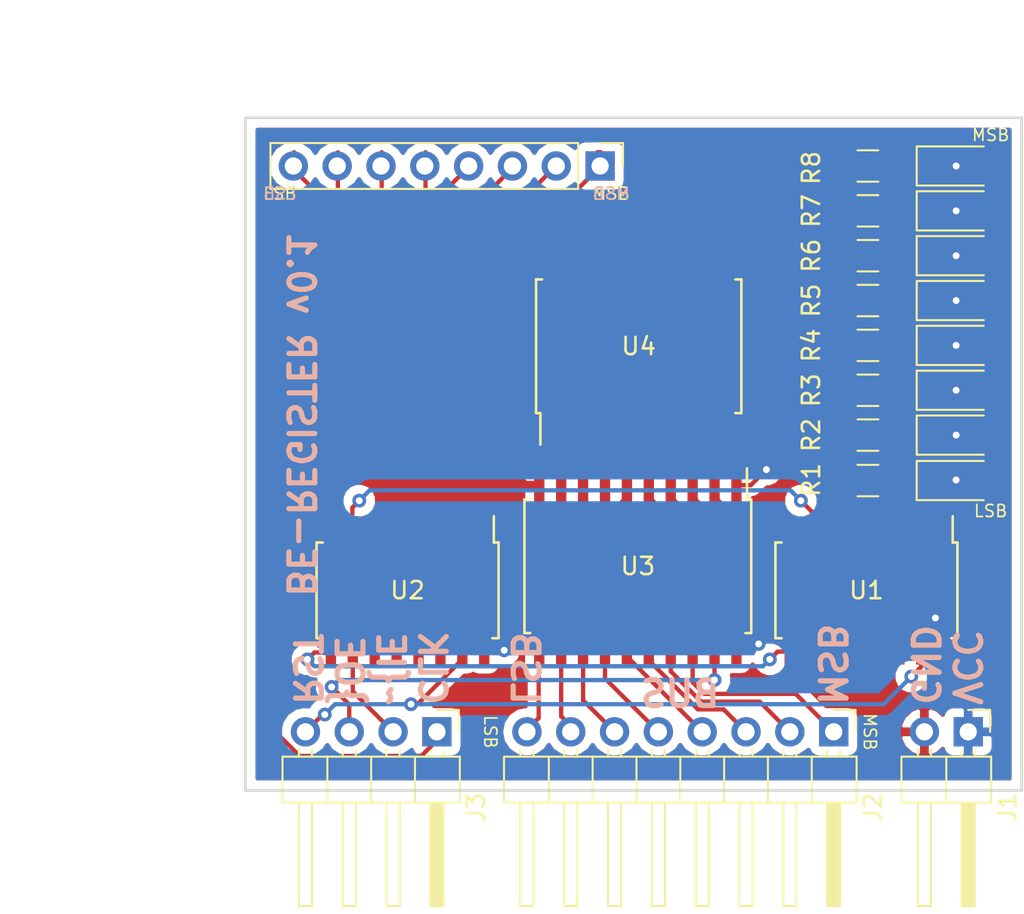
<source format=kicad_pcb>
(kicad_pcb (version 20171130) (host pcbnew "(5.0.0-3-g5ebb6b6)")

  (general
    (thickness 1.6)
    (drawings 21)
    (tracks 313)
    (zones 0)
    (modules 24)
    (nets 40)
  )

  (page A4)
  (layers
    (0 F.Cu signal)
    (31 B.Cu signal)
    (32 B.Adhes user)
    (33 F.Adhes user)
    (34 B.Paste user)
    (35 F.Paste user)
    (36 B.SilkS user)
    (37 F.SilkS user)
    (38 B.Mask user)
    (39 F.Mask user)
    (40 Dwgs.User user)
    (41 Cmts.User user)
    (42 Eco1.User user)
    (43 Eco2.User user)
    (44 Edge.Cuts user)
    (45 Margin user)
    (46 B.CrtYd user)
    (47 F.CrtYd user)
    (48 B.Fab user)
    (49 F.Fab user)
  )

  (setup
    (last_trace_width 0.25)
    (trace_clearance 0.2)
    (zone_clearance 0.508)
    (zone_45_only no)
    (trace_min 0.2)
    (segment_width 0.2)
    (edge_width 0.15)
    (via_size 0.8)
    (via_drill 0.4)
    (via_min_size 0.4)
    (via_min_drill 0.3)
    (uvia_size 0.3)
    (uvia_drill 0.1)
    (uvias_allowed no)
    (uvia_min_size 0.2)
    (uvia_min_drill 0.1)
    (pcb_text_width 0.3)
    (pcb_text_size 1.5 1.5)
    (mod_edge_width 0.15)
    (mod_text_size 1 1)
    (mod_text_width 0.15)
    (pad_size 1.524 1.524)
    (pad_drill 0.762)
    (pad_to_mask_clearance 0.2)
    (aux_axis_origin 0 0)
    (visible_elements FFFFFF7F)
    (pcbplotparams
      (layerselection 0x010fc_ffffffff)
      (usegerberextensions false)
      (usegerberattributes false)
      (usegerberadvancedattributes false)
      (creategerberjobfile false)
      (excludeedgelayer true)
      (linewidth 0.100000)
      (plotframeref false)
      (viasonmask false)
      (mode 1)
      (useauxorigin false)
      (hpglpennumber 1)
      (hpglpenspeed 20)
      (hpglpendiameter 15.000000)
      (psnegative false)
      (psa4output false)
      (plotreference true)
      (plotvalue true)
      (plotinvisibletext false)
      (padsonsilk false)
      (subtractmaskfromsilk false)
      (outputformat 1)
      (mirror false)
      (drillshape 1)
      (scaleselection 1)
      (outputdirectory ""))
  )

  (net 0 "")
  (net 1 /RAW0)
  (net 2 /RAW1)
  (net 3 /RAW2)
  (net 4 /RAW3)
  (net 5 /RAW4)
  (net 6 /RAW5)
  (net 7 /RAW6)
  (net 8 /RAW7)
  (net 9 VCC)
  (net 10 GND)
  (net 11 /BUS0)
  (net 12 /BUS1)
  (net 13 /BUS2)
  (net 14 /BUS3)
  (net 15 /BUS4)
  (net 16 /BUS5)
  (net 17 /BUS6)
  (net 18 /BUS7)
  (net 19 /CLK)
  (net 20 /~IE)
  (net 21 /~OE)
  (net 22 /RST)
  (net 23 "Net-(U4-Pad10)")
  (net 24 "Net-(R1-Pad2)")
  (net 25 "Net-(R2-Pad2)")
  (net 26 "Net-(R3-Pad2)")
  (net 27 "Net-(R4-Pad2)")
  (net 28 "Net-(R5-Pad2)")
  (net 29 "Net-(R6-Pad2)")
  (net 30 "Net-(R7-Pad2)")
  (net 31 "Net-(R8-Pad2)")
  (net 32 "Net-(D1-Pad1)")
  (net 33 "Net-(D2-Pad1)")
  (net 34 "Net-(D3-Pad1)")
  (net 35 "Net-(D4-Pad1)")
  (net 36 "Net-(D5-Pad1)")
  (net 37 "Net-(D6-Pad1)")
  (net 38 "Net-(D7-Pad1)")
  (net 39 "Net-(D8-Pad1)")

  (net_class Default "This is the default net class."
    (clearance 0.2)
    (trace_width 0.25)
    (via_dia 0.8)
    (via_drill 0.4)
    (uvia_dia 0.3)
    (uvia_drill 0.1)
    (add_net /BUS0)
    (add_net /BUS1)
    (add_net /BUS2)
    (add_net /BUS3)
    (add_net /BUS4)
    (add_net /BUS5)
    (add_net /BUS6)
    (add_net /BUS7)
    (add_net /CLK)
    (add_net /RAW0)
    (add_net /RAW1)
    (add_net /RAW2)
    (add_net /RAW3)
    (add_net /RAW4)
    (add_net /RAW5)
    (add_net /RAW6)
    (add_net /RAW7)
    (add_net /RST)
    (add_net /~IE)
    (add_net /~OE)
    (add_net GND)
    (add_net "Net-(D1-Pad1)")
    (add_net "Net-(D2-Pad1)")
    (add_net "Net-(D3-Pad1)")
    (add_net "Net-(D4-Pad1)")
    (add_net "Net-(D5-Pad1)")
    (add_net "Net-(D6-Pad1)")
    (add_net "Net-(D7-Pad1)")
    (add_net "Net-(D8-Pad1)")
    (add_net "Net-(R1-Pad2)")
    (add_net "Net-(R2-Pad2)")
    (add_net "Net-(R3-Pad2)")
    (add_net "Net-(R4-Pad2)")
    (add_net "Net-(R5-Pad2)")
    (add_net "Net-(R6-Pad2)")
    (add_net "Net-(R7-Pad2)")
    (add_net "Net-(R8-Pad2)")
    (add_net "Net-(U4-Pad10)")
    (add_net VCC)
  )

  (module LED_SMD:LED_1206_3216Metric (layer F.Cu) (tedit 5B75B419) (tstamp 5B9712B1)
    (at 191.115384 124.70241)
    (descr "LED SMD 1206 (3216 Metric), square (rectangular) end terminal, IPC_7351 nominal, (Body size source: http://www.tortai-tech.com/upload/download/2011102023233369053.pdf), generated with kicad-footprint-generator")
    (tags diode)
    (path /5B6D16F5)
    (attr smd)
    (fp_text reference D1 (at -3.2 0.034542 90) (layer F.SilkS) hide
      (effects (font (size 1 1) (thickness 0.15)))
    )
    (fp_text value LED (at 0 1.82) (layer F.Fab) hide
      (effects (font (size 1 1) (thickness 0.15)))
    )
    (fp_line (start 1.6 -0.8) (end -1.2 -0.8) (layer F.Fab) (width 0.1))
    (fp_line (start -1.2 -0.8) (end -1.6 -0.4) (layer F.Fab) (width 0.1))
    (fp_line (start -1.6 -0.4) (end -1.6 0.8) (layer F.Fab) (width 0.1))
    (fp_line (start -1.6 0.8) (end 1.6 0.8) (layer F.Fab) (width 0.1))
    (fp_line (start 1.6 0.8) (end 1.6 -0.8) (layer F.Fab) (width 0.1))
    (fp_line (start 1.6 -1.135) (end -2.285 -1.135) (layer F.SilkS) (width 0.12))
    (fp_line (start -2.285 -1.135) (end -2.285 1.135) (layer F.SilkS) (width 0.12))
    (fp_line (start -2.285 1.135) (end 1.6 1.135) (layer F.SilkS) (width 0.12))
    (fp_line (start -2.28 1.12) (end -2.28 -1.12) (layer F.CrtYd) (width 0.05))
    (fp_line (start -2.28 -1.12) (end 2.28 -1.12) (layer F.CrtYd) (width 0.05))
    (fp_line (start 2.28 -1.12) (end 2.28 1.12) (layer F.CrtYd) (width 0.05))
    (fp_line (start 2.28 1.12) (end -2.28 1.12) (layer F.CrtYd) (width 0.05))
    (fp_text user %R (at 0 0) (layer F.Fab)
      (effects (font (size 0.8 0.8) (thickness 0.12)))
    )
    (pad 1 smd roundrect (at -1.4 0) (size 1.25 1.75) (layers F.Cu F.Paste F.Mask) (roundrect_rratio 0.2)
      (net 32 "Net-(D1-Pad1)"))
    (pad 2 smd roundrect (at 1.4 0) (size 1.25 1.75) (layers F.Cu F.Paste F.Mask) (roundrect_rratio 0.2)
      (net 9 VCC))
    (model ${KISYS3DMOD}/LED_SMD.3dshapes/LED_1206_3216Metric.wrl
      (at (xyz 0 0 0))
      (scale (xyz 1 1 1))
      (rotate (xyz 0 0 0))
    )
  )

  (module LED_SMD:LED_1206_3216Metric (layer F.Cu) (tedit 5B75B416) (tstamp 5B9713DD)
    (at 191.115384 122.067868)
    (descr "LED SMD 1206 (3216 Metric), square (rectangular) end terminal, IPC_7351 nominal, (Body size source: http://www.tortai-tech.com/upload/download/2011102023233369053.pdf), generated with kicad-footprint-generator")
    (tags diode)
    (path /5B6D6211)
    (attr smd)
    (fp_text reference D2 (at -3.2 0 90) (layer F.SilkS) hide
      (effects (font (size 1 1) (thickness 0.15)))
    )
    (fp_text value LED (at 0 1.82) (layer F.Fab) hide
      (effects (font (size 1 1) (thickness 0.15)))
    )
    (fp_text user %R (at 0 0) (layer F.Fab)
      (effects (font (size 0.8 0.8) (thickness 0.12)))
    )
    (fp_line (start 2.28 1.12) (end -2.28 1.12) (layer F.CrtYd) (width 0.05))
    (fp_line (start 2.28 -1.12) (end 2.28 1.12) (layer F.CrtYd) (width 0.05))
    (fp_line (start -2.28 -1.12) (end 2.28 -1.12) (layer F.CrtYd) (width 0.05))
    (fp_line (start -2.28 1.12) (end -2.28 -1.12) (layer F.CrtYd) (width 0.05))
    (fp_line (start -2.285 1.135) (end 1.6 1.135) (layer F.SilkS) (width 0.12))
    (fp_line (start -2.285 -1.135) (end -2.285 1.135) (layer F.SilkS) (width 0.12))
    (fp_line (start 1.6 -1.135) (end -2.285 -1.135) (layer F.SilkS) (width 0.12))
    (fp_line (start 1.6 0.8) (end 1.6 -0.8) (layer F.Fab) (width 0.1))
    (fp_line (start -1.6 0.8) (end 1.6 0.8) (layer F.Fab) (width 0.1))
    (fp_line (start -1.6 -0.4) (end -1.6 0.8) (layer F.Fab) (width 0.1))
    (fp_line (start -1.2 -0.8) (end -1.6 -0.4) (layer F.Fab) (width 0.1))
    (fp_line (start 1.6 -0.8) (end -1.2 -0.8) (layer F.Fab) (width 0.1))
    (pad 2 smd roundrect (at 1.4 0) (size 1.25 1.75) (layers F.Cu F.Paste F.Mask) (roundrect_rratio 0.2)
      (net 9 VCC))
    (pad 1 smd roundrect (at -1.4 0) (size 1.25 1.75) (layers F.Cu F.Paste F.Mask) (roundrect_rratio 0.2)
      (net 33 "Net-(D2-Pad1)"))
    (model ${KISYS3DMOD}/LED_SMD.3dshapes/LED_1206_3216Metric.wrl
      (at (xyz 0 0 0))
      (scale (xyz 1 1 1))
      (rotate (xyz 0 0 0))
    )
  )

  (module LED_SMD:LED_1206_3216Metric (layer F.Cu) (tedit 5B75B413) (tstamp 5B97127B)
    (at 191.115384 119.467868)
    (descr "LED SMD 1206 (3216 Metric), square (rectangular) end terminal, IPC_7351 nominal, (Body size source: http://www.tortai-tech.com/upload/download/2011102023233369053.pdf), generated with kicad-footprint-generator")
    (tags diode)
    (path /5B6D71D5)
    (attr smd)
    (fp_text reference D3 (at -3.2 0 90) (layer F.SilkS) hide
      (effects (font (size 1 1) (thickness 0.15)))
    )
    (fp_text value LED (at 0 1.82) (layer F.Fab) hide
      (effects (font (size 1 1) (thickness 0.15)))
    )
    (fp_line (start 1.6 -0.8) (end -1.2 -0.8) (layer F.Fab) (width 0.1))
    (fp_line (start -1.2 -0.8) (end -1.6 -0.4) (layer F.Fab) (width 0.1))
    (fp_line (start -1.6 -0.4) (end -1.6 0.8) (layer F.Fab) (width 0.1))
    (fp_line (start -1.6 0.8) (end 1.6 0.8) (layer F.Fab) (width 0.1))
    (fp_line (start 1.6 0.8) (end 1.6 -0.8) (layer F.Fab) (width 0.1))
    (fp_line (start 1.6 -1.135) (end -2.285 -1.135) (layer F.SilkS) (width 0.12))
    (fp_line (start -2.285 -1.135) (end -2.285 1.135) (layer F.SilkS) (width 0.12))
    (fp_line (start -2.285 1.135) (end 1.6 1.135) (layer F.SilkS) (width 0.12))
    (fp_line (start -2.28 1.12) (end -2.28 -1.12) (layer F.CrtYd) (width 0.05))
    (fp_line (start -2.28 -1.12) (end 2.28 -1.12) (layer F.CrtYd) (width 0.05))
    (fp_line (start 2.28 -1.12) (end 2.28 1.12) (layer F.CrtYd) (width 0.05))
    (fp_line (start 2.28 1.12) (end -2.28 1.12) (layer F.CrtYd) (width 0.05))
    (fp_text user %R (at 0 0) (layer F.Fab)
      (effects (font (size 0.8 0.8) (thickness 0.12)))
    )
    (pad 1 smd roundrect (at -1.4 0) (size 1.25 1.75) (layers F.Cu F.Paste F.Mask) (roundrect_rratio 0.2)
      (net 34 "Net-(D3-Pad1)"))
    (pad 2 smd roundrect (at 1.4 0) (size 1.25 1.75) (layers F.Cu F.Paste F.Mask) (roundrect_rratio 0.2)
      (net 9 VCC))
    (model ${KISYS3DMOD}/LED_SMD.3dshapes/LED_1206_3216Metric.wrl
      (at (xyz 0 0 0))
      (scale (xyz 1 1 1))
      (rotate (xyz 0 0 0))
    )
  )

  (module LED_SMD:LED_1206_3216Metric (layer F.Cu) (tedit 5B75B411) (tstamp 5B971575)
    (at 191.115384 116.867868)
    (descr "LED SMD 1206 (3216 Metric), square (rectangular) end terminal, IPC_7351 nominal, (Body size source: http://www.tortai-tech.com/upload/download/2011102023233369053.pdf), generated with kicad-footprint-generator")
    (tags diode)
    (path /5B6D8379)
    (attr smd)
    (fp_text reference D4 (at -3.2 0 90) (layer F.SilkS) hide
      (effects (font (size 1 1) (thickness 0.15)))
    )
    (fp_text value LED (at 0 1.82) (layer F.Fab) hide
      (effects (font (size 1 1) (thickness 0.15)))
    )
    (fp_text user %R (at 0 0) (layer F.Fab)
      (effects (font (size 0.8 0.8) (thickness 0.12)))
    )
    (fp_line (start 2.28 1.12) (end -2.28 1.12) (layer F.CrtYd) (width 0.05))
    (fp_line (start 2.28 -1.12) (end 2.28 1.12) (layer F.CrtYd) (width 0.05))
    (fp_line (start -2.28 -1.12) (end 2.28 -1.12) (layer F.CrtYd) (width 0.05))
    (fp_line (start -2.28 1.12) (end -2.28 -1.12) (layer F.CrtYd) (width 0.05))
    (fp_line (start -2.285 1.135) (end 1.6 1.135) (layer F.SilkS) (width 0.12))
    (fp_line (start -2.285 -1.135) (end -2.285 1.135) (layer F.SilkS) (width 0.12))
    (fp_line (start 1.6 -1.135) (end -2.285 -1.135) (layer F.SilkS) (width 0.12))
    (fp_line (start 1.6 0.8) (end 1.6 -0.8) (layer F.Fab) (width 0.1))
    (fp_line (start -1.6 0.8) (end 1.6 0.8) (layer F.Fab) (width 0.1))
    (fp_line (start -1.6 -0.4) (end -1.6 0.8) (layer F.Fab) (width 0.1))
    (fp_line (start -1.2 -0.8) (end -1.6 -0.4) (layer F.Fab) (width 0.1))
    (fp_line (start 1.6 -0.8) (end -1.2 -0.8) (layer F.Fab) (width 0.1))
    (pad 2 smd roundrect (at 1.4 0) (size 1.25 1.75) (layers F.Cu F.Paste F.Mask) (roundrect_rratio 0.2)
      (net 9 VCC))
    (pad 1 smd roundrect (at -1.4 0) (size 1.25 1.75) (layers F.Cu F.Paste F.Mask) (roundrect_rratio 0.2)
      (net 35 "Net-(D4-Pad1)"))
    (model ${KISYS3DMOD}/LED_SMD.3dshapes/LED_1206_3216Metric.wrl
      (at (xyz 0 0 0))
      (scale (xyz 1 1 1))
      (rotate (xyz 0 0 0))
    )
  )

  (module LED_SMD:LED_1206_3216Metric (layer F.Cu) (tedit 5B75B40F) (tstamp 5B971413)
    (at 191.115384 114.267868)
    (descr "LED SMD 1206 (3216 Metric), square (rectangular) end terminal, IPC_7351 nominal, (Body size source: http://www.tortai-tech.com/upload/download/2011102023233369053.pdf), generated with kicad-footprint-generator")
    (tags diode)
    (path /5B6D9805)
    (attr smd)
    (fp_text reference D5 (at -3.2 0 90) (layer F.SilkS) hide
      (effects (font (size 1 1) (thickness 0.15)))
    )
    (fp_text value LED (at 0 1.82) (layer F.Fab) hide
      (effects (font (size 1 1) (thickness 0.15)))
    )
    (fp_line (start 1.6 -0.8) (end -1.2 -0.8) (layer F.Fab) (width 0.1))
    (fp_line (start -1.2 -0.8) (end -1.6 -0.4) (layer F.Fab) (width 0.1))
    (fp_line (start -1.6 -0.4) (end -1.6 0.8) (layer F.Fab) (width 0.1))
    (fp_line (start -1.6 0.8) (end 1.6 0.8) (layer F.Fab) (width 0.1))
    (fp_line (start 1.6 0.8) (end 1.6 -0.8) (layer F.Fab) (width 0.1))
    (fp_line (start 1.6 -1.135) (end -2.285 -1.135) (layer F.SilkS) (width 0.12))
    (fp_line (start -2.285 -1.135) (end -2.285 1.135) (layer F.SilkS) (width 0.12))
    (fp_line (start -2.285 1.135) (end 1.6 1.135) (layer F.SilkS) (width 0.12))
    (fp_line (start -2.28 1.12) (end -2.28 -1.12) (layer F.CrtYd) (width 0.05))
    (fp_line (start -2.28 -1.12) (end 2.28 -1.12) (layer F.CrtYd) (width 0.05))
    (fp_line (start 2.28 -1.12) (end 2.28 1.12) (layer F.CrtYd) (width 0.05))
    (fp_line (start 2.28 1.12) (end -2.28 1.12) (layer F.CrtYd) (width 0.05))
    (fp_text user %R (at 0 0) (layer F.Fab)
      (effects (font (size 0.8 0.8) (thickness 0.12)))
    )
    (pad 1 smd roundrect (at -1.4 0) (size 1.25 1.75) (layers F.Cu F.Paste F.Mask) (roundrect_rratio 0.2)
      (net 36 "Net-(D5-Pad1)"))
    (pad 2 smd roundrect (at 1.4 0) (size 1.25 1.75) (layers F.Cu F.Paste F.Mask) (roundrect_rratio 0.2)
      (net 9 VCC))
    (model ${KISYS3DMOD}/LED_SMD.3dshapes/LED_1206_3216Metric.wrl
      (at (xyz 0 0 0))
      (scale (xyz 1 1 1))
      (rotate (xyz 0 0 0))
    )
  )

  (module LED_SMD:LED_1206_3216Metric (layer F.Cu) (tedit 5B75B40C) (tstamp 5B9712E7)
    (at 191.115384 111.667868)
    (descr "LED SMD 1206 (3216 Metric), square (rectangular) end terminal, IPC_7351 nominal, (Body size source: http://www.tortai-tech.com/upload/download/2011102023233369053.pdf), generated with kicad-footprint-generator")
    (tags diode)
    (path /5B6D9816)
    (attr smd)
    (fp_text reference D6 (at -3.2 0 90) (layer F.SilkS) hide
      (effects (font (size 1 1) (thickness 0.15)))
    )
    (fp_text value LED (at 0 1.82) (layer F.Fab) hide
      (effects (font (size 1 1) (thickness 0.15)))
    )
    (fp_text user %R (at 0 0) (layer F.Fab)
      (effects (font (size 0.8 0.8) (thickness 0.12)))
    )
    (fp_line (start 2.28 1.12) (end -2.28 1.12) (layer F.CrtYd) (width 0.05))
    (fp_line (start 2.28 -1.12) (end 2.28 1.12) (layer F.CrtYd) (width 0.05))
    (fp_line (start -2.28 -1.12) (end 2.28 -1.12) (layer F.CrtYd) (width 0.05))
    (fp_line (start -2.28 1.12) (end -2.28 -1.12) (layer F.CrtYd) (width 0.05))
    (fp_line (start -2.285 1.135) (end 1.6 1.135) (layer F.SilkS) (width 0.12))
    (fp_line (start -2.285 -1.135) (end -2.285 1.135) (layer F.SilkS) (width 0.12))
    (fp_line (start 1.6 -1.135) (end -2.285 -1.135) (layer F.SilkS) (width 0.12))
    (fp_line (start 1.6 0.8) (end 1.6 -0.8) (layer F.Fab) (width 0.1))
    (fp_line (start -1.6 0.8) (end 1.6 0.8) (layer F.Fab) (width 0.1))
    (fp_line (start -1.6 -0.4) (end -1.6 0.8) (layer F.Fab) (width 0.1))
    (fp_line (start -1.2 -0.8) (end -1.6 -0.4) (layer F.Fab) (width 0.1))
    (fp_line (start 1.6 -0.8) (end -1.2 -0.8) (layer F.Fab) (width 0.1))
    (pad 2 smd roundrect (at 1.4 0) (size 1.25 1.75) (layers F.Cu F.Paste F.Mask) (roundrect_rratio 0.2)
      (net 9 VCC))
    (pad 1 smd roundrect (at -1.4 0) (size 1.25 1.75) (layers F.Cu F.Paste F.Mask) (roundrect_rratio 0.2)
      (net 37 "Net-(D6-Pad1)"))
    (model ${KISYS3DMOD}/LED_SMD.3dshapes/LED_1206_3216Metric.wrl
      (at (xyz 0 0 0))
      (scale (xyz 1 1 1))
      (rotate (xyz 0 0 0))
    )
  )

  (module LED_SMD:LED_1206_3216Metric (layer F.Cu) (tedit 5B75B408) (tstamp 5B971509)
    (at 191.115384 109.067868)
    (descr "LED SMD 1206 (3216 Metric), square (rectangular) end terminal, IPC_7351 nominal, (Body size source: http://www.tortai-tech.com/upload/download/2011102023233369053.pdf), generated with kicad-footprint-generator")
    (tags diode)
    (path /5B6D9827)
    (attr smd)
    (fp_text reference D7 (at -3.2 0 90) (layer F.SilkS) hide
      (effects (font (size 1 1) (thickness 0.15)))
    )
    (fp_text value LED (at 0 1.82) (layer F.Fab) hide
      (effects (font (size 1 1) (thickness 0.15)))
    )
    (fp_line (start 1.6 -0.8) (end -1.2 -0.8) (layer F.Fab) (width 0.1))
    (fp_line (start -1.2 -0.8) (end -1.6 -0.4) (layer F.Fab) (width 0.1))
    (fp_line (start -1.6 -0.4) (end -1.6 0.8) (layer F.Fab) (width 0.1))
    (fp_line (start -1.6 0.8) (end 1.6 0.8) (layer F.Fab) (width 0.1))
    (fp_line (start 1.6 0.8) (end 1.6 -0.8) (layer F.Fab) (width 0.1))
    (fp_line (start 1.6 -1.135) (end -2.285 -1.135) (layer F.SilkS) (width 0.12))
    (fp_line (start -2.285 -1.135) (end -2.285 1.135) (layer F.SilkS) (width 0.12))
    (fp_line (start -2.285 1.135) (end 1.6 1.135) (layer F.SilkS) (width 0.12))
    (fp_line (start -2.28 1.12) (end -2.28 -1.12) (layer F.CrtYd) (width 0.05))
    (fp_line (start -2.28 -1.12) (end 2.28 -1.12) (layer F.CrtYd) (width 0.05))
    (fp_line (start 2.28 -1.12) (end 2.28 1.12) (layer F.CrtYd) (width 0.05))
    (fp_line (start 2.28 1.12) (end -2.28 1.12) (layer F.CrtYd) (width 0.05))
    (fp_text user %R (at 0 0) (layer F.Fab)
      (effects (font (size 0.8 0.8) (thickness 0.12)))
    )
    (pad 1 smd roundrect (at -1.4 0) (size 1.25 1.75) (layers F.Cu F.Paste F.Mask) (roundrect_rratio 0.2)
      (net 38 "Net-(D7-Pad1)"))
    (pad 2 smd roundrect (at 1.4 0) (size 1.25 1.75) (layers F.Cu F.Paste F.Mask) (roundrect_rratio 0.2)
      (net 9 VCC))
    (model ${KISYS3DMOD}/LED_SMD.3dshapes/LED_1206_3216Metric.wrl
      (at (xyz 0 0 0))
      (scale (xyz 1 1 1))
      (rotate (xyz 0 0 0))
    )
  )

  (module LED_SMD:LED_1206_3216Metric (layer F.Cu) (tedit 5B75B405) (tstamp 5B97153F)
    (at 191.115384 106.467868)
    (descr "LED SMD 1206 (3216 Metric), square (rectangular) end terminal, IPC_7351 nominal, (Body size source: http://www.tortai-tech.com/upload/download/2011102023233369053.pdf), generated with kicad-footprint-generator")
    (tags diode)
    (path /5B6D9838)
    (attr smd)
    (fp_text reference D8 (at -3.2 0 90) (layer F.SilkS) hide
      (effects (font (size 1 1) (thickness 0.15)))
    )
    (fp_text value LED (at 0 1.82) (layer F.Fab) hide
      (effects (font (size 1 1) (thickness 0.15)))
    )
    (fp_text user %R (at 0 0) (layer F.Fab)
      (effects (font (size 0.8 0.8) (thickness 0.12)))
    )
    (fp_line (start 2.28 1.12) (end -2.28 1.12) (layer F.CrtYd) (width 0.05))
    (fp_line (start 2.28 -1.12) (end 2.28 1.12) (layer F.CrtYd) (width 0.05))
    (fp_line (start -2.28 -1.12) (end 2.28 -1.12) (layer F.CrtYd) (width 0.05))
    (fp_line (start -2.28 1.12) (end -2.28 -1.12) (layer F.CrtYd) (width 0.05))
    (fp_line (start -2.285 1.135) (end 1.6 1.135) (layer F.SilkS) (width 0.12))
    (fp_line (start -2.285 -1.135) (end -2.285 1.135) (layer F.SilkS) (width 0.12))
    (fp_line (start 1.6 -1.135) (end -2.285 -1.135) (layer F.SilkS) (width 0.12))
    (fp_line (start 1.6 0.8) (end 1.6 -0.8) (layer F.Fab) (width 0.1))
    (fp_line (start -1.6 0.8) (end 1.6 0.8) (layer F.Fab) (width 0.1))
    (fp_line (start -1.6 -0.4) (end -1.6 0.8) (layer F.Fab) (width 0.1))
    (fp_line (start -1.2 -0.8) (end -1.6 -0.4) (layer F.Fab) (width 0.1))
    (fp_line (start 1.6 -0.8) (end -1.2 -0.8) (layer F.Fab) (width 0.1))
    (pad 2 smd roundrect (at 1.4 0) (size 1.25 1.75) (layers F.Cu F.Paste F.Mask) (roundrect_rratio 0.2)
      (net 9 VCC))
    (pad 1 smd roundrect (at -1.4 0) (size 1.25 1.75) (layers F.Cu F.Paste F.Mask) (roundrect_rratio 0.2)
      (net 39 "Net-(D8-Pad1)"))
    (model ${KISYS3DMOD}/LED_SMD.3dshapes/LED_1206_3216Metric.wrl
      (at (xyz 0 0 0))
      (scale (xyz 1 1 1))
      (rotate (xyz 0 0 0))
    )
  )

  (module Connector_PinHeader_2.54mm:PinHeader_1x02_P2.54mm_Horizontal (layer F.Cu) (tedit 5B75B187) (tstamp 5B96BDCD)
    (at 191.815384 139.267868 270)
    (descr "Through hole angled pin header, 1x02, 2.54mm pitch, 6mm pin length, single row")
    (tags "Through hole angled pin header THT 1x02 2.54mm single row")
    (path /5B6CBF25)
    (fp_text reference J1 (at 4.385 -2.27 270) (layer F.SilkS)
      (effects (font (size 1 1) (thickness 0.15)))
    )
    (fp_text value Conn_01x02 (at 4.385 4.81 270) (layer F.Fab) hide
      (effects (font (size 1 1) (thickness 0.15)))
    )
    (fp_line (start 2.135 -1.27) (end 4.04 -1.27) (layer F.Fab) (width 0.1))
    (fp_line (start 4.04 -1.27) (end 4.04 3.81) (layer F.Fab) (width 0.1))
    (fp_line (start 4.04 3.81) (end 1.5 3.81) (layer F.Fab) (width 0.1))
    (fp_line (start 1.5 3.81) (end 1.5 -0.635) (layer F.Fab) (width 0.1))
    (fp_line (start 1.5 -0.635) (end 2.135 -1.27) (layer F.Fab) (width 0.1))
    (fp_line (start -0.32 -0.32) (end 1.5 -0.32) (layer F.Fab) (width 0.1))
    (fp_line (start -0.32 -0.32) (end -0.32 0.32) (layer F.Fab) (width 0.1))
    (fp_line (start -0.32 0.32) (end 1.5 0.32) (layer F.Fab) (width 0.1))
    (fp_line (start 4.04 -0.32) (end 10.04 -0.32) (layer F.Fab) (width 0.1))
    (fp_line (start 10.04 -0.32) (end 10.04 0.32) (layer F.Fab) (width 0.1))
    (fp_line (start 4.04 0.32) (end 10.04 0.32) (layer F.Fab) (width 0.1))
    (fp_line (start -0.32 2.22) (end 1.5 2.22) (layer F.Fab) (width 0.1))
    (fp_line (start -0.32 2.22) (end -0.32 2.86) (layer F.Fab) (width 0.1))
    (fp_line (start -0.32 2.86) (end 1.5 2.86) (layer F.Fab) (width 0.1))
    (fp_line (start 4.04 2.22) (end 10.04 2.22) (layer F.Fab) (width 0.1))
    (fp_line (start 10.04 2.22) (end 10.04 2.86) (layer F.Fab) (width 0.1))
    (fp_line (start 4.04 2.86) (end 10.04 2.86) (layer F.Fab) (width 0.1))
    (fp_line (start 1.44 -1.33) (end 1.44 3.87) (layer F.SilkS) (width 0.12))
    (fp_line (start 1.44 3.87) (end 4.1 3.87) (layer F.SilkS) (width 0.12))
    (fp_line (start 4.1 3.87) (end 4.1 -1.33) (layer F.SilkS) (width 0.12))
    (fp_line (start 4.1 -1.33) (end 1.44 -1.33) (layer F.SilkS) (width 0.12))
    (fp_line (start 4.1 -0.38) (end 10.1 -0.38) (layer F.SilkS) (width 0.12))
    (fp_line (start 10.1 -0.38) (end 10.1 0.38) (layer F.SilkS) (width 0.12))
    (fp_line (start 10.1 0.38) (end 4.1 0.38) (layer F.SilkS) (width 0.12))
    (fp_line (start 4.1 -0.32) (end 10.1 -0.32) (layer F.SilkS) (width 0.12))
    (fp_line (start 4.1 -0.2) (end 10.1 -0.2) (layer F.SilkS) (width 0.12))
    (fp_line (start 4.1 -0.08) (end 10.1 -0.08) (layer F.SilkS) (width 0.12))
    (fp_line (start 4.1 0.04) (end 10.1 0.04) (layer F.SilkS) (width 0.12))
    (fp_line (start 4.1 0.16) (end 10.1 0.16) (layer F.SilkS) (width 0.12))
    (fp_line (start 4.1 0.28) (end 10.1 0.28) (layer F.SilkS) (width 0.12))
    (fp_line (start 1.11 -0.38) (end 1.44 -0.38) (layer F.SilkS) (width 0.12))
    (fp_line (start 1.11 0.38) (end 1.44 0.38) (layer F.SilkS) (width 0.12))
    (fp_line (start 1.44 1.27) (end 4.1 1.27) (layer F.SilkS) (width 0.12))
    (fp_line (start 4.1 2.16) (end 10.1 2.16) (layer F.SilkS) (width 0.12))
    (fp_line (start 10.1 2.16) (end 10.1 2.92) (layer F.SilkS) (width 0.12))
    (fp_line (start 10.1 2.92) (end 4.1 2.92) (layer F.SilkS) (width 0.12))
    (fp_line (start 1.042929 2.16) (end 1.44 2.16) (layer F.SilkS) (width 0.12))
    (fp_line (start 1.042929 2.92) (end 1.44 2.92) (layer F.SilkS) (width 0.12))
    (fp_line (start -1.27 0) (end -1.27 -1.27) (layer F.SilkS) (width 0.12))
    (fp_line (start -1.27 -1.27) (end 0 -1.27) (layer F.SilkS) (width 0.12))
    (fp_line (start -1.8 -1.8) (end -1.8 4.35) (layer F.CrtYd) (width 0.05))
    (fp_line (start -1.8 4.35) (end 10.55 4.35) (layer F.CrtYd) (width 0.05))
    (fp_line (start 10.55 4.35) (end 10.55 -1.8) (layer F.CrtYd) (width 0.05))
    (fp_line (start 10.55 -1.8) (end -1.8 -1.8) (layer F.CrtYd) (width 0.05))
    (fp_text user %R (at 2.77 1.27) (layer F.Fab)
      (effects (font (size 1 1) (thickness 0.15)))
    )
    (pad 1 thru_hole rect (at 0 0 270) (size 1.7 1.7) (drill 1) (layers *.Cu *.Mask)
      (net 9 VCC))
    (pad 2 thru_hole oval (at 0 2.54 270) (size 1.7 1.7) (drill 1) (layers *.Cu *.Mask)
      (net 10 GND))
    (model ${KISYS3DMOD}/Connector_PinHeader_2.54mm.3dshapes/PinHeader_1x02_P2.54mm_Horizontal.wrl
      (at (xyz 0 0 0))
      (scale (xyz 1 1 1))
      (rotate (xyz 0 0 0))
    )
  )

  (module Connector_PinHeader_2.54mm:PinHeader_1x08_P2.54mm_Horizontal (layer F.Cu) (tedit 5B75B18A) (tstamp 5B95A945)
    (at 184.015384 139.267868 270)
    (descr "Through hole angled pin header, 1x08, 2.54mm pitch, 6mm pin length, single row")
    (tags "Through hole angled pin header THT 1x08 2.54mm single row")
    (path /5B6C7E23)
    (fp_text reference J2 (at 4.385 -2.27 270) (layer F.SilkS)
      (effects (font (size 1 1) (thickness 0.15)))
    )
    (fp_text value Conn_01x08 (at 4.385 20.05 270) (layer F.Fab) hide
      (effects (font (size 1 1) (thickness 0.15)))
    )
    (fp_line (start 2.135 -1.27) (end 4.04 -1.27) (layer F.Fab) (width 0.1))
    (fp_line (start 4.04 -1.27) (end 4.04 19.05) (layer F.Fab) (width 0.1))
    (fp_line (start 4.04 19.05) (end 1.5 19.05) (layer F.Fab) (width 0.1))
    (fp_line (start 1.5 19.05) (end 1.5 -0.635) (layer F.Fab) (width 0.1))
    (fp_line (start 1.5 -0.635) (end 2.135 -1.27) (layer F.Fab) (width 0.1))
    (fp_line (start -0.32 -0.32) (end 1.5 -0.32) (layer F.Fab) (width 0.1))
    (fp_line (start -0.32 -0.32) (end -0.32 0.32) (layer F.Fab) (width 0.1))
    (fp_line (start -0.32 0.32) (end 1.5 0.32) (layer F.Fab) (width 0.1))
    (fp_line (start 4.04 -0.32) (end 10.04 -0.32) (layer F.Fab) (width 0.1))
    (fp_line (start 10.04 -0.32) (end 10.04 0.32) (layer F.Fab) (width 0.1))
    (fp_line (start 4.04 0.32) (end 10.04 0.32) (layer F.Fab) (width 0.1))
    (fp_line (start -0.32 2.22) (end 1.5 2.22) (layer F.Fab) (width 0.1))
    (fp_line (start -0.32 2.22) (end -0.32 2.86) (layer F.Fab) (width 0.1))
    (fp_line (start -0.32 2.86) (end 1.5 2.86) (layer F.Fab) (width 0.1))
    (fp_line (start 4.04 2.22) (end 10.04 2.22) (layer F.Fab) (width 0.1))
    (fp_line (start 10.04 2.22) (end 10.04 2.86) (layer F.Fab) (width 0.1))
    (fp_line (start 4.04 2.86) (end 10.04 2.86) (layer F.Fab) (width 0.1))
    (fp_line (start -0.32 4.76) (end 1.5 4.76) (layer F.Fab) (width 0.1))
    (fp_line (start -0.32 4.76) (end -0.32 5.4) (layer F.Fab) (width 0.1))
    (fp_line (start -0.32 5.4) (end 1.5 5.4) (layer F.Fab) (width 0.1))
    (fp_line (start 4.04 4.76) (end 10.04 4.76) (layer F.Fab) (width 0.1))
    (fp_line (start 10.04 4.76) (end 10.04 5.4) (layer F.Fab) (width 0.1))
    (fp_line (start 4.04 5.4) (end 10.04 5.4) (layer F.Fab) (width 0.1))
    (fp_line (start -0.32 7.3) (end 1.5 7.3) (layer F.Fab) (width 0.1))
    (fp_line (start -0.32 7.3) (end -0.32 7.94) (layer F.Fab) (width 0.1))
    (fp_line (start -0.32 7.94) (end 1.5 7.94) (layer F.Fab) (width 0.1))
    (fp_line (start 4.04 7.3) (end 10.04 7.3) (layer F.Fab) (width 0.1))
    (fp_line (start 10.04 7.3) (end 10.04 7.94) (layer F.Fab) (width 0.1))
    (fp_line (start 4.04 7.94) (end 10.04 7.94) (layer F.Fab) (width 0.1))
    (fp_line (start -0.32 9.84) (end 1.5 9.84) (layer F.Fab) (width 0.1))
    (fp_line (start -0.32 9.84) (end -0.32 10.48) (layer F.Fab) (width 0.1))
    (fp_line (start -0.32 10.48) (end 1.5 10.48) (layer F.Fab) (width 0.1))
    (fp_line (start 4.04 9.84) (end 10.04 9.84) (layer F.Fab) (width 0.1))
    (fp_line (start 10.04 9.84) (end 10.04 10.48) (layer F.Fab) (width 0.1))
    (fp_line (start 4.04 10.48) (end 10.04 10.48) (layer F.Fab) (width 0.1))
    (fp_line (start -0.32 12.38) (end 1.5 12.38) (layer F.Fab) (width 0.1))
    (fp_line (start -0.32 12.38) (end -0.32 13.02) (layer F.Fab) (width 0.1))
    (fp_line (start -0.32 13.02) (end 1.5 13.02) (layer F.Fab) (width 0.1))
    (fp_line (start 4.04 12.38) (end 10.04 12.38) (layer F.Fab) (width 0.1))
    (fp_line (start 10.04 12.38) (end 10.04 13.02) (layer F.Fab) (width 0.1))
    (fp_line (start 4.04 13.02) (end 10.04 13.02) (layer F.Fab) (width 0.1))
    (fp_line (start -0.32 14.92) (end 1.5 14.92) (layer F.Fab) (width 0.1))
    (fp_line (start -0.32 14.92) (end -0.32 15.56) (layer F.Fab) (width 0.1))
    (fp_line (start -0.32 15.56) (end 1.5 15.56) (layer F.Fab) (width 0.1))
    (fp_line (start 4.04 14.92) (end 10.04 14.92) (layer F.Fab) (width 0.1))
    (fp_line (start 10.04 14.92) (end 10.04 15.56) (layer F.Fab) (width 0.1))
    (fp_line (start 4.04 15.56) (end 10.04 15.56) (layer F.Fab) (width 0.1))
    (fp_line (start -0.32 17.46) (end 1.5 17.46) (layer F.Fab) (width 0.1))
    (fp_line (start -0.32 17.46) (end -0.32 18.1) (layer F.Fab) (width 0.1))
    (fp_line (start -0.32 18.1) (end 1.5 18.1) (layer F.Fab) (width 0.1))
    (fp_line (start 4.04 17.46) (end 10.04 17.46) (layer F.Fab) (width 0.1))
    (fp_line (start 10.04 17.46) (end 10.04 18.1) (layer F.Fab) (width 0.1))
    (fp_line (start 4.04 18.1) (end 10.04 18.1) (layer F.Fab) (width 0.1))
    (fp_line (start 1.44 -1.33) (end 1.44 19.11) (layer F.SilkS) (width 0.12))
    (fp_line (start 1.44 19.11) (end 4.1 19.11) (layer F.SilkS) (width 0.12))
    (fp_line (start 4.1 19.11) (end 4.1 -1.33) (layer F.SilkS) (width 0.12))
    (fp_line (start 4.1 -1.33) (end 1.44 -1.33) (layer F.SilkS) (width 0.12))
    (fp_line (start 4.1 -0.38) (end 10.1 -0.38) (layer F.SilkS) (width 0.12))
    (fp_line (start 10.1 -0.38) (end 10.1 0.38) (layer F.SilkS) (width 0.12))
    (fp_line (start 10.1 0.38) (end 4.1 0.38) (layer F.SilkS) (width 0.12))
    (fp_line (start 4.1 -0.32) (end 10.1 -0.32) (layer F.SilkS) (width 0.12))
    (fp_line (start 4.1 -0.2) (end 10.1 -0.2) (layer F.SilkS) (width 0.12))
    (fp_line (start 4.1 -0.08) (end 10.1 -0.08) (layer F.SilkS) (width 0.12))
    (fp_line (start 4.1 0.04) (end 10.1 0.04) (layer F.SilkS) (width 0.12))
    (fp_line (start 4.1 0.16) (end 10.1 0.16) (layer F.SilkS) (width 0.12))
    (fp_line (start 4.1 0.28) (end 10.1 0.28) (layer F.SilkS) (width 0.12))
    (fp_line (start 1.11 -0.38) (end 1.44 -0.38) (layer F.SilkS) (width 0.12))
    (fp_line (start 1.11 0.38) (end 1.44 0.38) (layer F.SilkS) (width 0.12))
    (fp_line (start 1.44 1.27) (end 4.1 1.27) (layer F.SilkS) (width 0.12))
    (fp_line (start 4.1 2.16) (end 10.1 2.16) (layer F.SilkS) (width 0.12))
    (fp_line (start 10.1 2.16) (end 10.1 2.92) (layer F.SilkS) (width 0.12))
    (fp_line (start 10.1 2.92) (end 4.1 2.92) (layer F.SilkS) (width 0.12))
    (fp_line (start 1.042929 2.16) (end 1.44 2.16) (layer F.SilkS) (width 0.12))
    (fp_line (start 1.042929 2.92) (end 1.44 2.92) (layer F.SilkS) (width 0.12))
    (fp_line (start 1.44 3.81) (end 4.1 3.81) (layer F.SilkS) (width 0.12))
    (fp_line (start 4.1 4.7) (end 10.1 4.7) (layer F.SilkS) (width 0.12))
    (fp_line (start 10.1 4.7) (end 10.1 5.46) (layer F.SilkS) (width 0.12))
    (fp_line (start 10.1 5.46) (end 4.1 5.46) (layer F.SilkS) (width 0.12))
    (fp_line (start 1.042929 4.7) (end 1.44 4.7) (layer F.SilkS) (width 0.12))
    (fp_line (start 1.042929 5.46) (end 1.44 5.46) (layer F.SilkS) (width 0.12))
    (fp_line (start 1.44 6.35) (end 4.1 6.35) (layer F.SilkS) (width 0.12))
    (fp_line (start 4.1 7.24) (end 10.1 7.24) (layer F.SilkS) (width 0.12))
    (fp_line (start 10.1 7.24) (end 10.1 8) (layer F.SilkS) (width 0.12))
    (fp_line (start 10.1 8) (end 4.1 8) (layer F.SilkS) (width 0.12))
    (fp_line (start 1.042929 7.24) (end 1.44 7.24) (layer F.SilkS) (width 0.12))
    (fp_line (start 1.042929 8) (end 1.44 8) (layer F.SilkS) (width 0.12))
    (fp_line (start 1.44 8.89) (end 4.1 8.89) (layer F.SilkS) (width 0.12))
    (fp_line (start 4.1 9.78) (end 10.1 9.78) (layer F.SilkS) (width 0.12))
    (fp_line (start 10.1 9.78) (end 10.1 10.54) (layer F.SilkS) (width 0.12))
    (fp_line (start 10.1 10.54) (end 4.1 10.54) (layer F.SilkS) (width 0.12))
    (fp_line (start 1.042929 9.78) (end 1.44 9.78) (layer F.SilkS) (width 0.12))
    (fp_line (start 1.042929 10.54) (end 1.44 10.54) (layer F.SilkS) (width 0.12))
    (fp_line (start 1.44 11.43) (end 4.1 11.43) (layer F.SilkS) (width 0.12))
    (fp_line (start 4.1 12.32) (end 10.1 12.32) (layer F.SilkS) (width 0.12))
    (fp_line (start 10.1 12.32) (end 10.1 13.08) (layer F.SilkS) (width 0.12))
    (fp_line (start 10.1 13.08) (end 4.1 13.08) (layer F.SilkS) (width 0.12))
    (fp_line (start 1.042929 12.32) (end 1.44 12.32) (layer F.SilkS) (width 0.12))
    (fp_line (start 1.042929 13.08) (end 1.44 13.08) (layer F.SilkS) (width 0.12))
    (fp_line (start 1.44 13.97) (end 4.1 13.97) (layer F.SilkS) (width 0.12))
    (fp_line (start 4.1 14.86) (end 10.1 14.86) (layer F.SilkS) (width 0.12))
    (fp_line (start 10.1 14.86) (end 10.1 15.62) (layer F.SilkS) (width 0.12))
    (fp_line (start 10.1 15.62) (end 4.1 15.62) (layer F.SilkS) (width 0.12))
    (fp_line (start 1.042929 14.86) (end 1.44 14.86) (layer F.SilkS) (width 0.12))
    (fp_line (start 1.042929 15.62) (end 1.44 15.62) (layer F.SilkS) (width 0.12))
    (fp_line (start 1.44 16.51) (end 4.1 16.51) (layer F.SilkS) (width 0.12))
    (fp_line (start 4.1 17.4) (end 10.1 17.4) (layer F.SilkS) (width 0.12))
    (fp_line (start 10.1 17.4) (end 10.1 18.16) (layer F.SilkS) (width 0.12))
    (fp_line (start 10.1 18.16) (end 4.1 18.16) (layer F.SilkS) (width 0.12))
    (fp_line (start 1.042929 17.4) (end 1.44 17.4) (layer F.SilkS) (width 0.12))
    (fp_line (start 1.042929 18.16) (end 1.44 18.16) (layer F.SilkS) (width 0.12))
    (fp_line (start -1.27 0) (end -1.27 -1.27) (layer F.SilkS) (width 0.12))
    (fp_line (start -1.27 -1.27) (end 0 -1.27) (layer F.SilkS) (width 0.12))
    (fp_line (start -1.8 -1.8) (end -1.8 19.55) (layer F.CrtYd) (width 0.05))
    (fp_line (start -1.8 19.55) (end 10.55 19.55) (layer F.CrtYd) (width 0.05))
    (fp_line (start 10.55 19.55) (end 10.55 -1.8) (layer F.CrtYd) (width 0.05))
    (fp_line (start 10.55 -1.8) (end -1.8 -1.8) (layer F.CrtYd) (width 0.05))
    (fp_text user %R (at 2.77 8.89) (layer F.Fab)
      (effects (font (size 1 1) (thickness 0.15)))
    )
    (pad 1 thru_hole rect (at 0 0 270) (size 1.7 1.7) (drill 1) (layers *.Cu *.Mask)
      (net 11 /BUS0))
    (pad 2 thru_hole oval (at 0 2.54 270) (size 1.7 1.7) (drill 1) (layers *.Cu *.Mask)
      (net 12 /BUS1))
    (pad 3 thru_hole oval (at 0 5.08 270) (size 1.7 1.7) (drill 1) (layers *.Cu *.Mask)
      (net 13 /BUS2))
    (pad 4 thru_hole oval (at 0 7.62 270) (size 1.7 1.7) (drill 1) (layers *.Cu *.Mask)
      (net 14 /BUS3))
    (pad 5 thru_hole oval (at 0 10.16 270) (size 1.7 1.7) (drill 1) (layers *.Cu *.Mask)
      (net 15 /BUS4))
    (pad 6 thru_hole oval (at 0 12.7 270) (size 1.7 1.7) (drill 1) (layers *.Cu *.Mask)
      (net 16 /BUS5))
    (pad 7 thru_hole oval (at 0 15.24 270) (size 1.7 1.7) (drill 1) (layers *.Cu *.Mask)
      (net 17 /BUS6))
    (pad 8 thru_hole oval (at 0 17.78 270) (size 1.7 1.7) (drill 1) (layers *.Cu *.Mask)
      (net 18 /BUS7))
    (model ${KISYS3DMOD}/Connector_PinHeader_2.54mm.3dshapes/PinHeader_1x08_P2.54mm_Horizontal.wrl
      (at (xyz 0 0 0))
      (scale (xyz 1 1 1))
      (rotate (xyz 0 0 0))
    )
  )

  (module Connector_PinHeader_2.54mm:PinHeader_1x04_P2.54mm_Horizontal (layer F.Cu) (tedit 5B75B18C) (tstamp 5B95A992)
    (at 161.015384 139.267868 270)
    (descr "Through hole angled pin header, 1x04, 2.54mm pitch, 6mm pin length, single row")
    (tags "Through hole angled pin header THT 1x04 2.54mm single row")
    (path /5B704534)
    (fp_text reference J3 (at 4.385 -2.27 270) (layer F.SilkS)
      (effects (font (size 1 1) (thickness 0.15)))
    )
    (fp_text value Conn_01x04 (at 4.385 9.89 270) (layer F.Fab) hide
      (effects (font (size 1 1) (thickness 0.15)))
    )
    (fp_line (start 2.135 -1.27) (end 4.04 -1.27) (layer F.Fab) (width 0.1))
    (fp_line (start 4.04 -1.27) (end 4.04 8.89) (layer F.Fab) (width 0.1))
    (fp_line (start 4.04 8.89) (end 1.5 8.89) (layer F.Fab) (width 0.1))
    (fp_line (start 1.5 8.89) (end 1.5 -0.635) (layer F.Fab) (width 0.1))
    (fp_line (start 1.5 -0.635) (end 2.135 -1.27) (layer F.Fab) (width 0.1))
    (fp_line (start -0.32 -0.32) (end 1.5 -0.32) (layer F.Fab) (width 0.1))
    (fp_line (start -0.32 -0.32) (end -0.32 0.32) (layer F.Fab) (width 0.1))
    (fp_line (start -0.32 0.32) (end 1.5 0.32) (layer F.Fab) (width 0.1))
    (fp_line (start 4.04 -0.32) (end 10.04 -0.32) (layer F.Fab) (width 0.1))
    (fp_line (start 10.04 -0.32) (end 10.04 0.32) (layer F.Fab) (width 0.1))
    (fp_line (start 4.04 0.32) (end 10.04 0.32) (layer F.Fab) (width 0.1))
    (fp_line (start -0.32 2.22) (end 1.5 2.22) (layer F.Fab) (width 0.1))
    (fp_line (start -0.32 2.22) (end -0.32 2.86) (layer F.Fab) (width 0.1))
    (fp_line (start -0.32 2.86) (end 1.5 2.86) (layer F.Fab) (width 0.1))
    (fp_line (start 4.04 2.22) (end 10.04 2.22) (layer F.Fab) (width 0.1))
    (fp_line (start 10.04 2.22) (end 10.04 2.86) (layer F.Fab) (width 0.1))
    (fp_line (start 4.04 2.86) (end 10.04 2.86) (layer F.Fab) (width 0.1))
    (fp_line (start -0.32 4.76) (end 1.5 4.76) (layer F.Fab) (width 0.1))
    (fp_line (start -0.32 4.76) (end -0.32 5.4) (layer F.Fab) (width 0.1))
    (fp_line (start -0.32 5.4) (end 1.5 5.4) (layer F.Fab) (width 0.1))
    (fp_line (start 4.04 4.76) (end 10.04 4.76) (layer F.Fab) (width 0.1))
    (fp_line (start 10.04 4.76) (end 10.04 5.4) (layer F.Fab) (width 0.1))
    (fp_line (start 4.04 5.4) (end 10.04 5.4) (layer F.Fab) (width 0.1))
    (fp_line (start -0.32 7.3) (end 1.5 7.3) (layer F.Fab) (width 0.1))
    (fp_line (start -0.32 7.3) (end -0.32 7.94) (layer F.Fab) (width 0.1))
    (fp_line (start -0.32 7.94) (end 1.5 7.94) (layer F.Fab) (width 0.1))
    (fp_line (start 4.04 7.3) (end 10.04 7.3) (layer F.Fab) (width 0.1))
    (fp_line (start 10.04 7.3) (end 10.04 7.94) (layer F.Fab) (width 0.1))
    (fp_line (start 4.04 7.94) (end 10.04 7.94) (layer F.Fab) (width 0.1))
    (fp_line (start 1.44 -1.33) (end 1.44 8.95) (layer F.SilkS) (width 0.12))
    (fp_line (start 1.44 8.95) (end 4.1 8.95) (layer F.SilkS) (width 0.12))
    (fp_line (start 4.1 8.95) (end 4.1 -1.33) (layer F.SilkS) (width 0.12))
    (fp_line (start 4.1 -1.33) (end 1.44 -1.33) (layer F.SilkS) (width 0.12))
    (fp_line (start 4.1 -0.38) (end 10.1 -0.38) (layer F.SilkS) (width 0.12))
    (fp_line (start 10.1 -0.38) (end 10.1 0.38) (layer F.SilkS) (width 0.12))
    (fp_line (start 10.1 0.38) (end 4.1 0.38) (layer F.SilkS) (width 0.12))
    (fp_line (start 4.1 -0.32) (end 10.1 -0.32) (layer F.SilkS) (width 0.12))
    (fp_line (start 4.1 -0.2) (end 10.1 -0.2) (layer F.SilkS) (width 0.12))
    (fp_line (start 4.1 -0.08) (end 10.1 -0.08) (layer F.SilkS) (width 0.12))
    (fp_line (start 4.1 0.04) (end 10.1 0.04) (layer F.SilkS) (width 0.12))
    (fp_line (start 4.1 0.16) (end 10.1 0.16) (layer F.SilkS) (width 0.12))
    (fp_line (start 4.1 0.28) (end 10.1 0.28) (layer F.SilkS) (width 0.12))
    (fp_line (start 1.11 -0.38) (end 1.44 -0.38) (layer F.SilkS) (width 0.12))
    (fp_line (start 1.11 0.38) (end 1.44 0.38) (layer F.SilkS) (width 0.12))
    (fp_line (start 1.44 1.27) (end 4.1 1.27) (layer F.SilkS) (width 0.12))
    (fp_line (start 4.1 2.16) (end 10.1 2.16) (layer F.SilkS) (width 0.12))
    (fp_line (start 10.1 2.16) (end 10.1 2.92) (layer F.SilkS) (width 0.12))
    (fp_line (start 10.1 2.92) (end 4.1 2.92) (layer F.SilkS) (width 0.12))
    (fp_line (start 1.042929 2.16) (end 1.44 2.16) (layer F.SilkS) (width 0.12))
    (fp_line (start 1.042929 2.92) (end 1.44 2.92) (layer F.SilkS) (width 0.12))
    (fp_line (start 1.44 3.81) (end 4.1 3.81) (layer F.SilkS) (width 0.12))
    (fp_line (start 4.1 4.7) (end 10.1 4.7) (layer F.SilkS) (width 0.12))
    (fp_line (start 10.1 4.7) (end 10.1 5.46) (layer F.SilkS) (width 0.12))
    (fp_line (start 10.1 5.46) (end 4.1 5.46) (layer F.SilkS) (width 0.12))
    (fp_line (start 1.042929 4.7) (end 1.44 4.7) (layer F.SilkS) (width 0.12))
    (fp_line (start 1.042929 5.46) (end 1.44 5.46) (layer F.SilkS) (width 0.12))
    (fp_line (start 1.44 6.35) (end 4.1 6.35) (layer F.SilkS) (width 0.12))
    (fp_line (start 4.1 7.24) (end 10.1 7.24) (layer F.SilkS) (width 0.12))
    (fp_line (start 10.1 7.24) (end 10.1 8) (layer F.SilkS) (width 0.12))
    (fp_line (start 10.1 8) (end 4.1 8) (layer F.SilkS) (width 0.12))
    (fp_line (start 1.042929 7.24) (end 1.44 7.24) (layer F.SilkS) (width 0.12))
    (fp_line (start 1.042929 8) (end 1.44 8) (layer F.SilkS) (width 0.12))
    (fp_line (start -1.27 0) (end -1.27 -1.27) (layer F.SilkS) (width 0.12))
    (fp_line (start -1.27 -1.27) (end 0 -1.27) (layer F.SilkS) (width 0.12))
    (fp_line (start -1.8 -1.8) (end -1.8 9.4) (layer F.CrtYd) (width 0.05))
    (fp_line (start -1.8 9.4) (end 10.55 9.4) (layer F.CrtYd) (width 0.05))
    (fp_line (start 10.55 9.4) (end 10.55 -1.8) (layer F.CrtYd) (width 0.05))
    (fp_line (start 10.55 -1.8) (end -1.8 -1.8) (layer F.CrtYd) (width 0.05))
    (fp_text user %R (at 2.77 3.81) (layer F.Fab)
      (effects (font (size 1 1) (thickness 0.15)))
    )
    (pad 1 thru_hole rect (at 0 0 270) (size 1.7 1.7) (drill 1) (layers *.Cu *.Mask)
      (net 19 /CLK))
    (pad 2 thru_hole oval (at 0 2.54 270) (size 1.7 1.7) (drill 1) (layers *.Cu *.Mask)
      (net 20 /~IE))
    (pad 3 thru_hole oval (at 0 5.08 270) (size 1.7 1.7) (drill 1) (layers *.Cu *.Mask)
      (net 21 /~OE))
    (pad 4 thru_hole oval (at 0 7.62 270) (size 1.7 1.7) (drill 1) (layers *.Cu *.Mask)
      (net 22 /RST))
    (model ${KISYS3DMOD}/Connector_PinHeader_2.54mm.3dshapes/PinHeader_1x04_P2.54mm_Horizontal.wrl
      (at (xyz 0 0 0))
      (scale (xyz 1 1 1))
      (rotate (xyz 0 0 0))
    )
  )

  (module Resistor_SMD:R_1206_3216Metric_Pad1.42x1.75mm_HandSolder (layer F.Cu) (tedit 5B75A93A) (tstamp 5B971795)
    (at 186.002884 124.70241 180)
    (descr "Resistor SMD 1206 (3216 Metric), square (rectangular) end terminal, IPC_7351 nominal with elongated pad for handsoldering. (Body size source: http://www.tortai-tech.com/upload/download/2011102023233369053.pdf), generated with kicad-footprint-generator")
    (tags "resistor handsolder")
    (path /5B6D31D2)
    (attr smd)
    (fp_text reference R1 (at 3.2875 0.034542 270) (layer F.SilkS)
      (effects (font (size 1 1) (thickness 0.15)))
    )
    (fp_text value R (at 0 1.82 180) (layer F.Fab) hide
      (effects (font (size 1 1) (thickness 0.15)))
    )
    (fp_line (start -1.6 0.8) (end -1.6 -0.8) (layer F.Fab) (width 0.1))
    (fp_line (start -1.6 -0.8) (end 1.6 -0.8) (layer F.Fab) (width 0.1))
    (fp_line (start 1.6 -0.8) (end 1.6 0.8) (layer F.Fab) (width 0.1))
    (fp_line (start 1.6 0.8) (end -1.6 0.8) (layer F.Fab) (width 0.1))
    (fp_line (start -0.602064 -0.91) (end 0.602064 -0.91) (layer F.SilkS) (width 0.12))
    (fp_line (start -0.602064 0.91) (end 0.602064 0.91) (layer F.SilkS) (width 0.12))
    (fp_line (start -2.45 1.12) (end -2.45 -1.12) (layer F.CrtYd) (width 0.05))
    (fp_line (start -2.45 -1.12) (end 2.45 -1.12) (layer F.CrtYd) (width 0.05))
    (fp_line (start 2.45 -1.12) (end 2.45 1.12) (layer F.CrtYd) (width 0.05))
    (fp_line (start 2.45 1.12) (end -2.45 1.12) (layer F.CrtYd) (width 0.05))
    (fp_text user %R (at 0 0 180) (layer F.Fab)
      (effects (font (size 0.8 0.8) (thickness 0.12)))
    )
    (pad 1 smd roundrect (at -1.4875 0 180) (size 1.425 1.75) (layers F.Cu F.Paste F.Mask) (roundrect_rratio 0.175439)
      (net 32 "Net-(D1-Pad1)"))
    (pad 2 smd roundrect (at 1.4875 0 180) (size 1.425 1.75) (layers F.Cu F.Paste F.Mask) (roundrect_rratio 0.175439)
      (net 24 "Net-(R1-Pad2)"))
    (model ${KISYS3DMOD}/Resistor_SMD.3dshapes/R_1206_3216Metric.wrl
      (at (xyz 0 0 0))
      (scale (xyz 1 1 1))
      (rotate (xyz 0 0 0))
    )
  )

  (module Resistor_SMD:R_1206_3216Metric_Pad1.42x1.75mm_HandSolder (layer F.Cu) (tedit 5B75A936) (tstamp 5B9717F5)
    (at 186.002884 122.067868 180)
    (descr "Resistor SMD 1206 (3216 Metric), square (rectangular) end terminal, IPC_7351 nominal with elongated pad for handsoldering. (Body size source: http://www.tortai-tech.com/upload/download/2011102023233369053.pdf), generated with kicad-footprint-generator")
    (tags "resistor handsolder")
    (path /5B6D621A)
    (attr smd)
    (fp_text reference R2 (at 3.2875 0 270) (layer F.SilkS)
      (effects (font (size 1 1) (thickness 0.15)))
    )
    (fp_text value R (at 0 1.82 180) (layer F.Fab) hide
      (effects (font (size 1 1) (thickness 0.15)))
    )
    (fp_text user %R (at 0 0 180) (layer F.Fab)
      (effects (font (size 0.8 0.8) (thickness 0.12)))
    )
    (fp_line (start 2.45 1.12) (end -2.45 1.12) (layer F.CrtYd) (width 0.05))
    (fp_line (start 2.45 -1.12) (end 2.45 1.12) (layer F.CrtYd) (width 0.05))
    (fp_line (start -2.45 -1.12) (end 2.45 -1.12) (layer F.CrtYd) (width 0.05))
    (fp_line (start -2.45 1.12) (end -2.45 -1.12) (layer F.CrtYd) (width 0.05))
    (fp_line (start -0.602064 0.91) (end 0.602064 0.91) (layer F.SilkS) (width 0.12))
    (fp_line (start -0.602064 -0.91) (end 0.602064 -0.91) (layer F.SilkS) (width 0.12))
    (fp_line (start 1.6 0.8) (end -1.6 0.8) (layer F.Fab) (width 0.1))
    (fp_line (start 1.6 -0.8) (end 1.6 0.8) (layer F.Fab) (width 0.1))
    (fp_line (start -1.6 -0.8) (end 1.6 -0.8) (layer F.Fab) (width 0.1))
    (fp_line (start -1.6 0.8) (end -1.6 -0.8) (layer F.Fab) (width 0.1))
    (pad 2 smd roundrect (at 1.4875 0 180) (size 1.425 1.75) (layers F.Cu F.Paste F.Mask) (roundrect_rratio 0.175439)
      (net 25 "Net-(R2-Pad2)"))
    (pad 1 smd roundrect (at -1.4875 0 180) (size 1.425 1.75) (layers F.Cu F.Paste F.Mask) (roundrect_rratio 0.175439)
      (net 33 "Net-(D2-Pad1)"))
    (model ${KISYS3DMOD}/Resistor_SMD.3dshapes/R_1206_3216Metric.wrl
      (at (xyz 0 0 0))
      (scale (xyz 1 1 1))
      (rotate (xyz 0 0 0))
    )
  )

  (module Resistor_SMD:R_1206_3216Metric_Pad1.42x1.75mm_HandSolder (layer F.Cu) (tedit 5B75A9E3) (tstamp 5B971765)
    (at 186.002884 119.467868 180)
    (descr "Resistor SMD 1206 (3216 Metric), square (rectangular) end terminal, IPC_7351 nominal with elongated pad for handsoldering. (Body size source: http://www.tortai-tech.com/upload/download/2011102023233369053.pdf), generated with kicad-footprint-generator")
    (tags "resistor handsolder")
    (path /5B6D71DE)
    (attr smd)
    (fp_text reference R3 (at 3.2875 0 270) (layer F.SilkS)
      (effects (font (size 1 1) (thickness 0.15)))
    )
    (fp_text value R (at 0 1.82 180) (layer F.Fab) hide
      (effects (font (size 1 1) (thickness 0.15)))
    )
    (fp_line (start -1.6 0.8) (end -1.6 -0.8) (layer F.Fab) (width 0.1))
    (fp_line (start -1.6 -0.8) (end 1.6 -0.8) (layer F.Fab) (width 0.1))
    (fp_line (start 1.6 -0.8) (end 1.6 0.8) (layer F.Fab) (width 0.1))
    (fp_line (start 1.6 0.8) (end -1.6 0.8) (layer F.Fab) (width 0.1))
    (fp_line (start -0.602064 -0.91) (end 0.602064 -0.91) (layer F.SilkS) (width 0.12))
    (fp_line (start -0.602064 0.91) (end 0.602064 0.91) (layer F.SilkS) (width 0.12))
    (fp_line (start -2.45 1.12) (end -2.45 -1.12) (layer F.CrtYd) (width 0.05))
    (fp_line (start -2.45 -1.12) (end 2.45 -1.12) (layer F.CrtYd) (width 0.05))
    (fp_line (start 2.45 -1.12) (end 2.45 1.12) (layer F.CrtYd) (width 0.05))
    (fp_line (start 2.45 1.12) (end -2.45 1.12) (layer F.CrtYd) (width 0.05))
    (fp_text user %R (at 0 0 180) (layer F.Fab)
      (effects (font (size 0.8 0.8) (thickness 0.12)))
    )
    (pad 1 smd roundrect (at -1.4875 0 180) (size 1.425 1.75) (layers F.Cu F.Paste F.Mask) (roundrect_rratio 0.175439)
      (net 34 "Net-(D3-Pad1)"))
    (pad 2 smd roundrect (at 1.4875 0 180) (size 1.425 1.75) (layers F.Cu F.Paste F.Mask) (roundrect_rratio 0.175439)
      (net 26 "Net-(R3-Pad2)"))
    (model ${KISYS3DMOD}/Resistor_SMD.3dshapes/R_1206_3216Metric.wrl
      (at (xyz 0 0 0))
      (scale (xyz 1 1 1))
      (rotate (xyz 0 0 0))
    )
  )

  (module Resistor_SMD:R_1206_3216Metric_Pad1.42x1.75mm_HandSolder (layer F.Cu) (tedit 5B75AA41) (tstamp 5B9718B5)
    (at 186.002884 116.867868 180)
    (descr "Resistor SMD 1206 (3216 Metric), square (rectangular) end terminal, IPC_7351 nominal with elongated pad for handsoldering. (Body size source: http://www.tortai-tech.com/upload/download/2011102023233369053.pdf), generated with kicad-footprint-generator")
    (tags "resistor handsolder")
    (path /5B6D8382)
    (attr smd)
    (fp_text reference R4 (at 3.2875 0 270) (layer F.SilkS)
      (effects (font (size 1 1) (thickness 0.15)))
    )
    (fp_text value R (at 0 1.82 180) (layer F.Fab) hide
      (effects (font (size 1 1) (thickness 0.15)))
    )
    (fp_text user %R (at 0 0 180) (layer F.Fab)
      (effects (font (size 0.8 0.8) (thickness 0.12)))
    )
    (fp_line (start 2.45 1.12) (end -2.45 1.12) (layer F.CrtYd) (width 0.05))
    (fp_line (start 2.45 -1.12) (end 2.45 1.12) (layer F.CrtYd) (width 0.05))
    (fp_line (start -2.45 -1.12) (end 2.45 -1.12) (layer F.CrtYd) (width 0.05))
    (fp_line (start -2.45 1.12) (end -2.45 -1.12) (layer F.CrtYd) (width 0.05))
    (fp_line (start -0.602064 0.91) (end 0.602064 0.91) (layer F.SilkS) (width 0.12))
    (fp_line (start -0.602064 -0.91) (end 0.602064 -0.91) (layer F.SilkS) (width 0.12))
    (fp_line (start 1.6 0.8) (end -1.6 0.8) (layer F.Fab) (width 0.1))
    (fp_line (start 1.6 -0.8) (end 1.6 0.8) (layer F.Fab) (width 0.1))
    (fp_line (start -1.6 -0.8) (end 1.6 -0.8) (layer F.Fab) (width 0.1))
    (fp_line (start -1.6 0.8) (end -1.6 -0.8) (layer F.Fab) (width 0.1))
    (pad 2 smd roundrect (at 1.4875 0 180) (size 1.425 1.75) (layers F.Cu F.Paste F.Mask) (roundrect_rratio 0.175439)
      (net 27 "Net-(R4-Pad2)"))
    (pad 1 smd roundrect (at -1.4875 0 180) (size 1.425 1.75) (layers F.Cu F.Paste F.Mask) (roundrect_rratio 0.175439)
      (net 35 "Net-(D4-Pad1)"))
    (model ${KISYS3DMOD}/Resistor_SMD.3dshapes/R_1206_3216Metric.wrl
      (at (xyz 0 0 0))
      (scale (xyz 1 1 1))
      (rotate (xyz 0 0 0))
    )
  )

  (module Resistor_SMD:R_1206_3216Metric_Pad1.42x1.75mm_HandSolder (layer F.Cu) (tedit 5B75AAEB) (tstamp 5B9717C5)
    (at 186.002884 114.267868 180)
    (descr "Resistor SMD 1206 (3216 Metric), square (rectangular) end terminal, IPC_7351 nominal with elongated pad for handsoldering. (Body size source: http://www.tortai-tech.com/upload/download/2011102023233369053.pdf), generated with kicad-footprint-generator")
    (tags "resistor handsolder")
    (path /5B6D980E)
    (attr smd)
    (fp_text reference R5 (at 3.2875 0 270) (layer F.SilkS)
      (effects (font (size 1 1) (thickness 0.15)))
    )
    (fp_text value R (at 0 1.82 180) (layer F.Fab) hide
      (effects (font (size 1 1) (thickness 0.15)))
    )
    (fp_line (start -1.6 0.8) (end -1.6 -0.8) (layer F.Fab) (width 0.1))
    (fp_line (start -1.6 -0.8) (end 1.6 -0.8) (layer F.Fab) (width 0.1))
    (fp_line (start 1.6 -0.8) (end 1.6 0.8) (layer F.Fab) (width 0.1))
    (fp_line (start 1.6 0.8) (end -1.6 0.8) (layer F.Fab) (width 0.1))
    (fp_line (start -0.602064 -0.91) (end 0.602064 -0.91) (layer F.SilkS) (width 0.12))
    (fp_line (start -0.602064 0.91) (end 0.602064 0.91) (layer F.SilkS) (width 0.12))
    (fp_line (start -2.45 1.12) (end -2.45 -1.12) (layer F.CrtYd) (width 0.05))
    (fp_line (start -2.45 -1.12) (end 2.45 -1.12) (layer F.CrtYd) (width 0.05))
    (fp_line (start 2.45 -1.12) (end 2.45 1.12) (layer F.CrtYd) (width 0.05))
    (fp_line (start 2.45 1.12) (end -2.45 1.12) (layer F.CrtYd) (width 0.05))
    (fp_text user %R (at 0 0 180) (layer F.Fab)
      (effects (font (size 0.8 0.8) (thickness 0.12)))
    )
    (pad 1 smd roundrect (at -1.4875 0 180) (size 1.425 1.75) (layers F.Cu F.Paste F.Mask) (roundrect_rratio 0.175439)
      (net 36 "Net-(D5-Pad1)"))
    (pad 2 smd roundrect (at 1.4875 0 180) (size 1.425 1.75) (layers F.Cu F.Paste F.Mask) (roundrect_rratio 0.175439)
      (net 28 "Net-(R5-Pad2)"))
    (model ${KISYS3DMOD}/Resistor_SMD.3dshapes/R_1206_3216Metric.wrl
      (at (xyz 0 0 0))
      (scale (xyz 1 1 1))
      (rotate (xyz 0 0 0))
    )
  )

  (module Resistor_SMD:R_1206_3216Metric_Pad1.42x1.75mm_HandSolder (layer F.Cu) (tedit 5B75AAF1) (tstamp 5B971885)
    (at 186.002884 111.667868 180)
    (descr "Resistor SMD 1206 (3216 Metric), square (rectangular) end terminal, IPC_7351 nominal with elongated pad for handsoldering. (Body size source: http://www.tortai-tech.com/upload/download/2011102023233369053.pdf), generated with kicad-footprint-generator")
    (tags "resistor handsolder")
    (path /5B6D981F)
    (attr smd)
    (fp_text reference R6 (at 3.2875 0 270) (layer F.SilkS)
      (effects (font (size 1 1) (thickness 0.15)))
    )
    (fp_text value R (at 0 1.82 180) (layer F.Fab) hide
      (effects (font (size 1 1) (thickness 0.15)))
    )
    (fp_text user %R (at 0 0 180) (layer F.Fab)
      (effects (font (size 0.8 0.8) (thickness 0.12)))
    )
    (fp_line (start 2.45 1.12) (end -2.45 1.12) (layer F.CrtYd) (width 0.05))
    (fp_line (start 2.45 -1.12) (end 2.45 1.12) (layer F.CrtYd) (width 0.05))
    (fp_line (start -2.45 -1.12) (end 2.45 -1.12) (layer F.CrtYd) (width 0.05))
    (fp_line (start -2.45 1.12) (end -2.45 -1.12) (layer F.CrtYd) (width 0.05))
    (fp_line (start -0.602064 0.91) (end 0.602064 0.91) (layer F.SilkS) (width 0.12))
    (fp_line (start -0.602064 -0.91) (end 0.602064 -0.91) (layer F.SilkS) (width 0.12))
    (fp_line (start 1.6 0.8) (end -1.6 0.8) (layer F.Fab) (width 0.1))
    (fp_line (start 1.6 -0.8) (end 1.6 0.8) (layer F.Fab) (width 0.1))
    (fp_line (start -1.6 -0.8) (end 1.6 -0.8) (layer F.Fab) (width 0.1))
    (fp_line (start -1.6 0.8) (end -1.6 -0.8) (layer F.Fab) (width 0.1))
    (pad 2 smd roundrect (at 1.4875 0 180) (size 1.425 1.75) (layers F.Cu F.Paste F.Mask) (roundrect_rratio 0.175439)
      (net 29 "Net-(R6-Pad2)"))
    (pad 1 smd roundrect (at -1.4875 0 180) (size 1.425 1.75) (layers F.Cu F.Paste F.Mask) (roundrect_rratio 0.175439)
      (net 37 "Net-(D6-Pad1)"))
    (model ${KISYS3DMOD}/Resistor_SMD.3dshapes/R_1206_3216Metric.wrl
      (at (xyz 0 0 0))
      (scale (xyz 1 1 1))
      (rotate (xyz 0 0 0))
    )
  )

  (module Resistor_SMD:R_1206_3216Metric_Pad1.42x1.75mm_HandSolder (layer F.Cu) (tedit 5B75AAFC) (tstamp 5B971855)
    (at 186.002884 109.067868 180)
    (descr "Resistor SMD 1206 (3216 Metric), square (rectangular) end terminal, IPC_7351 nominal with elongated pad for handsoldering. (Body size source: http://www.tortai-tech.com/upload/download/2011102023233369053.pdf), generated with kicad-footprint-generator")
    (tags "resistor handsolder")
    (path /5B6D9830)
    (attr smd)
    (fp_text reference R7 (at 3.2875 0 270) (layer F.SilkS)
      (effects (font (size 1 1) (thickness 0.15)))
    )
    (fp_text value R (at 0 1.82 180) (layer F.Fab) hide
      (effects (font (size 1 1) (thickness 0.15)))
    )
    (fp_line (start -1.6 0.8) (end -1.6 -0.8) (layer F.Fab) (width 0.1))
    (fp_line (start -1.6 -0.8) (end 1.6 -0.8) (layer F.Fab) (width 0.1))
    (fp_line (start 1.6 -0.8) (end 1.6 0.8) (layer F.Fab) (width 0.1))
    (fp_line (start 1.6 0.8) (end -1.6 0.8) (layer F.Fab) (width 0.1))
    (fp_line (start -0.602064 -0.91) (end 0.602064 -0.91) (layer F.SilkS) (width 0.12))
    (fp_line (start -0.602064 0.91) (end 0.602064 0.91) (layer F.SilkS) (width 0.12))
    (fp_line (start -2.45 1.12) (end -2.45 -1.12) (layer F.CrtYd) (width 0.05))
    (fp_line (start -2.45 -1.12) (end 2.45 -1.12) (layer F.CrtYd) (width 0.05))
    (fp_line (start 2.45 -1.12) (end 2.45 1.12) (layer F.CrtYd) (width 0.05))
    (fp_line (start 2.45 1.12) (end -2.45 1.12) (layer F.CrtYd) (width 0.05))
    (fp_text user %R (at 0 0 180) (layer F.Fab)
      (effects (font (size 0.8 0.8) (thickness 0.12)))
    )
    (pad 1 smd roundrect (at -1.4875 0 180) (size 1.425 1.75) (layers F.Cu F.Paste F.Mask) (roundrect_rratio 0.175439)
      (net 38 "Net-(D7-Pad1)"))
    (pad 2 smd roundrect (at 1.4875 0 180) (size 1.425 1.75) (layers F.Cu F.Paste F.Mask) (roundrect_rratio 0.175439)
      (net 30 "Net-(R7-Pad2)"))
    (model ${KISYS3DMOD}/Resistor_SMD.3dshapes/R_1206_3216Metric.wrl
      (at (xyz 0 0 0))
      (scale (xyz 1 1 1))
      (rotate (xyz 0 0 0))
    )
  )

  (module Resistor_SMD:R_1206_3216Metric_Pad1.42x1.75mm_HandSolder (layer F.Cu) (tedit 5B75AADC) (tstamp 5B971825)
    (at 186.002884 106.467868 180)
    (descr "Resistor SMD 1206 (3216 Metric), square (rectangular) end terminal, IPC_7351 nominal with elongated pad for handsoldering. (Body size source: http://www.tortai-tech.com/upload/download/2011102023233369053.pdf), generated with kicad-footprint-generator")
    (tags "resistor handsolder")
    (path /5B6D9841)
    (attr smd)
    (fp_text reference R8 (at 3.2875 -0.1125 270) (layer F.SilkS)
      (effects (font (size 1 1) (thickness 0.15)))
    )
    (fp_text value R (at 0 1.82 180) (layer F.Fab) hide
      (effects (font (size 1 1) (thickness 0.15)))
    )
    (fp_text user %R (at 0 0 180) (layer F.Fab)
      (effects (font (size 0.8 0.8) (thickness 0.12)))
    )
    (fp_line (start 2.45 1.12) (end -2.45 1.12) (layer F.CrtYd) (width 0.05))
    (fp_line (start 2.45 -1.12) (end 2.45 1.12) (layer F.CrtYd) (width 0.05))
    (fp_line (start -2.45 -1.12) (end 2.45 -1.12) (layer F.CrtYd) (width 0.05))
    (fp_line (start -2.45 1.12) (end -2.45 -1.12) (layer F.CrtYd) (width 0.05))
    (fp_line (start -0.602064 0.91) (end 0.602064 0.91) (layer F.SilkS) (width 0.12))
    (fp_line (start -0.602064 -0.91) (end 0.602064 -0.91) (layer F.SilkS) (width 0.12))
    (fp_line (start 1.6 0.8) (end -1.6 0.8) (layer F.Fab) (width 0.1))
    (fp_line (start 1.6 -0.8) (end 1.6 0.8) (layer F.Fab) (width 0.1))
    (fp_line (start -1.6 -0.8) (end 1.6 -0.8) (layer F.Fab) (width 0.1))
    (fp_line (start -1.6 0.8) (end -1.6 -0.8) (layer F.Fab) (width 0.1))
    (pad 2 smd roundrect (at 1.4875 0 180) (size 1.425 1.75) (layers F.Cu F.Paste F.Mask) (roundrect_rratio 0.175439)
      (net 31 "Net-(R8-Pad2)"))
    (pad 1 smd roundrect (at -1.4875 0 180) (size 1.425 1.75) (layers F.Cu F.Paste F.Mask) (roundrect_rratio 0.175439)
      (net 39 "Net-(D8-Pad1)"))
    (model ${KISYS3DMOD}/Resistor_SMD.3dshapes/R_1206_3216Metric.wrl
      (at (xyz 0 0 0))
      (scale (xyz 1 1 1))
      (rotate (xyz 0 0 0))
    )
  )

  (module Package_SO:SOIC-16W_5.3x10.2mm_P1.27mm (layer F.Cu) (tedit 5A02F2D3) (tstamp 5B95AA3F)
    (at 185.915384 131.067868 270)
    (descr "16-Lead Plastic Small Outline (SO) - Wide, 5.3 mm Body (http://www.ti.com/lit/ml/msop002a/msop002a.pdf)")
    (tags "SOIC 1.27")
    (path /5B6E42A2)
    (attr smd)
    (fp_text reference U1 (at 0 0 180) (layer F.SilkS)
      (effects (font (size 1 1) (thickness 0.15)))
    )
    (fp_text value 74LS173 (at -1 0) (layer F.Fab)
      (effects (font (size 1 1) (thickness 0.15)))
    )
    (fp_text user %R (at 1 0 180) (layer F.Fab)
      (effects (font (size 1 1) (thickness 0.15)))
    )
    (fp_line (start -1.65 -5.1) (end 2.65 -5.1) (layer F.Fab) (width 0.15))
    (fp_line (start 2.65 -5.1) (end 2.65 5.1) (layer F.Fab) (width 0.15))
    (fp_line (start 2.65 5.1) (end -2.65 5.1) (layer F.Fab) (width 0.15))
    (fp_line (start -2.65 5.1) (end -2.65 -4.1) (layer F.Fab) (width 0.15))
    (fp_line (start -2.65 -4.1) (end -1.65 -5.1) (layer F.Fab) (width 0.15))
    (fp_line (start -4.55 -5.45) (end -4.55 5.45) (layer F.CrtYd) (width 0.05))
    (fp_line (start 4.55 -5.45) (end 4.55 5.45) (layer F.CrtYd) (width 0.05))
    (fp_line (start -4.55 -5.45) (end 4.55 -5.45) (layer F.CrtYd) (width 0.05))
    (fp_line (start -4.55 5.45) (end 4.55 5.45) (layer F.CrtYd) (width 0.05))
    (fp_line (start -2.775 -5.275) (end -2.775 -5) (layer F.SilkS) (width 0.15))
    (fp_line (start 2.775 -5.275) (end 2.775 -4.92) (layer F.SilkS) (width 0.15))
    (fp_line (start 2.775 5.275) (end 2.775 4.92) (layer F.SilkS) (width 0.15))
    (fp_line (start -2.775 5.275) (end -2.775 4.92) (layer F.SilkS) (width 0.15))
    (fp_line (start -2.775 -5.275) (end 2.775 -5.275) (layer F.SilkS) (width 0.15))
    (fp_line (start -2.775 5.275) (end 2.775 5.275) (layer F.SilkS) (width 0.15))
    (fp_line (start -2.775 -5) (end -4.3 -5) (layer F.SilkS) (width 0.15))
    (pad 1 smd rect (at -3.55 -4.445 270) (size 1.5 0.6) (layers F.Cu F.Paste F.Mask)
      (net 10 GND))
    (pad 2 smd rect (at -3.55 -3.175 270) (size 1.5 0.6) (layers F.Cu F.Paste F.Mask)
      (net 10 GND))
    (pad 3 smd rect (at -3.55 -1.905 270) (size 1.5 0.6) (layers F.Cu F.Paste F.Mask)
      (net 4 /RAW3))
    (pad 4 smd rect (at -3.55 -0.635 270) (size 1.5 0.6) (layers F.Cu F.Paste F.Mask)
      (net 3 /RAW2))
    (pad 5 smd rect (at -3.55 0.635 270) (size 1.5 0.6) (layers F.Cu F.Paste F.Mask)
      (net 2 /RAW1))
    (pad 6 smd rect (at -3.55 1.905 270) (size 1.5 0.6) (layers F.Cu F.Paste F.Mask)
      (net 1 /RAW0))
    (pad 7 smd rect (at -3.55 3.175 270) (size 1.5 0.6) (layers F.Cu F.Paste F.Mask)
      (net 19 /CLK))
    (pad 8 smd rect (at -3.55 4.445 270) (size 1.5 0.6) (layers F.Cu F.Paste F.Mask)
      (net 10 GND))
    (pad 9 smd rect (at 3.55 4.445 270) (size 1.5 0.6) (layers F.Cu F.Paste F.Mask)
      (net 20 /~IE))
    (pad 10 smd rect (at 3.55 3.175 270) (size 1.5 0.6) (layers F.Cu F.Paste F.Mask)
      (net 20 /~IE))
    (pad 11 smd rect (at 3.55 1.905 270) (size 1.5 0.6) (layers F.Cu F.Paste F.Mask)
      (net 11 /BUS0))
    (pad 12 smd rect (at 3.55 0.635 270) (size 1.5 0.6) (layers F.Cu F.Paste F.Mask)
      (net 12 /BUS1))
    (pad 13 smd rect (at 3.55 -0.635 270) (size 1.5 0.6) (layers F.Cu F.Paste F.Mask)
      (net 13 /BUS2))
    (pad 14 smd rect (at 3.55 -1.905 270) (size 1.5 0.6) (layers F.Cu F.Paste F.Mask)
      (net 14 /BUS3))
    (pad 15 smd rect (at 3.55 -3.175 270) (size 1.5 0.6) (layers F.Cu F.Paste F.Mask)
      (net 22 /RST))
    (pad 16 smd rect (at 3.55 -4.445 270) (size 1.5 0.6) (layers F.Cu F.Paste F.Mask)
      (net 9 VCC))
    (model ${KISYS3DMOD}/Package_SO.3dshapes/SOIC-16W_5.3x10.2mm_P1.27mm.wrl
      (at (xyz 0 0 0))
      (scale (xyz 1 1 1))
      (rotate (xyz 0 0 0))
    )
  )

  (module Package_SO:SOIC-16W_5.3x10.2mm_P1.27mm (layer F.Cu) (tedit 5A02F2D3) (tstamp 5B95AA64)
    (at 159.315384 131.067868 270)
    (descr "16-Lead Plastic Small Outline (SO) - Wide, 5.3 mm Body (http://www.ti.com/lit/ml/msop002a/msop002a.pdf)")
    (tags "SOIC 1.27")
    (path /5B6F048A)
    (attr smd)
    (fp_text reference U2 (at 0 0) (layer F.SilkS)
      (effects (font (size 1 1) (thickness 0.15)))
    )
    (fp_text value 74LS173 (at -1 0) (layer F.Fab)
      (effects (font (size 1 1) (thickness 0.15)))
    )
    (fp_line (start -2.775 -5) (end -4.3 -5) (layer F.SilkS) (width 0.15))
    (fp_line (start -2.775 5.275) (end 2.775 5.275) (layer F.SilkS) (width 0.15))
    (fp_line (start -2.775 -5.275) (end 2.775 -5.275) (layer F.SilkS) (width 0.15))
    (fp_line (start -2.775 5.275) (end -2.775 4.92) (layer F.SilkS) (width 0.15))
    (fp_line (start 2.775 5.275) (end 2.775 4.92) (layer F.SilkS) (width 0.15))
    (fp_line (start 2.775 -5.275) (end 2.775 -4.92) (layer F.SilkS) (width 0.15))
    (fp_line (start -2.775 -5.275) (end -2.775 -5) (layer F.SilkS) (width 0.15))
    (fp_line (start -4.55 5.45) (end 4.55 5.45) (layer F.CrtYd) (width 0.05))
    (fp_line (start -4.55 -5.45) (end 4.55 -5.45) (layer F.CrtYd) (width 0.05))
    (fp_line (start 4.55 -5.45) (end 4.55 5.45) (layer F.CrtYd) (width 0.05))
    (fp_line (start -4.55 -5.45) (end -4.55 5.45) (layer F.CrtYd) (width 0.05))
    (fp_line (start -2.65 -4.1) (end -1.65 -5.1) (layer F.Fab) (width 0.15))
    (fp_line (start -2.65 5.1) (end -2.65 -4.1) (layer F.Fab) (width 0.15))
    (fp_line (start 2.65 5.1) (end -2.65 5.1) (layer F.Fab) (width 0.15))
    (fp_line (start 2.65 -5.1) (end 2.65 5.1) (layer F.Fab) (width 0.15))
    (fp_line (start -1.65 -5.1) (end 2.65 -5.1) (layer F.Fab) (width 0.15))
    (fp_text user %R (at 1 0) (layer F.Fab)
      (effects (font (size 1 1) (thickness 0.15)))
    )
    (pad 16 smd rect (at 3.55 -4.445 270) (size 1.5 0.6) (layers F.Cu F.Paste F.Mask)
      (net 9 VCC))
    (pad 15 smd rect (at 3.55 -3.175 270) (size 1.5 0.6) (layers F.Cu F.Paste F.Mask)
      (net 22 /RST))
    (pad 14 smd rect (at 3.55 -1.905 270) (size 1.5 0.6) (layers F.Cu F.Paste F.Mask)
      (net 18 /BUS7))
    (pad 13 smd rect (at 3.55 -0.635 270) (size 1.5 0.6) (layers F.Cu F.Paste F.Mask)
      (net 17 /BUS6))
    (pad 12 smd rect (at 3.55 0.635 270) (size 1.5 0.6) (layers F.Cu F.Paste F.Mask)
      (net 16 /BUS5))
    (pad 11 smd rect (at 3.55 1.905 270) (size 1.5 0.6) (layers F.Cu F.Paste F.Mask)
      (net 15 /BUS4))
    (pad 10 smd rect (at 3.55 3.175 270) (size 1.5 0.6) (layers F.Cu F.Paste F.Mask)
      (net 20 /~IE))
    (pad 9 smd rect (at 3.55 4.445 270) (size 1.5 0.6) (layers F.Cu F.Paste F.Mask)
      (net 20 /~IE))
    (pad 8 smd rect (at -3.55 4.445 270) (size 1.5 0.6) (layers F.Cu F.Paste F.Mask)
      (net 10 GND))
    (pad 7 smd rect (at -3.55 3.175 270) (size 1.5 0.6) (layers F.Cu F.Paste F.Mask)
      (net 19 /CLK))
    (pad 6 smd rect (at -3.55 1.905 270) (size 1.5 0.6) (layers F.Cu F.Paste F.Mask)
      (net 5 /RAW4))
    (pad 5 smd rect (at -3.55 0.635 270) (size 1.5 0.6) (layers F.Cu F.Paste F.Mask)
      (net 6 /RAW5))
    (pad 4 smd rect (at -3.55 -0.635 270) (size 1.5 0.6) (layers F.Cu F.Paste F.Mask)
      (net 7 /RAW6))
    (pad 3 smd rect (at -3.55 -1.905 270) (size 1.5 0.6) (layers F.Cu F.Paste F.Mask)
      (net 8 /RAW7))
    (pad 2 smd rect (at -3.55 -3.175 270) (size 1.5 0.6) (layers F.Cu F.Paste F.Mask)
      (net 10 GND))
    (pad 1 smd rect (at -3.55 -4.445 270) (size 1.5 0.6) (layers F.Cu F.Paste F.Mask)
      (net 10 GND))
    (model ${KISYS3DMOD}/Package_SO.3dshapes/SOIC-16W_5.3x10.2mm_P1.27mm.wrl
      (at (xyz 0 0 0))
      (scale (xyz 1 1 1))
      (rotate (xyz 0 0 0))
    )
  )

  (module Package_SO:SOIC-20W_7.5x12.8mm_P1.27mm (layer F.Cu) (tedit 5A02F2D3) (tstamp 5B95AA8D)
    (at 172.665384 129.667868 270)
    (descr "20-Lead Plastic Small Outline (SO) - Wide, 7.50 mm Body [SOIC] (see Microchip Packaging Specification 00000049BS.pdf)")
    (tags "SOIC 1.27")
    (path /5B6C3B02)
    (attr smd)
    (fp_text reference U3 (at 0 0 180) (layer F.SilkS)
      (effects (font (size 1 1) (thickness 0.15)))
    )
    (fp_text value 74LS245 (at -1 0) (layer F.Fab)
      (effects (font (size 1 1) (thickness 0.15)))
    )
    (fp_text user %R (at 1.5 0 180) (layer F.Fab)
      (effects (font (size 1 1) (thickness 0.15)))
    )
    (fp_line (start -2.75 -6.4) (end 3.75 -6.4) (layer F.Fab) (width 0.15))
    (fp_line (start 3.75 -6.4) (end 3.75 6.4) (layer F.Fab) (width 0.15))
    (fp_line (start 3.75 6.4) (end -3.75 6.4) (layer F.Fab) (width 0.15))
    (fp_line (start -3.75 6.4) (end -3.75 -5.4) (layer F.Fab) (width 0.15))
    (fp_line (start -3.75 -5.4) (end -2.75 -6.4) (layer F.Fab) (width 0.15))
    (fp_line (start -5.95 -6.75) (end -5.95 6.75) (layer F.CrtYd) (width 0.05))
    (fp_line (start 5.95 -6.75) (end 5.95 6.75) (layer F.CrtYd) (width 0.05))
    (fp_line (start -5.95 -6.75) (end 5.95 -6.75) (layer F.CrtYd) (width 0.05))
    (fp_line (start -5.95 6.75) (end 5.95 6.75) (layer F.CrtYd) (width 0.05))
    (fp_line (start -3.875 -6.575) (end -3.875 -6.325) (layer F.SilkS) (width 0.15))
    (fp_line (start 3.875 -6.575) (end 3.875 -6.24) (layer F.SilkS) (width 0.15))
    (fp_line (start 3.875 6.575) (end 3.875 6.24) (layer F.SilkS) (width 0.15))
    (fp_line (start -3.875 6.575) (end -3.875 6.24) (layer F.SilkS) (width 0.15))
    (fp_line (start -3.875 -6.575) (end 3.875 -6.575) (layer F.SilkS) (width 0.15))
    (fp_line (start -3.875 6.575) (end 3.875 6.575) (layer F.SilkS) (width 0.15))
    (fp_line (start -3.875 -6.325) (end -5.675 -6.325) (layer F.SilkS) (width 0.15))
    (pad 1 smd rect (at -4.7 -5.715 270) (size 1.95 0.6) (layers F.Cu F.Paste F.Mask)
      (net 9 VCC))
    (pad 2 smd rect (at -4.7 -4.445 270) (size 1.95 0.6) (layers F.Cu F.Paste F.Mask)
      (net 1 /RAW0))
    (pad 3 smd rect (at -4.7 -3.175 270) (size 1.95 0.6) (layers F.Cu F.Paste F.Mask)
      (net 2 /RAW1))
    (pad 4 smd rect (at -4.7 -1.905 270) (size 1.95 0.6) (layers F.Cu F.Paste F.Mask)
      (net 3 /RAW2))
    (pad 5 smd rect (at -4.7 -0.635 270) (size 1.95 0.6) (layers F.Cu F.Paste F.Mask)
      (net 4 /RAW3))
    (pad 6 smd rect (at -4.7 0.635 270) (size 1.95 0.6) (layers F.Cu F.Paste F.Mask)
      (net 5 /RAW4))
    (pad 7 smd rect (at -4.7 1.905 270) (size 1.95 0.6) (layers F.Cu F.Paste F.Mask)
      (net 6 /RAW5))
    (pad 8 smd rect (at -4.7 3.175 270) (size 1.95 0.6) (layers F.Cu F.Paste F.Mask)
      (net 7 /RAW6))
    (pad 9 smd rect (at -4.7 4.445 270) (size 1.95 0.6) (layers F.Cu F.Paste F.Mask)
      (net 8 /RAW7))
    (pad 10 smd rect (at -4.7 5.715 270) (size 1.95 0.6) (layers F.Cu F.Paste F.Mask)
      (net 10 GND))
    (pad 11 smd rect (at 4.7 5.715 270) (size 1.95 0.6) (layers F.Cu F.Paste F.Mask)
      (net 18 /BUS7))
    (pad 12 smd rect (at 4.7 4.445 270) (size 1.95 0.6) (layers F.Cu F.Paste F.Mask)
      (net 17 /BUS6))
    (pad 13 smd rect (at 4.7 3.175 270) (size 1.95 0.6) (layers F.Cu F.Paste F.Mask)
      (net 16 /BUS5))
    (pad 14 smd rect (at 4.7 1.905 270) (size 1.95 0.6) (layers F.Cu F.Paste F.Mask)
      (net 15 /BUS4))
    (pad 15 smd rect (at 4.7 0.635 270) (size 1.95 0.6) (layers F.Cu F.Paste F.Mask)
      (net 14 /BUS3))
    (pad 16 smd rect (at 4.7 -0.635 270) (size 1.95 0.6) (layers F.Cu F.Paste F.Mask)
      (net 13 /BUS2))
    (pad 17 smd rect (at 4.7 -1.905 270) (size 1.95 0.6) (layers F.Cu F.Paste F.Mask)
      (net 12 /BUS1))
    (pad 18 smd rect (at 4.7 -3.175 270) (size 1.95 0.6) (layers F.Cu F.Paste F.Mask)
      (net 11 /BUS0))
    (pad 19 smd rect (at 4.7 -4.445 270) (size 1.95 0.6) (layers F.Cu F.Paste F.Mask)
      (net 21 /~OE))
    (pad 20 smd rect (at 4.7 -5.715 270) (size 1.95 0.6) (layers F.Cu F.Paste F.Mask)
      (net 9 VCC))
    (model ${KISYS3DMOD}/Package_SO.3dshapes/SOIC-20W_7.5x12.8mm_P1.27mm.wrl
      (at (xyz 0 0 0))
      (scale (xyz 1 1 1))
      (rotate (xyz 0 0 0))
    )
  )

  (module Package_SO:SOIC-18W_7.5x11.6mm_P1.27mm (layer F.Cu) (tedit 5B75C677) (tstamp 5B95AAB4)
    (at 172.715384 116.917868 90)
    (descr "18-Lead Plastic Small Outline (SO) - Wide, 7.50 mm Body [SOIC] (see Microchip Packaging Specification 00000049BS.pdf)")
    (tags "SOIC 1.27")
    (path /5B75F47B)
    (attr smd)
    (fp_text reference U4 (at 0 0 180) (layer F.SilkS)
      (effects (font (size 1 1) (thickness 0.15)))
    )
    (fp_text value ULN2803A (at 1.5 0 -180) (layer F.Fab)
      (effects (font (size 1 1) (thickness 0.15)))
    )
    (fp_text user %R (at -1.25 0 -180) (layer F.Fab)
      (effects (font (size 1 1) (thickness 0.15)))
    )
    (fp_line (start -2.75 -5.8) (end 3.75 -5.8) (layer F.Fab) (width 0.15))
    (fp_line (start 3.75 -5.8) (end 3.75 5.8) (layer F.Fab) (width 0.15))
    (fp_line (start 3.75 5.8) (end -3.75 5.8) (layer F.Fab) (width 0.15))
    (fp_line (start -3.75 5.8) (end -3.75 -4.8) (layer F.Fab) (width 0.15))
    (fp_line (start -3.75 -4.8) (end -2.75 -5.8) (layer F.Fab) (width 0.15))
    (fp_line (start -5.95 -6.15) (end -5.95 6.15) (layer F.CrtYd) (width 0.05))
    (fp_line (start 5.95 -6.15) (end 5.95 6.15) (layer F.CrtYd) (width 0.05))
    (fp_line (start -5.95 -6.15) (end 5.95 -6.15) (layer F.CrtYd) (width 0.05))
    (fp_line (start -5.95 6.15) (end 5.95 6.15) (layer F.CrtYd) (width 0.05))
    (fp_line (start -3.875 -5.95) (end -3.875 -5.7) (layer F.SilkS) (width 0.15))
    (fp_line (start 3.875 -5.95) (end 3.875 -5.605) (layer F.SilkS) (width 0.15))
    (fp_line (start 3.875 5.95) (end 3.875 5.605) (layer F.SilkS) (width 0.15))
    (fp_line (start -3.875 5.95) (end -3.875 5.605) (layer F.SilkS) (width 0.15))
    (fp_line (start -3.875 -5.95) (end 3.875 -5.95) (layer F.SilkS) (width 0.15))
    (fp_line (start -3.875 5.95) (end 3.875 5.95) (layer F.SilkS) (width 0.15))
    (fp_line (start -3.875 -5.7) (end -5.7 -5.7) (layer F.SilkS) (width 0.15))
    (pad 1 smd rect (at -4.7 -5.08 90) (size 2 0.6) (layers F.Cu F.Paste F.Mask)
      (net 8 /RAW7))
    (pad 2 smd rect (at -4.7 -3.81 90) (size 2 0.6) (layers F.Cu F.Paste F.Mask)
      (net 7 /RAW6))
    (pad 3 smd rect (at -4.7 -2.54 90) (size 2 0.6) (layers F.Cu F.Paste F.Mask)
      (net 6 /RAW5))
    (pad 4 smd rect (at -4.7 -1.27 90) (size 2 0.6) (layers F.Cu F.Paste F.Mask)
      (net 5 /RAW4))
    (pad 5 smd rect (at -4.7 0 90) (size 2 0.6) (layers F.Cu F.Paste F.Mask)
      (net 4 /RAW3))
    (pad 6 smd rect (at -4.7 1.27 90) (size 2 0.6) (layers F.Cu F.Paste F.Mask)
      (net 3 /RAW2))
    (pad 7 smd rect (at -4.7 2.54 90) (size 2 0.6) (layers F.Cu F.Paste F.Mask)
      (net 2 /RAW1))
    (pad 8 smd rect (at -4.7 3.81 90) (size 2 0.6) (layers F.Cu F.Paste F.Mask)
      (net 1 /RAW0))
    (pad 9 smd rect (at -4.7 5.08 90) (size 2 0.6) (layers F.Cu F.Paste F.Mask)
      (net 10 GND))
    (pad 10 smd rect (at 4.7 5.08 90) (size 2 0.6) (layers F.Cu F.Paste F.Mask)
      (net 23 "Net-(U4-Pad10)"))
    (pad 11 smd rect (at 4.7 3.81 90) (size 2 0.6) (layers F.Cu F.Paste F.Mask)
      (net 31 "Net-(R8-Pad2)"))
    (pad 12 smd rect (at 4.7 2.54 90) (size 2 0.6) (layers F.Cu F.Paste F.Mask)
      (net 30 "Net-(R7-Pad2)"))
    (pad 13 smd rect (at 4.7 1.27 90) (size 2 0.6) (layers F.Cu F.Paste F.Mask)
      (net 29 "Net-(R6-Pad2)"))
    (pad 14 smd rect (at 4.7 0 90) (size 2 0.6) (layers F.Cu F.Paste F.Mask)
      (net 28 "Net-(R5-Pad2)"))
    (pad 15 smd rect (at 4.7 -1.27 90) (size 2 0.6) (layers F.Cu F.Paste F.Mask)
      (net 27 "Net-(R4-Pad2)"))
    (pad 16 smd rect (at 4.7 -2.54 90) (size 2 0.6) (layers F.Cu F.Paste F.Mask)
      (net 26 "Net-(R3-Pad2)"))
    (pad 17 smd rect (at 4.7 -3.81 90) (size 2 0.6) (layers F.Cu F.Paste F.Mask)
      (net 25 "Net-(R2-Pad2)"))
    (pad 18 smd rect (at 4.7 -5.08 90) (size 2 0.6) (layers F.Cu F.Paste F.Mask)
      (net 24 "Net-(R1-Pad2)"))
    (model ${KISYS3DMOD}/Package_SO.3dshapes/SOIC-18W_7.5x11.6mm_P1.27mm.wrl
      (at (xyz 0 0 0))
      (scale (xyz 1 1 1))
      (rotate (xyz 0 0 0))
    )
  )

  (module Connector_PinHeader_2.54mm:PinHeader_1x08_P2.54mm_Vertical (layer F.Cu) (tedit 5B75B3B3) (tstamp 5B96B815)
    (at 170.475384 106.467868 270)
    (descr "Through hole straight pin header, 1x08, 2.54mm pitch, single row")
    (tags "Through hole pin header THT 1x08 2.54mm single row")
    (path /5B7DDF95)
    (fp_text reference J4 (at 0 -2.33 270) (layer F.SilkS) hide
      (effects (font (size 1 1) (thickness 0.15)))
    )
    (fp_text value Conn_01x08 (at 0 20.11 270) (layer F.Fab) hide
      (effects (font (size 1 1) (thickness 0.15)))
    )
    (fp_line (start -0.635 -1.27) (end 1.27 -1.27) (layer F.Fab) (width 0.1))
    (fp_line (start 1.27 -1.27) (end 1.27 19.05) (layer F.Fab) (width 0.1))
    (fp_line (start 1.27 19.05) (end -1.27 19.05) (layer F.Fab) (width 0.1))
    (fp_line (start -1.27 19.05) (end -1.27 -0.635) (layer F.Fab) (width 0.1))
    (fp_line (start -1.27 -0.635) (end -0.635 -1.27) (layer F.Fab) (width 0.1))
    (fp_line (start -1.33 19.11) (end 1.33 19.11) (layer F.SilkS) (width 0.12))
    (fp_line (start -1.33 1.27) (end -1.33 19.11) (layer F.SilkS) (width 0.12))
    (fp_line (start 1.33 1.27) (end 1.33 19.11) (layer F.SilkS) (width 0.12))
    (fp_line (start -1.33 1.27) (end 1.33 1.27) (layer F.SilkS) (width 0.12))
    (fp_line (start -1.33 0) (end -1.33 -1.33) (layer F.SilkS) (width 0.12))
    (fp_line (start -1.33 -1.33) (end 0 -1.33) (layer F.SilkS) (width 0.12))
    (fp_line (start -1.8 -1.8) (end -1.8 19.55) (layer F.CrtYd) (width 0.05))
    (fp_line (start -1.8 19.55) (end 1.8 19.55) (layer F.CrtYd) (width 0.05))
    (fp_line (start 1.8 19.55) (end 1.8 -1.8) (layer F.CrtYd) (width 0.05))
    (fp_line (start 1.8 -1.8) (end -1.8 -1.8) (layer F.CrtYd) (width 0.05))
    (fp_text user %R (at 0 8.89) (layer F.Fab)
      (effects (font (size 1 1) (thickness 0.15)))
    )
    (pad 1 thru_hole rect (at 0 0 270) (size 1.7 1.7) (drill 1) (layers *.Cu *.Mask)
      (net 1 /RAW0))
    (pad 2 thru_hole oval (at 0 2.54 270) (size 1.7 1.7) (drill 1) (layers *.Cu *.Mask)
      (net 2 /RAW1))
    (pad 3 thru_hole oval (at 0 5.08 270) (size 1.7 1.7) (drill 1) (layers *.Cu *.Mask)
      (net 3 /RAW2))
    (pad 4 thru_hole oval (at 0 7.62 270) (size 1.7 1.7) (drill 1) (layers *.Cu *.Mask)
      (net 4 /RAW3))
    (pad 5 thru_hole oval (at 0 10.16 270) (size 1.7 1.7) (drill 1) (layers *.Cu *.Mask)
      (net 5 /RAW4))
    (pad 6 thru_hole oval (at 0 12.7 270) (size 1.7 1.7) (drill 1) (layers *.Cu *.Mask)
      (net 6 /RAW5))
    (pad 7 thru_hole oval (at 0 15.24 270) (size 1.7 1.7) (drill 1) (layers *.Cu *.Mask)
      (net 7 /RAW6))
    (pad 8 thru_hole oval (at 0 17.78 270) (size 1.7 1.7) (drill 1) (layers *.Cu *.Mask)
      (net 8 /RAW7))
    (model ${KISYS3DMOD}/Connector_PinHeader_2.54mm.3dshapes/PinHeader_1x08_P2.54mm_Vertical.wrl
      (at (xyz 0 0 0))
      (scale (xyz 1 1 1))
      (rotate (xyz 0 0 0))
    )
  )

  (gr_text LSB (at 166.115384 137.867868 270) (layer B.SilkS)
    (effects (font (size 1.5 1.5) (thickness 0.3)) (justify left mirror))
  )
  (gr_text MSB (at 183.915384 137.867868 270) (layer B.SilkS)
    (effects (font (size 1.5 1.5) (thickness 0.3)) (justify left mirror))
  )
  (gr_text BUS (at 175.115384 137.067868) (layer B.SilkS)
    (effects (font (size 1.5 1.5) (thickness 0.3)) (justify mirror))
  )
  (gr_text "CLK\n~IE\n~OE\nRST" (at 157.115384 137.867868 270) (layer B.SilkS)
    (effects (font (size 1.5 1.5) (thickness 0.3)) (justify left mirror))
  )
  (gr_text "VCC\nGND" (at 190.515384 137.867868 270) (layer B.SilkS)
    (effects (font (size 1.5 1.5) (thickness 0.3)) (justify left mirror))
  )
  (gr_text "BE-REGISTER v0.1" (at 153.115384 120.867868 270) (layer B.SilkS)
    (effects (font (size 1.5 1.5) (thickness 0.3)) (justify mirror))
  )
  (dimension 3.4 (width 0.3) (layer Dwgs.User) (tstamp 5B970DB7)
    (gr_text "3.400 mm" (at 141.225247 140.935794 90) (layer Dwgs.User) (tstamp 5B970DB8)
      (effects (font (size 1.5 1.5) (thickness 0.3)))
    )
    (feature1 (pts (xy 149.925247 139.235794) (xy 142.738826 139.235794)))
    (feature2 (pts (xy 149.925247 142.635794) (xy 142.738826 142.635794)))
    (crossbar (pts (xy 143.325247 142.635794) (xy 143.325247 139.235794)))
    (arrow1a (pts (xy 143.325247 139.235794) (xy 143.911668 140.362298)))
    (arrow1b (pts (xy 143.325247 139.235794) (xy 142.738826 140.362298)))
    (arrow2a (pts (xy 143.325247 142.635794) (xy 143.911668 141.50929)))
    (arrow2b (pts (xy 143.325247 142.635794) (xy 142.738826 141.50929)))
  )
  (gr_text LSB (at 151.915384 108.067868) (layer B.SilkS) (tstamp 5B96C6A0)
    (effects (font (size 0.7 0.7) (thickness 0.1)) (justify mirror))
  )
  (gr_text MSB (at 171.115384 108.067868) (layer B.SilkS) (tstamp 5B96C69C)
    (effects (font (size 0.7 0.7) (thickness 0.1)) (justify mirror))
  )
  (gr_text LSB (at 151.915384 108.067868) (layer F.SilkS) (tstamp 5B96C5DB)
    (effects (font (size 0.7 0.7) (thickness 0.1)))
  )
  (gr_text MSB (at 171.115384 108.067868) (layer F.SilkS) (tstamp 5B96C5D8)
    (effects (font (size 0.7 0.7) (thickness 0.1)))
  )
  (gr_text LSB (at 164.115384 139.267868 270) (layer F.SilkS) (tstamp 5B96C5CE)
    (effects (font (size 0.7 0.7) (thickness 0.1)))
  )
  (gr_text MSB (at 186.115384 139.267868 270) (layer F.SilkS) (tstamp 5B96C5CA)
    (effects (font (size 0.7 0.7) (thickness 0.1)))
  )
  (gr_text LSB (at 193.115384 126.467868) (layer F.SilkS) (tstamp 5B970DEA)
    (effects (font (size 0.7 0.7) (thickness 0.1)))
  )
  (gr_text MSB (at 193.115384 104.667868) (layer F.SilkS) (tstamp 5B97161B)
    (effects (font (size 0.7 0.7) (thickness 0.1)))
  )
  (gr_line (start 194.915384 103.667868) (end 194.915384 142.667868) (layer Edge.Cuts) (width 0.15))
  (gr_line (start 149.915384 103.667868) (end 194.915384 103.667868) (layer Edge.Cuts) (width 0.15))
  (gr_line (start 149.915384 142.667868) (end 149.915384 103.667868) (layer Edge.Cuts) (width 0.15))
  (gr_line (start 194.915384 142.667868) (end 149.915384 142.667868) (layer Edge.Cuts) (width 0.15))
  (dimension 39 (width 0.3) (layer Dwgs.User)
    (gr_text "39.000 mm" (at 144.215384 123.114229 90) (layer Dwgs.User)
      (effects (font (size 1.5 1.5) (thickness 0.3)))
    )
    (feature1 (pts (xy 149.915384 103.614229) (xy 145.728963 103.614229)))
    (feature2 (pts (xy 149.915384 142.614229) (xy 145.728963 142.614229)))
    (crossbar (pts (xy 146.315384 142.614229) (xy 146.315384 103.614229)))
    (arrow1a (pts (xy 146.315384 103.614229) (xy 146.901805 104.740733)))
    (arrow1b (pts (xy 146.315384 103.614229) (xy 145.728963 104.740733)))
    (arrow2a (pts (xy 146.315384 142.614229) (xy 146.901805 141.487725)))
    (arrow2b (pts (xy 146.315384 142.614229) (xy 145.728963 141.487725)))
  )
  (dimension 45 (width 0.3) (layer Dwgs.User) (tstamp 5B970DD9)
    (gr_text "45.000 mm" (at 172.415384 97.949403) (layer Dwgs.User) (tstamp 5B970DDA)
      (effects (font (size 1.5 1.5) (thickness 0.3)))
    )
    (feature1 (pts (xy 149.915384 103.649403) (xy 149.915384 99.462982)))
    (feature2 (pts (xy 194.915384 103.649403) (xy 194.915384 99.462982)))
    (crossbar (pts (xy 194.915384 100.049403) (xy 149.915384 100.049403)))
    (arrow1a (pts (xy 149.915384 100.049403) (xy 151.041888 99.462982)))
    (arrow1b (pts (xy 149.915384 100.049403) (xy 151.041888 100.635824)))
    (arrow2a (pts (xy 194.915384 100.049403) (xy 193.78888 99.462982)))
    (arrow2b (pts (xy 194.915384 100.049403) (xy 193.78888 100.635824)))
  )

  (segment (start 170.315384 105.667868) (end 170.515384 105.667868) (width 0.25) (layer F.Cu) (net 1) (tstamp 5B970EE7))
  (segment (start 177.110384 124.967868) (end 177.110384 123.472868) (width 0.25) (layer F.Cu) (net 1))
  (segment (start 176.525384 122.887868) (end 176.525384 121.617868) (width 0.25) (layer F.Cu) (net 1))
  (segment (start 177.110384 123.472868) (end 176.525384 122.887868) (width 0.25) (layer F.Cu) (net 1))
  (segment (start 184.010384 127.967868) (end 183.260417 128.717835) (width 0.25) (layer F.Cu) (net 1))
  (segment (start 184.010384 127.517868) (end 184.010384 127.967868) (width 0.25) (layer F.Cu) (net 1))
  (segment (start 180.185351 128.717835) (end 177.110384 125.642868) (width 0.25) (layer F.Cu) (net 1))
  (segment (start 183.260417 128.717835) (end 180.185351 128.717835) (width 0.25) (layer F.Cu) (net 1))
  (segment (start 177.110384 125.642868) (end 177.110384 124.967868) (width 0.25) (layer F.Cu) (net 1))
  (segment (start 166.315384 110.667868) (end 170.515384 106.467868) (width 0.25) (layer F.Cu) (net 1))
  (segment (start 166.315384 114.667868) (end 166.315384 110.667868) (width 0.25) (layer F.Cu) (net 1))
  (segment (start 168.715384 117.067868) (end 166.315384 114.667868) (width 0.25) (layer F.Cu) (net 1))
  (segment (start 172.675384 117.067868) (end 168.715384 117.067868) (width 0.25) (layer F.Cu) (net 1))
  (segment (start 176.525384 120.917868) (end 172.675384 117.067868) (width 0.25) (layer F.Cu) (net 1))
  (segment (start 176.525384 121.617868) (end 176.525384 120.917868) (width 0.25) (layer F.Cu) (net 1))
  (segment (start 175.255384 123.157868) (end 175.255384 121.617868) (width 0.25) (layer F.Cu) (net 2))
  (segment (start 175.840384 123.742868) (end 175.255384 123.157868) (width 0.25) (layer F.Cu) (net 2))
  (segment (start 175.840384 124.967868) (end 175.840384 123.742868) (width 0.25) (layer F.Cu) (net 2))
  (segment (start 184.080406 129.167846) (end 185.280384 127.967868) (width 0.25) (layer F.Cu) (net 2))
  (segment (start 179.365362 129.167846) (end 184.080406 129.167846) (width 0.25) (layer F.Cu) (net 2))
  (segment (start 185.280384 127.967868) (end 185.280384 127.517868) (width 0.25) (layer F.Cu) (net 2))
  (segment (start 175.840384 124.967868) (end 175.840384 125.642868) (width 0.25) (layer F.Cu) (net 2))
  (segment (start 175.840384 125.642868) (end 179.365362 129.167846) (width 0.25) (layer F.Cu) (net 2))
  (segment (start 165.115384 109.267868) (end 167.915384 106.467868) (width 0.25) (layer F.Cu) (net 2))
  (segment (start 165.115384 114.267868) (end 165.115384 109.267868) (width 0.25) (layer F.Cu) (net 2))
  (segment (start 168.515384 117.667868) (end 165.115384 114.267868) (width 0.25) (layer F.Cu) (net 2))
  (segment (start 175.255384 121.617868) (end 175.255384 120.917868) (width 0.25) (layer F.Cu) (net 2))
  (segment (start 175.255384 120.917868) (end 172.005384 117.667868) (width 0.25) (layer F.Cu) (net 2))
  (segment (start 172.005384 117.667868) (end 168.515384 117.667868) (width 0.25) (layer F.Cu) (net 2))
  (segment (start 173.985384 123.157868) (end 173.985384 121.617868) (width 0.25) (layer F.Cu) (net 3))
  (segment (start 174.570384 123.742868) (end 173.985384 123.157868) (width 0.25) (layer F.Cu) (net 3))
  (segment (start 174.570384 124.967868) (end 174.570384 123.742868) (width 0.25) (layer F.Cu) (net 3))
  (segment (start 186.550384 127.967868) (end 184.900395 129.617857) (width 0.25) (layer F.Cu) (net 3))
  (segment (start 186.550384 127.517868) (end 186.550384 127.967868) (width 0.25) (layer F.Cu) (net 3))
  (segment (start 184.900395 129.617857) (end 178.545373 129.617857) (width 0.25) (layer F.Cu) (net 3))
  (segment (start 174.570384 125.642868) (end 174.570384 124.967868) (width 0.25) (layer F.Cu) (net 3))
  (segment (start 178.545373 129.617857) (end 174.570384 125.642868) (width 0.25) (layer F.Cu) (net 3))
  (segment (start 163.715384 108.267868) (end 165.515384 106.467868) (width 0.25) (layer F.Cu) (net 3))
  (segment (start 163.715384 113.667868) (end 163.715384 108.267868) (width 0.25) (layer F.Cu) (net 3))
  (segment (start 173.985384 120.917868) (end 171.185395 118.117879) (width 0.25) (layer F.Cu) (net 3))
  (segment (start 168.165395 118.117879) (end 163.715384 113.667868) (width 0.25) (layer F.Cu) (net 3))
  (segment (start 171.185395 118.117879) (end 168.165395 118.117879) (width 0.25) (layer F.Cu) (net 3))
  (segment (start 173.985384 121.617868) (end 173.985384 120.917868) (width 0.25) (layer F.Cu) (net 3))
  (segment (start 172.715384 123.157868) (end 172.715384 121.617868) (width 0.25) (layer F.Cu) (net 4))
  (segment (start 173.300384 123.742868) (end 172.715384 123.157868) (width 0.25) (layer F.Cu) (net 4))
  (segment (start 173.300384 124.967868) (end 173.300384 123.742868) (width 0.25) (layer F.Cu) (net 4))
  (segment (start 173.300384 125.642868) (end 173.300384 124.967868) (width 0.25) (layer F.Cu) (net 4))
  (segment (start 185.720384 130.067868) (end 177.725384 130.067868) (width 0.25) (layer F.Cu) (net 4))
  (segment (start 187.820384 127.967868) (end 185.720384 130.067868) (width 0.25) (layer F.Cu) (net 4))
  (segment (start 177.725384 130.067868) (end 173.300384 125.642868) (width 0.25) (layer F.Cu) (net 4))
  (segment (start 187.820384 127.517868) (end 187.820384 127.967868) (width 0.25) (layer F.Cu) (net 4))
  (segment (start 161.915384 107.467868) (end 162.915384 106.467868) (width 0.25) (layer F.Cu) (net 4))
  (segment (start 161.915384 112.667868) (end 161.915384 107.467868) (width 0.25) (layer F.Cu) (net 4))
  (segment (start 167.815406 118.56789) (end 161.915384 112.667868) (width 0.25) (layer F.Cu) (net 4))
  (segment (start 170.365406 118.56789) (end 167.815406 118.56789) (width 0.25) (layer F.Cu) (net 4))
  (segment (start 172.715384 120.917868) (end 170.365406 118.56789) (width 0.25) (layer F.Cu) (net 4))
  (segment (start 172.715384 121.617868) (end 172.715384 120.917868) (width 0.25) (layer F.Cu) (net 4))
  (segment (start 171.445384 120.917868) (end 169.545417 119.017901) (width 0.25) (layer F.Cu) (net 5))
  (segment (start 171.445384 121.617868) (end 171.445384 120.917868) (width 0.25) (layer F.Cu) (net 5))
  (segment (start 169.545417 119.017901) (end 167.465417 119.017901) (width 0.25) (layer F.Cu) (net 5))
  (segment (start 167.465417 119.017901) (end 160.355384 111.907868) (width 0.25) (layer F.Cu) (net 5))
  (segment (start 160.355384 111.907868) (end 160.355384 106.869949) (width 0.25) (layer F.Cu) (net 5))
  (segment (start 160.355384 106.869949) (end 160.355384 105.667868) (width 0.25) (layer F.Cu) (net 5) (tstamp 5B970EF3))
  (segment (start 171.445384 123.157868) (end 171.445384 121.617868) (width 0.25) (layer F.Cu) (net 5))
  (segment (start 172.030384 123.742868) (end 171.445384 123.157868) (width 0.25) (layer F.Cu) (net 5))
  (segment (start 172.030384 124.967868) (end 172.030384 123.742868) (width 0.25) (layer F.Cu) (net 5))
  (segment (start 157.410384 127.967868) (end 157.410384 127.517868) (width 0.25) (layer F.Cu) (net 5))
  (segment (start 159.460413 130.017897) (end 157.410384 127.967868) (width 0.25) (layer F.Cu) (net 5))
  (segment (start 167.655355 130.017897) (end 159.460413 130.017897) (width 0.25) (layer F.Cu) (net 5))
  (segment (start 172.030384 125.642868) (end 167.655355 130.017897) (width 0.25) (layer F.Cu) (net 5))
  (segment (start 172.030384 124.967868) (end 172.030384 125.642868) (width 0.25) (layer F.Cu) (net 5))
  (segment (start 157.815384 106.869949) (end 157.815384 105.667868) (width 0.25) (layer F.Cu) (net 6) (tstamp 5B970EFC))
  (segment (start 170.175384 120.917868) (end 168.725428 119.467912) (width 0.25) (layer F.Cu) (net 6))
  (segment (start 168.725428 119.467912) (end 167.115428 119.467912) (width 0.25) (layer F.Cu) (net 6))
  (segment (start 167.115428 119.467912) (end 157.815384 110.167868) (width 0.25) (layer F.Cu) (net 6))
  (segment (start 157.815384 110.167868) (end 157.815384 106.869949) (width 0.25) (layer F.Cu) (net 6))
  (segment (start 170.175384 121.617868) (end 170.175384 120.917868) (width 0.25) (layer F.Cu) (net 6))
  (segment (start 170.760384 124.967868) (end 170.760384 123.712868) (width 0.25) (layer F.Cu) (net 6))
  (segment (start 170.175384 123.127868) (end 170.175384 121.617868) (width 0.25) (layer F.Cu) (net 6))
  (segment (start 170.760384 123.712868) (end 170.175384 123.127868) (width 0.25) (layer F.Cu) (net 6))
  (segment (start 170.760384 125.822868) (end 170.760384 124.967868) (width 0.25) (layer F.Cu) (net 6))
  (segment (start 160.280404 129.567888) (end 167.015364 129.567888) (width 0.25) (layer F.Cu) (net 6))
  (segment (start 158.680384 127.967868) (end 160.280404 129.567888) (width 0.25) (layer F.Cu) (net 6))
  (segment (start 167.015364 129.567888) (end 170.760384 125.822868) (width 0.25) (layer F.Cu) (net 6))
  (segment (start 158.680384 127.517868) (end 158.680384 127.967868) (width 0.25) (layer F.Cu) (net 6))
  (segment (start 168.905384 120.917868) (end 167.905439 119.917923) (width 0.25) (layer F.Cu) (net 7))
  (segment (start 168.905384 121.617868) (end 168.905384 120.917868) (width 0.25) (layer F.Cu) (net 7))
  (segment (start 167.905439 119.917923) (end 166.765439 119.917923) (width 0.25) (layer F.Cu) (net 7))
  (segment (start 166.765439 119.917923) (end 155.275384 108.427868) (width 0.25) (layer F.Cu) (net 7))
  (segment (start 155.275384 108.427868) (end 155.275384 106.869949) (width 0.25) (layer F.Cu) (net 7))
  (segment (start 155.275384 106.869949) (end 155.275384 105.667868) (width 0.25) (layer F.Cu) (net 7) (tstamp 5B970EE4))
  (segment (start 168.905384 123.157868) (end 168.905384 121.617868) (width 0.25) (layer F.Cu) (net 7))
  (segment (start 169.490384 123.742868) (end 168.905384 123.157868) (width 0.25) (layer F.Cu) (net 7))
  (segment (start 169.490384 124.967868) (end 169.490384 123.742868) (width 0.25) (layer F.Cu) (net 7))
  (segment (start 166.565374 129.117878) (end 161.100394 129.117878) (width 0.25) (layer F.Cu) (net 7))
  (segment (start 169.490384 126.192868) (end 166.565374 129.117878) (width 0.25) (layer F.Cu) (net 7))
  (segment (start 159.950384 127.967868) (end 159.950384 127.517868) (width 0.25) (layer F.Cu) (net 7))
  (segment (start 161.100394 129.117878) (end 159.950384 127.967868) (width 0.25) (layer F.Cu) (net 7))
  (segment (start 169.490384 124.967868) (end 169.490384 126.192868) (width 0.25) (layer F.Cu) (net 7))
  (segment (start 152.735384 106.687868) (end 152.735384 105.667868) (width 0.25) (layer F.Cu) (net 8) (tstamp 5B970EEA))
  (segment (start 167.635384 121.587868) (end 152.735384 106.687868) (width 0.25) (layer F.Cu) (net 8))
  (segment (start 167.635384 121.617868) (end 167.635384 121.587868) (width 0.25) (layer F.Cu) (net 8))
  (segment (start 167.635384 123.157868) (end 167.635384 121.617868) (width 0.25) (layer F.Cu) (net 8))
  (segment (start 168.220384 123.742868) (end 167.635384 123.157868) (width 0.25) (layer F.Cu) (net 8))
  (segment (start 168.220384 124.967868) (end 168.220384 123.742868) (width 0.25) (layer F.Cu) (net 8))
  (segment (start 161.220384 127.967868) (end 161.220384 127.517868) (width 0.25) (layer F.Cu) (net 8))
  (segment (start 161.920384 128.667868) (end 161.220384 127.967868) (width 0.25) (layer F.Cu) (net 8))
  (segment (start 165.915384 128.667868) (end 161.920384 128.667868) (width 0.25) (layer F.Cu) (net 8))
  (segment (start 168.220384 126.362868) (end 165.915384 128.667868) (width 0.25) (layer F.Cu) (net 8))
  (segment (start 168.220384 124.967868) (end 168.220384 126.362868) (width 0.25) (layer F.Cu) (net 8))
  (via (at 180.115384 124.067868) (size 0.8) (drill 0.4) (layers F.Cu B.Cu) (net 9))
  (segment (start 179.215384 124.967868) (end 180.115384 124.067868) (width 0.25) (layer F.Cu) (net 9))
  (segment (start 178.380384 124.967868) (end 179.215384 124.967868) (width 0.25) (layer F.Cu) (net 9))
  (via (at 191.115384 124.667868) (size 0.8) (drill 0.4) (layers F.Cu B.Cu) (net 9) (tstamp 5B971609))
  (segment (start 191.149926 124.70241) (end 191.115384 124.667868) (width 0.25) (layer F.Cu) (net 9) (tstamp 5B97160F))
  (segment (start 192.515384 124.70241) (end 191.149926 124.70241) (width 0.25) (layer F.Cu) (net 9) (tstamp 5B97159D))
  (via (at 191.115384 122.067868) (size 0.8) (drill 0.4) (layers F.Cu B.Cu) (net 9) (tstamp 5B9715F7))
  (segment (start 192.515384 122.067868) (end 191.115384 122.067868) (width 0.25) (layer F.Cu) (net 9) (tstamp 5B9715E2))
  (via (at 191.115384 119.467868) (size 0.8) (drill 0.4) (layers F.Cu B.Cu) (net 9) (tstamp 5B9715F1))
  (segment (start 192.515384 119.467868) (end 191.115384 119.467868) (width 0.25) (layer F.Cu) (net 9) (tstamp 5B9715E8))
  (via (at 191.115384 116.867868) (size 0.8) (drill 0.4) (layers F.Cu B.Cu) (net 9) (tstamp 5B9715FA))
  (segment (start 192.515384 116.867868) (end 191.115384 116.867868) (width 0.25) (layer F.Cu) (net 9) (tstamp 5B9715E5))
  (via (at 191.115384 114.267868) (size 0.8) (drill 0.4) (layers F.Cu B.Cu) (net 9) (tstamp 5B971621))
  (segment (start 192.515384 114.267868) (end 191.115384 114.267868) (width 0.25) (layer F.Cu) (net 9) (tstamp 5B9715A6))
  (via (at 191.115384 106.467868) (size 0.8) (drill 0.4) (layers F.Cu B.Cu) (net 9) (tstamp 5B9715FD))
  (segment (start 192.515384 106.467868) (end 191.115384 106.467868) (width 0.25) (layer F.Cu) (net 9) (tstamp 5B9715D6))
  (via (at 191.115384 109.067868) (size 0.8) (drill 0.4) (layers F.Cu B.Cu) (net 9) (tstamp 5B9715F4))
  (segment (start 192.515384 109.067868) (end 191.115384 109.067868) (width 0.25) (layer F.Cu) (net 9) (tstamp 5B9715DC))
  (via (at 191.115384 111.667868) (size 0.8) (drill 0.4) (layers F.Cu B.Cu) (net 9) (tstamp 5B97161E))
  (segment (start 192.515384 111.667868) (end 191.115384 111.667868) (width 0.25) (layer F.Cu) (net 9) (tstamp 5B971612))
  (via (at 189.915384 132.667868) (size 0.8) (drill 0.4) (layers F.Cu B.Cu) (net 9))
  (segment (start 190.360384 133.112868) (end 189.915384 132.667868) (width 0.25) (layer F.Cu) (net 9))
  (segment (start 190.360384 134.617868) (end 190.360384 133.112868) (width 0.25) (layer F.Cu) (net 9))
  (segment (start 164.840374 134.617868) (end 164.915384 134.542858) (width 0.25) (layer F.Cu) (net 9))
  (via (at 164.915384 134.542858) (size 0.8) (drill 0.4) (layers F.Cu B.Cu) (net 9))
  (segment (start 163.760384 134.617868) (end 164.840374 134.617868) (width 0.25) (layer F.Cu) (net 9))
  (segment (start 178.380384 134.367868) (end 179.473727 134.367868) (width 0.25) (layer F.Cu) (net 9))
  (via (at 179.668165 134.17343) (size 0.8) (drill 0.4) (layers F.Cu B.Cu) (net 9))
  (segment (start 179.473727 134.367868) (end 179.668165 134.17343) (width 0.25) (layer F.Cu) (net 9))
  (segment (start 176.515384 137.067868) (end 175.840384 136.392868) (width 0.25) (layer F.Cu) (net 11))
  (segment (start 184.015384 139.267868) (end 181.815384 137.067868) (width 0.25) (layer F.Cu) (net 11))
  (segment (start 175.840384 136.392868) (end 175.840384 134.367868) (width 0.25) (layer F.Cu) (net 11))
  (segment (start 181.815384 137.067868) (end 176.515384 137.067868) (width 0.25) (layer F.Cu) (net 11))
  (segment (start 184.010384 134.617868) (end 184.010384 134.167868) (width 0.25) (layer F.Cu) (net 11))
  (segment (start 176.515351 133.017901) (end 175.840384 133.692868) (width 0.25) (layer F.Cu) (net 11))
  (segment (start 182.860417 133.017901) (end 176.515351 133.017901) (width 0.25) (layer F.Cu) (net 11))
  (segment (start 175.840384 133.692868) (end 175.840384 134.367868) (width 0.25) (layer F.Cu) (net 11))
  (segment (start 184.010384 134.167868) (end 182.860417 133.017901) (width 0.25) (layer F.Cu) (net 11))
  (segment (start 174.570384 135.759279) (end 174.570384 135.592868) (width 0.25) (layer F.Cu) (net 12))
  (segment (start 174.570384 135.592868) (end 174.570384 134.367868) (width 0.25) (layer F.Cu) (net 12))
  (segment (start 179.725395 137.517879) (end 176.328984 137.517879) (width 0.25) (layer F.Cu) (net 12))
  (segment (start 181.475384 139.267868) (end 179.725395 137.517879) (width 0.25) (layer F.Cu) (net 12))
  (segment (start 176.328984 137.517879) (end 174.570384 135.759279) (width 0.25) (layer F.Cu) (net 12))
  (segment (start 183.680406 132.56789) (end 175.695362 132.56789) (width 0.25) (layer F.Cu) (net 12))
  (segment (start 174.570384 133.692868) (end 174.570384 134.367868) (width 0.25) (layer F.Cu) (net 12))
  (segment (start 185.280384 134.617868) (end 185.280384 134.167868) (width 0.25) (layer F.Cu) (net 12))
  (segment (start 175.695362 132.56789) (end 174.570384 133.692868) (width 0.25) (layer F.Cu) (net 12))
  (segment (start 185.280384 134.167868) (end 183.680406 132.56789) (width 0.25) (layer F.Cu) (net 12))
  (segment (start 173.300384 135.12569) (end 173.300384 134.367868) (width 0.25) (layer F.Cu) (net 13))
  (segment (start 176.142584 137.96789) (end 173.300384 135.12569) (width 0.25) (layer F.Cu) (net 13))
  (segment (start 177.635406 137.96789) (end 176.142584 137.96789) (width 0.25) (layer F.Cu) (net 13))
  (segment (start 178.935384 139.267868) (end 177.635406 137.96789) (width 0.25) (layer F.Cu) (net 13))
  (segment (start 174.875373 132.117879) (end 173.300384 133.692868) (width 0.25) (layer F.Cu) (net 13))
  (segment (start 186.550384 134.617868) (end 186.550384 134.167868) (width 0.25) (layer F.Cu) (net 13))
  (segment (start 184.500395 132.117879) (end 174.875373 132.117879) (width 0.25) (layer F.Cu) (net 13))
  (segment (start 186.550384 134.167868) (end 184.500395 132.117879) (width 0.25) (layer F.Cu) (net 13))
  (segment (start 173.300384 133.692868) (end 173.300384 134.367868) (width 0.25) (layer F.Cu) (net 13))
  (segment (start 171.915384 134.467868) (end 172.015384 134.367868) (width 0.25) (layer F.Cu) (net 14))
  (segment (start 172.015384 134.367868) (end 172.030384 134.367868) (width 0.25) (layer F.Cu) (net 14))
  (segment (start 171.915384 134.787868) (end 171.915384 134.467868) (width 0.25) (layer F.Cu) (net 14))
  (segment (start 176.395384 139.267868) (end 171.915384 134.787868) (width 0.25) (layer F.Cu) (net 14))
  (segment (start 172.030384 133.692868) (end 172.030384 134.367868) (width 0.25) (layer F.Cu) (net 14))
  (segment (start 187.820384 134.617868) (end 187.820384 134.167868) (width 0.25) (layer F.Cu) (net 14))
  (segment (start 174.055384 131.667868) (end 172.030384 133.692868) (width 0.25) (layer F.Cu) (net 14))
  (segment (start 185.320384 131.667868) (end 174.055384 131.667868) (width 0.25) (layer F.Cu) (net 14))
  (segment (start 187.820384 134.167868) (end 185.320384 131.667868) (width 0.25) (layer F.Cu) (net 14))
  (segment (start 170.760384 136.172868) (end 170.760384 134.367868) (width 0.25) (layer F.Cu) (net 15))
  (segment (start 173.855384 139.267868) (end 170.760384 136.172868) (width 0.25) (layer F.Cu) (net 15))
  (segment (start 170.760384 134.367868) (end 170.760384 133.692868) (width 0.25) (layer F.Cu) (net 15))
  (segment (start 157.410384 134.167868) (end 157.410384 134.617868) (width 0.25) (layer F.Cu) (net 15))
  (segment (start 159.860417 131.717835) (end 157.410384 134.167868) (width 0.25) (layer F.Cu) (net 15))
  (segment (start 168.785351 131.717835) (end 159.860417 131.717835) (width 0.25) (layer F.Cu) (net 15))
  (segment (start 170.760384 133.692868) (end 168.785351 131.717835) (width 0.25) (layer F.Cu) (net 15))
  (segment (start 169.490384 137.442868) (end 169.490384 134.367868) (width 0.25) (layer F.Cu) (net 16))
  (segment (start 171.315384 139.267868) (end 169.490384 137.442868) (width 0.25) (layer F.Cu) (net 16))
  (segment (start 158.680384 134.167868) (end 158.680384 134.617868) (width 0.25) (layer F.Cu) (net 16))
  (segment (start 169.490384 133.692868) (end 167.965362 132.167846) (width 0.25) (layer F.Cu) (net 16))
  (segment (start 160.680406 132.167846) (end 158.680384 134.167868) (width 0.25) (layer F.Cu) (net 16))
  (segment (start 167.965362 132.167846) (end 160.680406 132.167846) (width 0.25) (layer F.Cu) (net 16))
  (segment (start 169.490384 134.367868) (end 169.490384 133.692868) (width 0.25) (layer F.Cu) (net 16))
  (segment (start 168.220384 138.372868) (end 168.220384 134.367868) (width 0.25) (layer F.Cu) (net 17))
  (segment (start 168.775384 138.927868) (end 168.220384 138.372868) (width 0.25) (layer F.Cu) (net 17))
  (segment (start 168.775384 139.267868) (end 168.775384 138.927868) (width 0.25) (layer F.Cu) (net 17))
  (segment (start 168.220384 134.367868) (end 168.220384 133.692868) (width 0.25) (layer F.Cu) (net 17))
  (segment (start 167.145373 132.617857) (end 161.500395 132.617857) (width 0.25) (layer F.Cu) (net 17))
  (segment (start 161.500395 132.617857) (end 159.950384 134.167868) (width 0.25) (layer F.Cu) (net 17))
  (segment (start 168.220384 133.692868) (end 167.145373 132.617857) (width 0.25) (layer F.Cu) (net 17))
  (segment (start 159.950384 134.167868) (end 159.950384 134.617868) (width 0.25) (layer F.Cu) (net 17))
  (segment (start 166.915384 134.402868) (end 166.950384 134.367868) (width 0.25) (layer F.Cu) (net 18))
  (segment (start 166.915384 138.467868) (end 166.915384 134.402868) (width 0.25) (layer F.Cu) (net 18))
  (segment (start 166.235384 139.147868) (end 166.915384 138.467868) (width 0.25) (layer F.Cu) (net 18))
  (segment (start 166.235384 139.267868) (end 166.235384 139.147868) (width 0.25) (layer F.Cu) (net 18))
  (segment (start 161.220384 134.167868) (end 161.220384 134.617868) (width 0.25) (layer F.Cu) (net 18))
  (segment (start 162.320384 133.067868) (end 161.220384 134.167868) (width 0.25) (layer F.Cu) (net 18))
  (segment (start 165.915384 133.067868) (end 162.320384 133.067868) (width 0.25) (layer F.Cu) (net 18))
  (segment (start 166.950384 134.102868) (end 165.915384 133.067868) (width 0.25) (layer F.Cu) (net 18))
  (segment (start 166.950384 134.367868) (end 166.950384 134.102868) (width 0.25) (layer F.Cu) (net 18))
  (segment (start 182.740384 126.492868) (end 182.115384 125.867868) (width 0.25) (layer F.Cu) (net 19))
  (via (at 182.115384 125.867868) (size 0.8) (drill 0.4) (layers F.Cu B.Cu) (net 19) (tstamp 5B971600))
  (segment (start 182.740384 127.517868) (end 182.740384 126.492868) (width 0.25) (layer F.Cu) (net 19))
  (segment (start 182.115384 125.867868) (end 181.515384 125.267868) (width 0.25) (layer B.Cu) (net 19) (tstamp 5B9715A0))
  (via (at 156.515384 125.867868) (size 0.8) (drill 0.4) (layers F.Cu B.Cu) (net 19))
  (segment (start 157.115384 125.267868) (end 156.515384 125.867868) (width 0.25) (layer B.Cu) (net 19))
  (segment (start 181.515384 125.267868) (end 157.115384 125.267868) (width 0.25) (layer B.Cu) (net 19))
  (segment (start 156.115384 127.492868) (end 156.140384 127.517868) (width 0.25) (layer F.Cu) (net 19))
  (segment (start 156.115384 126.267868) (end 156.115384 127.492868) (width 0.25) (layer F.Cu) (net 19))
  (segment (start 156.515384 125.867868) (end 156.115384 126.267868) (width 0.25) (layer F.Cu) (net 19))
  (segment (start 151.915384 132.192868) (end 156.140384 127.967868) (width 0.25) (layer F.Cu) (net 19))
  (segment (start 161.015384 139.767868) (end 160.115384 140.667868) (width 0.25) (layer F.Cu) (net 19))
  (segment (start 151.915384 139.52687) (end 151.915384 132.192868) (width 0.25) (layer F.Cu) (net 19))
  (segment (start 153.056382 140.667868) (end 151.915384 139.52687) (width 0.25) (layer F.Cu) (net 19))
  (segment (start 160.115384 140.667868) (end 153.056382 140.667868) (width 0.25) (layer F.Cu) (net 19))
  (segment (start 156.140384 127.967868) (end 156.140384 127.517868) (width 0.25) (layer F.Cu) (net 19))
  (segment (start 161.015384 139.267868) (end 161.015384 139.767868) (width 0.25) (layer F.Cu) (net 19))
  (segment (start 154.870384 134.617868) (end 156.140384 134.617868) (width 0.25) (layer F.Cu) (net 20))
  (segment (start 156.140384 136.932868) (end 158.475384 139.267868) (width 0.25) (layer F.Cu) (net 20))
  (segment (start 156.140384 134.617868) (end 156.140384 136.932868) (width 0.25) (layer F.Cu) (net 20))
  (segment (start 182.740384 134.617868) (end 181.470384 134.617868) (width 0.25) (layer F.Cu) (net 20))
  (via (at 153.515384 135.067868) (size 0.8) (drill 0.4) (layers F.Cu B.Cu) (net 20))
  (segment (start 153.915384 134.667868) (end 154.820384 134.667868) (width 0.25) (layer F.Cu) (net 20))
  (segment (start 154.820384 134.667868) (end 154.870384 134.617868) (width 0.25) (layer F.Cu) (net 20))
  (segment (start 153.515384 135.067868) (end 153.915384 134.667868) (width 0.25) (layer F.Cu) (net 20))
  (segment (start 181.470384 134.617868) (end 180.765376 134.617868) (width 0.25) (layer F.Cu) (net 20))
  (segment (start 180.765376 134.617868) (end 180.715383 134.667861) (width 0.25) (layer F.Cu) (net 20))
  (via (at 180.315384 135.06786) (size 0.8) (drill 0.4) (layers F.Cu B.Cu) (net 20))
  (segment (start 153.515384 135.067868) (end 153.915383 135.467867) (width 0.25) (layer B.Cu) (net 20))
  (segment (start 153.915383 135.467867) (end 179.915377 135.467867) (width 0.25) (layer B.Cu) (net 20))
  (segment (start 179.915377 135.467867) (end 179.915385 135.467859) (width 0.25) (layer B.Cu) (net 20))
  (segment (start 180.715383 134.667861) (end 180.315384 135.06786) (width 0.25) (layer F.Cu) (net 20))
  (segment (start 179.915385 135.467859) (end 180.315384 135.06786) (width 0.25) (layer B.Cu) (net 20))
  (segment (start 177.110384 134.367868) (end 177.110384 136.262868) (width 0.25) (layer F.Cu) (net 21))
  (segment (start 177.110384 136.262868) (end 177.110384 136.262868) (width 0.25) (layer F.Cu) (net 21) (tstamp 5B9707D3))
  (via (at 177.110384 136.262868) (size 0.8) (drill 0.4) (layers F.Cu B.Cu) (net 21))
  (segment (start 176.544699 136.262868) (end 176.539699 136.267868) (width 0.25) (layer B.Cu) (net 21))
  (segment (start 177.110384 136.262868) (end 176.544699 136.262868) (width 0.25) (layer B.Cu) (net 21))
  (via (at 154.915384 136.667868) (size 0.8) (drill 0.4) (layers F.Cu B.Cu) (net 21))
  (segment (start 155.315384 136.267868) (end 154.915384 136.667868) (width 0.25) (layer B.Cu) (net 21))
  (segment (start 176.539699 136.267868) (end 155.315384 136.267868) (width 0.25) (layer B.Cu) (net 21))
  (segment (start 155.935384 137.687868) (end 155.935384 139.267868) (width 0.25) (layer F.Cu) (net 21))
  (segment (start 154.915384 136.667868) (end 155.935384 137.687868) (width 0.25) (layer F.Cu) (net 21))
  (via (at 188.515384 136.067868) (size 0.8) (drill 0.4) (layers F.Cu B.Cu) (net 22))
  (segment (start 189.090384 135.492868) (end 188.515384 136.067868) (width 0.25) (layer F.Cu) (net 22))
  (segment (start 189.090384 134.617868) (end 189.090384 135.492868) (width 0.25) (layer F.Cu) (net 22))
  (via (at 154.515384 138.267868) (size 0.8) (drill 0.4) (layers F.Cu B.Cu) (net 22))
  (segment (start 154.395384 138.267868) (end 154.515384 138.267868) (width 0.25) (layer F.Cu) (net 22))
  (segment (start 153.395384 139.267868) (end 154.395384 138.267868) (width 0.25) (layer F.Cu) (net 22))
  (via (at 159.515378 137.667868) (size 0.8) (drill 0.4) (layers F.Cu B.Cu) (net 22))
  (segment (start 162.490384 134.617868) (end 162.490384 135.067868) (width 0.25) (layer F.Cu) (net 22))
  (segment (start 162.490384 135.067868) (end 159.890384 137.667868) (width 0.25) (layer F.Cu) (net 22))
  (segment (start 186.915384 137.667868) (end 160.081063 137.667868) (width 0.25) (layer B.Cu) (net 22))
  (segment (start 188.515384 136.067868) (end 186.915384 137.667868) (width 0.25) (layer B.Cu) (net 22))
  (segment (start 154.915383 137.867869) (end 154.515384 138.267868) (width 0.25) (layer B.Cu) (net 22))
  (segment (start 159.890384 137.667868) (end 159.515378 137.667868) (width 0.25) (layer F.Cu) (net 22))
  (segment (start 160.081063 137.667868) (end 159.515378 137.667868) (width 0.25) (layer B.Cu) (net 22))
  (segment (start 155.115384 137.667868) (end 154.915383 137.867869) (width 0.25) (layer B.Cu) (net 22))
  (segment (start 159.515378 137.667868) (end 155.115384 137.667868) (width 0.25) (layer B.Cu) (net 22))
  (segment (start 171.185428 116.467912) (end 167.635384 112.917868) (width 0.25) (layer F.Cu) (net 24))
  (segment (start 167.635384 112.917868) (end 167.635384 112.217868) (width 0.25) (layer F.Cu) (net 24))
  (segment (start 184.232655 124.185139) (end 176.515428 116.467912) (width 0.25) (layer F.Cu) (net 24))
  (segment (start 176.515428 116.467912) (end 171.185428 116.467912) (width 0.25) (layer F.Cu) (net 24))
  (segment (start 178.265417 116.017901) (end 183.915394 121.667878) (width 0.25) (layer F.Cu) (net 25))
  (segment (start 168.905384 112.917868) (end 172.005417 116.017901) (width 0.25) (layer F.Cu) (net 25))
  (segment (start 172.005417 116.017901) (end 178.265417 116.017901) (width 0.25) (layer F.Cu) (net 25))
  (segment (start 168.905384 112.217868) (end 168.905384 112.917868) (width 0.25) (layer F.Cu) (net 25))
  (segment (start 184.315384 119.467868) (end 184.715384 119.467868) (width 0.25) (layer F.Cu) (net 26))
  (segment (start 180.415406 115.56789) (end 184.315384 119.467868) (width 0.25) (layer F.Cu) (net 26))
  (segment (start 172.825406 115.56789) (end 180.415406 115.56789) (width 0.25) (layer F.Cu) (net 26))
  (segment (start 170.175384 112.917868) (end 172.825406 115.56789) (width 0.25) (layer F.Cu) (net 26))
  (segment (start 170.175384 112.217868) (end 170.175384 112.917868) (width 0.25) (layer F.Cu) (net 26))
  (segment (start 184.315384 116.867868) (end 184.315384 116.267868) (width 0.25) (layer F.Cu) (net 27))
  (segment (start 182.565395 115.117879) (end 184.315384 116.867868) (width 0.25) (layer F.Cu) (net 27))
  (segment (start 173.645395 115.117879) (end 182.565395 115.117879) (width 0.25) (layer F.Cu) (net 27))
  (segment (start 171.445384 112.917868) (end 173.645395 115.117879) (width 0.25) (layer F.Cu) (net 27))
  (segment (start 171.445384 112.217868) (end 171.445384 112.917868) (width 0.25) (layer F.Cu) (net 27))
  (segment (start 178.915384 114.667868) (end 179.515384 114.067868) (width 0.25) (layer F.Cu) (net 28))
  (segment (start 179.515384 114.067868) (end 183.915384 114.067868) (width 0.25) (layer F.Cu) (net 28))
  (segment (start 174.465384 114.667868) (end 178.915384 114.667868) (width 0.25) (layer F.Cu) (net 28))
  (segment (start 172.715384 112.917868) (end 174.465384 114.667868) (width 0.25) (layer F.Cu) (net 28))
  (segment (start 172.715384 112.217868) (end 172.715384 112.917868) (width 0.25) (layer F.Cu) (net 28))
  (segment (start 173.985384 112.217868) (end 173.985384 112.917868) (width 0.25) (layer F.Cu) (net 29))
  (segment (start 175.185395 114.117879) (end 178.828963 114.117879) (width 0.25) (layer F.Cu) (net 29))
  (segment (start 178.828963 114.117879) (end 181.478974 111.467868) (width 0.25) (layer F.Cu) (net 29))
  (segment (start 181.478974 111.467868) (end 184.515384 111.467868) (width 0.25) (layer F.Cu) (net 29))
  (segment (start 173.985384 112.917868) (end 175.185395 114.117879) (width 0.25) (layer F.Cu) (net 29))
  (segment (start 184.315384 109.067868) (end 184.515384 108.867868) (width 0.25) (layer F.Cu) (net 30))
  (segment (start 175.255384 112.217868) (end 175.115384 112.217868) (width 0.25) (layer F.Cu) (net 30))
  (segment (start 176.090382 113.667868) (end 178.515384 113.667868) (width 0.25) (layer F.Cu) (net 30))
  (segment (start 175.115384 112.217868) (end 175.115384 112.69287) (width 0.25) (layer F.Cu) (net 30))
  (segment (start 175.115384 112.69287) (end 176.090382 113.667868) (width 0.25) (layer F.Cu) (net 30))
  (segment (start 178.515384 113.667868) (end 183.115384 109.067868) (width 0.25) (layer F.Cu) (net 30))
  (segment (start 183.115384 109.067868) (end 184.315384 109.067868) (width 0.25) (layer F.Cu) (net 30))
  (segment (start 184.315384 106.467868) (end 184.515384 106.267868) (width 0.25) (layer F.Cu) (net 31))
  (segment (start 176.525384 112.217868) (end 176.525384 111.517868) (width 0.25) (layer F.Cu) (net 31))
  (segment (start 176.525384 111.517868) (end 181.575384 106.467868) (width 0.25) (layer F.Cu) (net 31))
  (segment (start 181.575384 106.467868) (end 184.315384 106.467868) (width 0.25) (layer F.Cu) (net 31))
  (segment (start 189.715384 124.70241) (end 187.490384 124.70241) (width 0.25) (layer F.Cu) (net 32) (tstamp 5B9715D3))
  (segment (start 187.490384 122.067868) (end 189.715384 122.067868) (width 0.25) (layer F.Cu) (net 33) (tstamp 5B9715EB))
  (segment (start 189.715384 119.467868) (end 187.490384 119.467868) (width 0.25) (layer F.Cu) (net 34) (tstamp 5B97160C))
  (segment (start 187.490384 116.867868) (end 189.715384 116.867868) (width 0.25) (layer F.Cu) (net 35) (tstamp 5B971615))
  (segment (start 189.715384 114.267868) (end 187.490384 114.267868) (width 0.25) (layer F.Cu) (net 36) (tstamp 5B9715AC))
  (segment (start 187.490384 111.667868) (end 189.715384 111.667868) (width 0.25) (layer F.Cu) (net 37) (tstamp 5B971603))
  (segment (start 189.715384 109.067868) (end 187.490384 109.067868) (width 0.25) (layer F.Cu) (net 38) (tstamp 5B9715A3))
  (segment (start 187.490384 106.467868) (end 189.715384 106.467868) (width 0.25) (layer F.Cu) (net 39) (tstamp 5B971606))

  (zone (net 10) (net_name GND) (layer F.Cu) (tstamp 5B96C034) (hatch edge 0.508)
    (connect_pads (clearance 0.508))
    (min_thickness 0.254)
    (fill yes (arc_segments 16) (thermal_gap 0.508) (thermal_bridge_width 0.508))
    (polygon
      (pts
        (xy 194.915384 142.667868) (xy 149.915384 142.667868) (xy 149.915384 103.667868) (xy 194.915384 103.667868)
      )
    )
    (filled_polygon
      (pts
        (xy 150.625383 104.377868) (xy 194.205384 104.377868) (xy 194.205384 125.32741) (xy 193.787824 125.32741) (xy 193.787824 124.07741)
        (xy 193.71951 123.733975) (xy 193.52497 123.442824) (xy 193.438638 123.385139) (xy 193.52497 123.327454) (xy 193.71951 123.036303)
        (xy 193.787824 122.692868) (xy 193.787824 121.442868) (xy 193.71951 121.099433) (xy 193.52497 120.808282) (xy 193.464486 120.767868)
        (xy 193.52497 120.727454) (xy 193.71951 120.436303) (xy 193.787824 120.092868) (xy 193.787824 118.842868) (xy 193.71951 118.499433)
        (xy 193.52497 118.208282) (xy 193.464486 118.167868) (xy 193.52497 118.127454) (xy 193.71951 117.836303) (xy 193.787824 117.492868)
        (xy 193.787824 116.242868) (xy 193.71951 115.899433) (xy 193.52497 115.608282) (xy 193.464486 115.567868) (xy 193.52497 115.527454)
        (xy 193.71951 115.236303) (xy 193.787824 114.892868) (xy 193.787824 113.642868) (xy 193.71951 113.299433) (xy 193.52497 113.008282)
        (xy 193.464486 112.967868) (xy 193.52497 112.927454) (xy 193.71951 112.636303) (xy 193.787824 112.292868) (xy 193.787824 111.042868)
        (xy 193.71951 110.699433) (xy 193.52497 110.408282) (xy 193.464486 110.367868) (xy 193.52497 110.327454) (xy 193.71951 110.036303)
        (xy 193.787824 109.692868) (xy 193.787824 108.442868) (xy 193.71951 108.099433) (xy 193.52497 107.808282) (xy 193.464486 107.767868)
        (xy 193.52497 107.727454) (xy 193.71951 107.436303) (xy 193.787824 107.092868) (xy 193.787824 105.842868) (xy 193.71951 105.499433)
        (xy 193.52497 105.208282) (xy 193.233819 105.013742) (xy 192.890384 104.945428) (xy 192.140384 104.945428) (xy 191.796949 105.013742)
        (xy 191.505798 105.208282) (xy 191.348261 105.444053) (xy 191.321258 105.432868) (xy 190.90951 105.432868) (xy 190.882507 105.444053)
        (xy 190.72497 105.208282) (xy 190.433819 105.013742) (xy 190.090384 104.945428) (xy 189.340384 104.945428) (xy 188.996949 105.013742)
        (xy 188.705798 105.208282) (xy 188.646634 105.296828) (xy 188.58747 105.208282) (xy 188.296319 105.013742) (xy 187.952884 104.945428)
        (xy 187.027884 104.945428) (xy 186.684449 105.013742) (xy 186.393298 105.208282) (xy 186.198758 105.499433) (xy 186.130444 105.842868)
        (xy 186.130444 107.092868) (xy 186.198758 107.436303) (xy 186.393298 107.727454) (xy 186.453782 107.767868) (xy 186.393298 107.808282)
        (xy 186.198758 108.099433) (xy 186.130444 108.442868) (xy 186.130444 109.692868) (xy 186.198758 110.036303) (xy 186.393298 110.327454)
        (xy 186.453782 110.367868) (xy 186.393298 110.408282) (xy 186.198758 110.699433) (xy 186.130444 111.042868) (xy 186.130444 112.292868)
        (xy 186.198758 112.636303) (xy 186.393298 112.927454) (xy 186.453782 112.967868) (xy 186.393298 113.008282) (xy 186.198758 113.299433)
        (xy 186.130444 113.642868) (xy 186.130444 114.892868) (xy 186.198758 115.236303) (xy 186.393298 115.527454) (xy 186.453782 115.567868)
        (xy 186.393298 115.608282) (xy 186.198758 115.899433) (xy 186.130444 116.242868) (xy 186.130444 117.492868) (xy 186.198758 117.836303)
        (xy 186.393298 118.127454) (xy 186.453782 118.167868) (xy 186.393298 118.208282) (xy 186.198758 118.499433) (xy 186.130444 118.842868)
        (xy 186.130444 120.092868) (xy 186.198758 120.436303) (xy 186.393298 120.727454) (xy 186.453782 120.767868) (xy 186.393298 120.808282)
        (xy 186.198758 121.099433) (xy 186.130444 121.442868) (xy 186.130444 122.692868) (xy 186.198758 123.036303) (xy 186.393298 123.327454)
        (xy 186.47963 123.385139) (xy 186.393298 123.442824) (xy 186.198758 123.733975) (xy 186.130444 124.07741) (xy 186.130444 125.32741)
        (xy 186.198758 125.670845) (xy 186.393298 125.961996) (xy 186.630409 126.120428) (xy 186.250384 126.120428) (xy 186.002619 126.169711)
        (xy 185.915384 126.228) (xy 185.828149 126.169711) (xy 185.580384 126.120428) (xy 185.375359 126.120428) (xy 185.61247 125.961996)
        (xy 185.80701 125.670845) (xy 185.875324 125.32741) (xy 185.875324 124.07741) (xy 185.80701 123.733975) (xy 185.61247 123.442824)
        (xy 185.526138 123.385139) (xy 185.61247 123.327454) (xy 185.80701 123.036303) (xy 185.875324 122.692868) (xy 185.875324 121.442868)
        (xy 185.80701 121.099433) (xy 185.61247 120.808282) (xy 185.551986 120.767868) (xy 185.61247 120.727454) (xy 185.80701 120.436303)
        (xy 185.875324 120.092868) (xy 185.875324 118.842868) (xy 185.80701 118.499433) (xy 185.61247 118.208282) (xy 185.551986 118.167868)
        (xy 185.61247 118.127454) (xy 185.80701 117.836303) (xy 185.875324 117.492868) (xy 185.875324 116.242868) (xy 185.80701 115.899433)
        (xy 185.61247 115.608282) (xy 185.551986 115.567868) (xy 185.61247 115.527454) (xy 185.80701 115.236303) (xy 185.875324 114.892868)
        (xy 185.875324 113.642868) (xy 185.80701 113.299433) (xy 185.61247 113.008282) (xy 185.551986 112.967868) (xy 185.61247 112.927454)
        (xy 185.80701 112.636303) (xy 185.875324 112.292868) (xy 185.875324 111.042868) (xy 185.80701 110.699433) (xy 185.61247 110.408282)
        (xy 185.551986 110.367868) (xy 185.61247 110.327454) (xy 185.80701 110.036303) (xy 185.875324 109.692868) (xy 185.875324 108.442868)
        (xy 185.80701 108.099433) (xy 185.61247 107.808282) (xy 185.551986 107.767868) (xy 185.61247 107.727454) (xy 185.80701 107.436303)
        (xy 185.875324 107.092868) (xy 185.875324 105.842868) (xy 185.80701 105.499433) (xy 185.61247 105.208282) (xy 185.321319 105.013742)
        (xy 184.977884 104.945428) (xy 184.052884 104.945428) (xy 183.709449 105.013742) (xy 183.418298 105.208282) (xy 183.223758 105.499433)
        (xy 183.182297 105.707868) (xy 181.650231 105.707868) (xy 181.575384 105.69298) (xy 181.500537 105.707868) (xy 181.500532 105.707868)
        (xy 181.278847 105.751964) (xy 181.027455 105.919939) (xy 180.985053 105.983398) (xy 176.398021 110.570428) (xy 176.225384 110.570428)
        (xy 175.977619 110.619711) (xy 175.890384 110.678) (xy 175.803149 110.619711) (xy 175.555384 110.570428) (xy 174.955384 110.570428)
        (xy 174.707619 110.619711) (xy 174.620384 110.678) (xy 174.533149 110.619711) (xy 174.285384 110.570428) (xy 173.685384 110.570428)
        (xy 173.437619 110.619711) (xy 173.350384 110.678) (xy 173.263149 110.619711) (xy 173.015384 110.570428) (xy 172.415384 110.570428)
        (xy 172.167619 110.619711) (xy 172.080384 110.678) (xy 171.993149 110.619711) (xy 171.745384 110.570428) (xy 171.145384 110.570428)
        (xy 170.897619 110.619711) (xy 170.810384 110.678) (xy 170.723149 110.619711) (xy 170.475384 110.570428) (xy 169.875384 110.570428)
        (xy 169.627619 110.619711) (xy 169.540384 110.678) (xy 169.453149 110.619711) (xy 169.205384 110.570428) (xy 168.605384 110.570428)
        (xy 168.357619 110.619711) (xy 168.270384 110.678) (xy 168.183149 110.619711) (xy 167.935384 110.570428) (xy 167.487626 110.570428)
        (xy 170.092745 107.965308) (xy 171.325384 107.965308) (xy 171.573149 107.916025) (xy 171.783193 107.775677) (xy 171.923541 107.565633)
        (xy 171.972824 107.317868) (xy 171.972824 105.617868) (xy 171.923541 105.370103) (xy 171.783193 105.160059) (xy 171.573149 105.019711)
        (xy 171.325384 104.970428) (xy 170.839554 104.970428) (xy 170.811921 104.951964) (xy 170.590236 104.907868) (xy 170.240532 104.907868)
        (xy 170.018847 104.951964) (xy 169.991214 104.970428) (xy 169.625384 104.970428) (xy 169.377619 105.019711) (xy 169.167575 105.160059)
        (xy 169.027227 105.370103) (xy 169.0182 105.415487) (xy 169.006009 105.397243) (xy 168.514802 105.069029) (xy 168.08164 104.982868)
        (xy 167.789128 104.982868) (xy 167.355966 105.069029) (xy 166.864759 105.397243) (xy 166.665384 105.695629) (xy 166.466009 105.397243)
        (xy 165.974802 105.069029) (xy 165.54164 104.982868) (xy 165.249128 104.982868) (xy 164.815966 105.069029) (xy 164.324759 105.397243)
        (xy 164.125384 105.695629) (xy 163.926009 105.397243) (xy 163.434802 105.069029) (xy 163.00164 104.982868) (xy 162.709128 104.982868)
        (xy 162.275966 105.069029) (xy 161.784759 105.397243) (xy 161.585384 105.695629) (xy 161.386009 105.397243) (xy 160.894802 105.069029)
        (xy 160.798431 105.04986) (xy 160.65192 104.951964) (xy 160.355384 104.892979) (xy 160.058847 104.951964) (xy 159.946246 105.027202)
        (xy 159.735966 105.069029) (xy 159.244759 105.397243) (xy 159.045384 105.695629) (xy 158.846009 105.397243) (xy 158.354802 105.069029)
        (xy 158.258431 105.04986) (xy 158.11192 104.951964) (xy 157.815384 104.892979) (xy 157.518847 104.951964) (xy 157.406246 105.027202)
        (xy 157.195966 105.069029) (xy 156.704759 105.397243) (xy 156.505384 105.695629) (xy 156.306009 105.397243) (xy 155.814802 105.069029)
        (xy 155.718431 105.04986) (xy 155.57192 104.951964) (xy 155.275384 104.892979) (xy 154.978847 104.951964) (xy 154.866246 105.027202)
        (xy 154.655966 105.069029) (xy 154.164759 105.397243) (xy 153.965384 105.695629) (xy 153.766009 105.397243) (xy 153.274802 105.069029)
        (xy 153.178431 105.04986) (xy 153.03192 104.951964) (xy 152.735384 104.892979) (xy 152.438847 104.951964) (xy 152.326246 105.027202)
        (xy 152.115966 105.069029) (xy 151.624759 105.397243) (xy 151.296545 105.88845) (xy 151.181292 106.467868) (xy 151.296545 107.047286)
        (xy 151.624759 107.538493) (xy 152.115966 107.866707) (xy 152.549128 107.952868) (xy 152.84164 107.952868) (xy 152.911655 107.938941)
        (xy 166.687944 121.715229) (xy 166.687944 122.617868) (xy 166.737227 122.865633) (xy 166.875384 123.072398) (xy 166.875384 123.083021)
        (xy 166.860496 123.157868) (xy 166.875384 123.232715) (xy 166.875384 123.23272) (xy 166.900278 123.357868) (xy 166.823382 123.357868)
        (xy 166.823382 123.516616) (xy 166.664634 123.357868) (xy 166.524074 123.357868) (xy 166.290685 123.454541) (xy 166.112057 123.63317)
        (xy 166.015384 123.866559) (xy 166.015384 124.682118) (xy 166.174134 124.840868) (xy 166.823384 124.840868) (xy 166.823384 124.820868)
        (xy 167.077384 124.820868) (xy 167.077384 124.840868) (xy 167.097384 124.840868) (xy 167.097384 125.094868) (xy 167.077384 125.094868)
        (xy 167.077384 125.114868) (xy 166.823384 125.114868) (xy 166.823384 125.094868) (xy 166.174134 125.094868) (xy 166.015384 125.253618)
        (xy 166.015384 126.069177) (xy 166.112057 126.302566) (xy 166.290685 126.481195) (xy 166.524074 126.577868) (xy 166.664634 126.577868)
        (xy 166.823382 126.41912) (xy 166.823382 126.577868) (xy 166.930582 126.577868) (xy 166.276332 127.232118) (xy 164.695384 127.232118)
        (xy 164.695384 126.641559) (xy 164.598711 126.40817) (xy 164.420083 126.229541) (xy 164.186694 126.132868) (xy 164.046134 126.132868)
        (xy 163.887384 126.291618) (xy 163.887384 127.390868) (xy 163.633384 127.390868) (xy 163.633384 126.291618) (xy 163.474634 126.132868)
        (xy 163.334074 126.132868) (xy 163.125384 126.21931) (xy 162.916694 126.132868) (xy 162.776134 126.132868) (xy 162.617384 126.291618)
        (xy 162.617384 127.390868) (xy 163.633384 127.390868) (xy 163.887384 127.390868) (xy 164.536634 127.390868) (xy 164.695384 127.232118)
        (xy 166.276332 127.232118) (xy 165.600582 127.907868) (xy 164.695384 127.907868) (xy 164.695384 127.803618) (xy 164.536634 127.644868)
        (xy 163.887384 127.644868) (xy 163.887384 127.664868) (xy 163.633384 127.664868) (xy 163.633384 127.644868) (xy 162.617384 127.644868)
        (xy 162.617384 127.664868) (xy 162.363384 127.664868) (xy 162.363384 127.644868) (xy 162.343384 127.644868) (xy 162.343384 127.390868)
        (xy 162.363384 127.390868) (xy 162.363384 126.291618) (xy 162.204634 126.132868) (xy 162.064074 126.132868) (xy 161.847356 126.222636)
        (xy 161.768149 126.169711) (xy 161.520384 126.120428) (xy 160.920384 126.120428) (xy 160.672619 126.169711) (xy 160.585384 126.228)
        (xy 160.498149 126.169711) (xy 160.250384 126.120428) (xy 159.650384 126.120428) (xy 159.402619 126.169711) (xy 159.315384 126.228)
        (xy 159.228149 126.169711) (xy 158.980384 126.120428) (xy 158.380384 126.120428) (xy 158.132619 126.169711) (xy 158.045384 126.228)
        (xy 157.958149 126.169711) (xy 157.710384 126.120428) (xy 157.531046 126.120428) (xy 157.550384 126.073742) (xy 157.550384 125.661994)
        (xy 157.392815 125.281588) (xy 157.101664 124.990437) (xy 156.721258 124.832868) (xy 156.30951 124.832868) (xy 155.929104 124.990437)
        (xy 155.637953 125.281588) (xy 155.480384 125.661994) (xy 155.480384 125.85025) (xy 155.39948 125.971331) (xy 155.36197 126.159906)
        (xy 155.296694 126.132868) (xy 155.156134 126.132868) (xy 154.997384 126.291618) (xy 154.997384 127.390868) (xy 154.743384 127.390868)
        (xy 154.743384 126.291618) (xy 154.584634 126.132868) (xy 154.444074 126.132868) (xy 154.210685 126.229541) (xy 154.032057 126.40817)
        (xy 153.935384 126.641559) (xy 153.935384 127.232118) (xy 154.094134 127.390868) (xy 154.743384 127.390868) (xy 154.997384 127.390868)
        (xy 155.017384 127.390868) (xy 155.017384 127.644868) (xy 154.997384 127.644868) (xy 154.997384 127.664868) (xy 154.743384 127.664868)
        (xy 154.743384 127.644868) (xy 154.094134 127.644868) (xy 153.935384 127.803618) (xy 153.935384 128.394177) (xy 154.032057 128.627566)
        (xy 154.210685 128.806195) (xy 154.222402 128.811048) (xy 151.430908 131.602541) (xy 151.367455 131.644939) (xy 151.325057 131.708392)
        (xy 151.325055 131.708394) (xy 151.235135 131.842969) (xy 151.19948 131.896331) (xy 151.155384 132.118016) (xy 151.155384 132.11802)
        (xy 151.140496 132.192867) (xy 151.155384 132.267714) (xy 151.155384 139.452022) (xy 151.140496 139.52687) (xy 151.155384 139.601718)
        (xy 151.155384 139.601722) (xy 151.19948 139.823407) (xy 151.19948 139.823408) (xy 151.325055 140.011343) (xy 151.367455 140.074799)
        (xy 151.430911 140.117199) (xy 152.466051 141.152338) (xy 152.508453 141.215797) (xy 152.759845 141.383772) (xy 152.98153 141.427868)
        (xy 152.981535 141.427868) (xy 153.056382 141.442756) (xy 153.131229 141.427868) (xy 160.040538 141.427868) (xy 160.115385 141.442756)
        (xy 160.190232 141.427868) (xy 160.190236 141.427868) (xy 160.411921 141.383772) (xy 160.663313 141.215797) (xy 160.705713 141.152341)
        (xy 161.092746 140.765308) (xy 161.865384 140.765308) (xy 162.113149 140.716025) (xy 162.323193 140.575677) (xy 162.463541 140.365633)
        (xy 162.512824 140.117868) (xy 162.512824 138.417868) (xy 162.463541 138.170103) (xy 162.323193 137.960059) (xy 162.113149 137.819711)
        (xy 161.865384 137.770428) (xy 160.862626 137.770428) (xy 162.617745 136.015308) (xy 162.790384 136.015308) (xy 163.038149 135.966025)
        (xy 163.125384 135.907736) (xy 163.212619 135.966025) (xy 163.460384 136.015308) (xy 164.060384 136.015308) (xy 164.308149 135.966025)
        (xy 164.518193 135.825677) (xy 164.658541 135.615633) (xy 164.669363 135.561228) (xy 164.70951 135.577858) (xy 165.121258 135.577858)
        (xy 165.501664 135.420289) (xy 165.792815 135.129138) (xy 165.950384 134.748732) (xy 165.950384 134.336984) (xy 165.837732 134.065018)
        (xy 166.002944 134.230229) (xy 166.002944 135.342868) (xy 166.052227 135.590633) (xy 166.155384 135.745017) (xy 166.155384 137.782868)
        (xy 166.089128 137.782868) (xy 165.655966 137.869029) (xy 165.164759 138.197243) (xy 164.836545 138.68845) (xy 164.721292 139.267868)
        (xy 164.836545 139.847286) (xy 165.164759 140.338493) (xy 165.655966 140.666707) (xy 166.089128 140.752868) (xy 166.38164 140.752868)
        (xy 166.814802 140.666707) (xy 167.306009 140.338493) (xy 167.505384 140.040107) (xy 167.704759 140.338493) (xy 168.195966 140.666707)
        (xy 168.629128 140.752868) (xy 168.92164 140.752868) (xy 169.354802 140.666707) (xy 169.846009 140.338493) (xy 170.045384 140.040107)
        (xy 170.244759 140.338493) (xy 170.735966 140.666707) (xy 171.169128 140.752868) (xy 171.46164 140.752868) (xy 171.894802 140.666707)
        (xy 172.386009 140.338493) (xy 172.585384 140.040107) (xy 172.784759 140.338493) (xy 173.275966 140.666707) (xy 173.709128 140.752868)
        (xy 174.00164 140.752868) (xy 174.434802 140.666707) (xy 174.926009 140.338493) (xy 175.125384 140.040107) (xy 175.324759 140.338493)
        (xy 175.815966 140.666707) (xy 176.249128 140.752868) (xy 176.54164 140.752868) (xy 176.974802 140.666707) (xy 177.466009 140.338493)
        (xy 177.665384 140.040107) (xy 177.864759 140.338493) (xy 178.355966 140.666707) (xy 178.789128 140.752868) (xy 179.08164 140.752868)
        (xy 179.514802 140.666707) (xy 180.006009 140.338493) (xy 180.205384 140.040107) (xy 180.404759 140.338493) (xy 180.895966 140.666707)
        (xy 181.329128 140.752868) (xy 181.62164 140.752868) (xy 182.054802 140.666707) (xy 182.546009 140.338493) (xy 182.5582 140.320249)
        (xy 182.567227 140.365633) (xy 182.707575 140.575677) (xy 182.917619 140.716025) (xy 183.165384 140.765308) (xy 184.865384 140.765308)
        (xy 185.113149 140.716025) (xy 185.323193 140.575677) (xy 185.463541 140.365633) (xy 185.512824 140.117868) (xy 185.512824 138.417868)
        (xy 185.463541 138.170103) (xy 185.323193 137.960059) (xy 185.113149 137.819711) (xy 184.865384 137.770428) (xy 183.592745 137.770428)
        (xy 182.405714 136.583396) (xy 182.363313 136.519939) (xy 182.299857 136.477539) (xy 182.111922 136.351964) (xy 182.064538 136.342539)
        (xy 181.890236 136.307868) (xy 181.890232 136.307868) (xy 181.815384 136.29298) (xy 181.740536 136.307868) (xy 178.145384 136.307868)
        (xy 178.145384 136.056994) (xy 178.117762 135.990308) (xy 178.680384 135.990308) (xy 178.928149 135.941025) (xy 179.138193 135.800677)
        (xy 179.278541 135.590633) (xy 179.321724 135.373537) (xy 179.437953 135.65414) (xy 179.729104 135.945291) (xy 180.10951 136.10286)
        (xy 180.521258 136.10286) (xy 180.895444 135.947867) (xy 180.922619 135.966025) (xy 181.170384 136.015308) (xy 181.770384 136.015308)
        (xy 182.018149 135.966025) (xy 182.105384 135.907736) (xy 182.192619 135.966025) (xy 182.440384 136.015308) (xy 183.040384 136.015308)
        (xy 183.288149 135.966025) (xy 183.375384 135.907736) (xy 183.462619 135.966025) (xy 183.710384 136.015308) (xy 184.310384 136.015308)
        (xy 184.558149 135.966025) (xy 184.645384 135.907736) (xy 184.732619 135.966025) (xy 184.980384 136.015308) (xy 185.580384 136.015308)
        (xy 185.828149 135.966025) (xy 185.915384 135.907736) (xy 186.002619 135.966025) (xy 186.250384 136.015308) (xy 186.850384 136.015308)
        (xy 187.098149 135.966025) (xy 187.185384 135.907736) (xy 187.272619 135.966025) (xy 187.480384 136.007352) (xy 187.480384 136.273742)
        (xy 187.637953 136.654148) (xy 187.929104 136.945299) (xy 188.30951 137.102868) (xy 188.721258 137.102868) (xy 189.101664 136.945299)
        (xy 189.392815 136.654148) (xy 189.550384 136.273742) (xy 189.550384 136.107669) (xy 189.574856 136.083197) (xy 189.638312 136.040797)
        (xy 189.680712 135.977341) (xy 189.680713 135.97734) (xy 189.702122 135.945299) (xy 189.726654 135.908584) (xy 189.812619 135.966025)
        (xy 190.060384 136.015308) (xy 190.660384 136.015308) (xy 190.908149 135.966025) (xy 191.118193 135.825677) (xy 191.258541 135.615633)
        (xy 191.307824 135.367868) (xy 191.307824 133.867868) (xy 191.258541 133.620103) (xy 191.120383 133.413337) (xy 191.120383 133.187719)
        (xy 191.135272 133.112868) (xy 191.120383 133.038016) (xy 191.076287 132.816331) (xy 190.950384 132.627904) (xy 190.950384 132.461994)
        (xy 190.792815 132.081588) (xy 190.501664 131.790437) (xy 190.121258 131.632868) (xy 189.70951 131.632868) (xy 189.329104 131.790437)
        (xy 189.037953 132.081588) (xy 188.880384 132.461994) (xy 188.880384 132.873742) (xy 189.023986 133.220428) (xy 188.790384 133.220428)
        (xy 188.542619 133.269711) (xy 188.455384 133.328) (xy 188.368149 133.269711) (xy 188.120384 133.220428) (xy 187.947745 133.220428)
        (xy 185.910713 131.183395) (xy 185.868313 131.119939) (xy 185.616921 130.951964) (xy 185.395236 130.907868) (xy 185.395231 130.907868)
        (xy 185.320384 130.89298) (xy 185.245537 130.907868) (xy 174.130231 130.907868) (xy 174.055384 130.89298) (xy 173.980537 130.907868)
        (xy 173.980532 130.907868) (xy 173.758847 130.951964) (xy 173.507455 131.119939) (xy 173.465053 131.183398) (xy 171.903021 132.745428)
        (xy 171.730384 132.745428) (xy 171.482619 132.794711) (xy 171.395384 132.853) (xy 171.308149 132.794711) (xy 171.060384 132.745428)
        (xy 170.887745 132.745428) (xy 169.375678 131.233359) (xy 169.33328 131.169906) (xy 169.269827 131.127508) (xy 169.269825 131.127506)
        (xy 169.144449 131.043733) (xy 169.081888 131.001931) (xy 168.860203 130.957835) (xy 168.860199 130.957835) (xy 168.785352 130.942947)
        (xy 168.710505 130.957835) (xy 159.935264 130.957835) (xy 159.860417 130.942947) (xy 159.78557 130.957835) (xy 159.785565 130.957835)
        (xy 159.56388 131.001931) (xy 159.312488 131.169906) (xy 159.270086 131.233365) (xy 157.283022 133.220428) (xy 157.110384 133.220428)
        (xy 156.862619 133.269711) (xy 156.775384 133.328) (xy 156.688149 133.269711) (xy 156.440384 133.220428) (xy 155.840384 133.220428)
        (xy 155.592619 133.269711) (xy 155.505384 133.328) (xy 155.418149 133.269711) (xy 155.170384 133.220428) (xy 154.570384 133.220428)
        (xy 154.322619 133.269711) (xy 154.112575 133.410059) (xy 153.972227 133.620103) (xy 153.922944 133.867868) (xy 153.922944 133.894484)
        (xy 153.915384 133.89298) (xy 153.840537 133.907868) (xy 153.840532 133.907868) (xy 153.618847 133.951964) (xy 153.497766 134.032868)
        (xy 153.30951 134.032868) (xy 152.929104 134.190437) (xy 152.675383 134.444158) (xy 152.675383 132.507672) (xy 156.267745 128.915308)
        (xy 156.440384 128.915308) (xy 156.688149 128.866025) (xy 156.775384 128.807736) (xy 156.862619 128.866025) (xy 157.110384 128.915308)
        (xy 157.283022 128.915308) (xy 158.870082 130.502367) (xy 158.912484 130.565826) (xy 159.163876 130.733801) (xy 159.385561 130.777897)
        (xy 159.385566 130.777897) (xy 159.460413 130.792785) (xy 159.53526 130.777897) (xy 167.580509 130.777897) (xy 167.655356 130.792785)
        (xy 167.730203 130.777897) (xy 167.730207 130.777897) (xy 167.951892 130.733801) (xy 167.951894 130.7338) (xy 167.951893 130.7338)
        (xy 168.139829 130.608226) (xy 168.139831 130.608224) (xy 168.203284 130.565826) (xy 168.245682 130.502373) (xy 172.157745 126.590308)
        (xy 172.330384 126.590308) (xy 172.578149 126.541025) (xy 172.665384 126.482736) (xy 172.752619 126.541025) (xy 173.000384 126.590308)
        (xy 173.173022 126.590308) (xy 177.135053 130.552338) (xy 177.177455 130.615797) (xy 177.428847 130.783772) (xy 177.650532 130.827868)
        (xy 177.650537 130.827868) (xy 177.725384 130.842756) (xy 177.800231 130.827868) (xy 185.645538 130.827868) (xy 185.720385 130.842756)
        (xy 185.795232 130.827868) (xy 185.795236 130.827868) (xy 186.016921 130.783772) (xy 186.079482 130.74197) (xy 186.204858 130.658197)
        (xy 186.20486 130.658195) (xy 186.268313 130.615797) (xy 186.310711 130.552344) (xy 187.947745 128.915308) (xy 188.120384 128.915308)
        (xy 188.368149 128.866025) (xy 188.447356 128.8131) (xy 188.664074 128.902868) (xy 188.804634 128.902868) (xy 188.963384 128.744118)
        (xy 188.963384 127.644868) (xy 188.943384 127.644868) (xy 188.943384 127.390868) (xy 188.963384 127.390868) (xy 188.963384 127.370868)
        (xy 189.217384 127.370868) (xy 189.217384 127.390868) (xy 190.233384 127.390868) (xy 190.233384 127.370868) (xy 190.487384 127.370868)
        (xy 190.487384 127.390868) (xy 191.136634 127.390868) (xy 191.295384 127.232118) (xy 191.295384 126.641559) (xy 191.198711 126.40817)
        (xy 191.020083 126.229541) (xy 190.786694 126.132868) (xy 190.646134 126.132868) (xy 190.487386 126.291616) (xy 190.487386 126.132868)
        (xy 190.469241 126.132868) (xy 190.72497 125.961996) (xy 190.900584 125.699171) (xy 190.90951 125.702868) (xy 191.321258 125.702868)
        (xy 191.330184 125.699171) (xy 191.505798 125.961996) (xy 191.796949 126.156536) (xy 192.140384 126.22485) (xy 192.890384 126.22485)
        (xy 193.233819 126.156536) (xy 193.52497 125.961996) (xy 193.71951 125.670845) (xy 193.787824 125.32741) (xy 194.205384 125.32741)
        (xy 194.205384 128.394177) (xy 191.295384 128.394177) (xy 191.295384 127.803618) (xy 191.136634 127.644868) (xy 190.487384 127.644868)
        (xy 190.487384 128.744118) (xy 190.233384 128.744118) (xy 190.233384 127.644868) (xy 189.217384 127.644868) (xy 189.217384 128.744118)
        (xy 189.376134 128.902868) (xy 189.516694 128.902868) (xy 189.725384 128.816426) (xy 189.934074 128.902868) (xy 190.074634 128.902868)
        (xy 190.233384 128.744118) (xy 190.487384 128.744118) (xy 190.646134 128.902868) (xy 190.786694 128.902868) (xy 191.020083 128.806195)
        (xy 191.198711 128.627566) (xy 191.295384 128.394177) (xy 194.205384 128.394177) (xy 194.205384 140.117868) (xy 193.312824 140.117868)
        (xy 193.312824 138.417868) (xy 193.263541 138.170103) (xy 193.123193 137.960059) (xy 192.913149 137.819711) (xy 192.665384 137.770428)
        (xy 190.965384 137.770428) (xy 190.717619 137.819711) (xy 190.507575 137.960059) (xy 190.367227 138.170103) (xy 190.346645 138.273576)
        (xy 190.042308 137.996223) (xy 189.632274 137.826392) (xy 189.402384 137.947713) (xy 189.402384 139.140868) (xy 189.148384 139.140868)
        (xy 189.148384 137.947713) (xy 188.918494 137.826392) (xy 188.50846 137.996223) (xy 188.080201 138.38651) (xy 187.833898 138.910976)
        (xy 187.954565 139.140868) (xy 189.148384 139.140868) (xy 189.402384 139.140868) (xy 189.422384 139.140868) (xy 189.422384 139.394868)
        (xy 189.402384 139.394868) (xy 189.402384 140.588023) (xy 189.148384 140.588023) (xy 189.148384 139.394868) (xy 187.954565 139.394868)
        (xy 187.833898 139.62476) (xy 188.080201 140.149226) (xy 188.50846 140.539513) (xy 188.918494 140.709344) (xy 189.148384 140.588023)
        (xy 189.402384 140.588023) (xy 189.632274 140.709344) (xy 190.042308 140.539513) (xy 190.346645 140.26216) (xy 190.367227 140.365633)
        (xy 190.507575 140.575677) (xy 190.717619 140.716025) (xy 190.965384 140.765308) (xy 192.665384 140.765308) (xy 192.913149 140.716025)
        (xy 193.123193 140.575677) (xy 193.263541 140.365633) (xy 193.312824 140.117868) (xy 194.205384 140.117868) (xy 194.205384 141.957868)
        (xy 150.625384 141.957868)
      )
    )
    (filled_polygon
      (pts
        (xy 179.02118 126.478863) (xy 179.138193 126.400677) (xy 179.278541 126.190633) (xy 179.327824 125.942868) (xy 179.327824 125.720391)
        (xy 179.511921 125.683772) (xy 179.763313 125.515797) (xy 179.805713 125.452341) (xy 180.155186 125.102868) (xy 180.321258 125.102868)
        (xy 180.701664 124.945299) (xy 180.992815 124.654148) (xy 181.150384 124.273742) (xy 181.150384 123.861994) (xy 180.992815 123.481588)
        (xy 180.701664 123.190437) (xy 180.321258 123.032868) (xy 179.90951 123.032868) (xy 179.529104 123.190437) (xy 179.237953 123.481588)
        (xy 179.186104 123.606763) (xy 179.138193 123.535059) (xy 178.928149 123.394711) (xy 178.680384 123.345428) (xy 178.080384 123.345428)
        (xy 177.868313 123.387611) (xy 177.841511 123.252868) (xy 177.922386 123.252868) (xy 177.922386 123.09412) (xy 178.081134 123.252868)
        (xy 178.221694 123.252868) (xy 178.455083 123.156195) (xy 178.633711 122.977566) (xy 178.730384 122.744177) (xy 178.730384 121.903618)
        (xy 178.571634 121.744868) (xy 177.922384 121.744868) (xy 177.922384 121.764868) (xy 177.668384 121.764868) (xy 177.668384 121.744868)
        (xy 177.648384 121.744868) (xy 177.648384 121.490868) (xy 177.668384 121.490868) (xy 177.668384 120.141618) (xy 177.509634 119.982868)
        (xy 177.369074 119.982868) (xy 177.152356 120.072636) (xy 177.073149 120.019711) (xy 176.825384 119.970428) (xy 176.652745 119.970428)
        (xy 173.91023 117.227912) (xy 176.200626 117.227912) (xy 180.304832 121.332118) (xy 178.730384 121.332118) (xy 178.730384 120.491559)
        (xy 178.633711 120.25817) (xy 178.455083 120.079541) (xy 178.221694 119.982868) (xy 178.081134 119.982868) (xy 177.922384 120.141618)
        (xy 177.922384 121.490868) (xy 178.571634 121.490868) (xy 178.730384 121.332118) (xy 180.304832 121.332118) (xy 183.155444 124.182729)
        (xy 183.155444 125.32741) (xy 183.223758 125.670845) (xy 183.418298 125.961996) (xy 183.668021 126.128855) (xy 183.462619 126.169711)
        (xy 183.445945 126.180853) (xy 183.371325 126.069177) (xy 183.288312 125.944939) (xy 183.224857 125.90254) (xy 183.150384 125.828067)
        (xy 183.150384 125.661994) (xy 182.992815 125.281588) (xy 182.701664 124.990437) (xy 182.321258 124.832868) (xy 181.90951 124.832868)
        (xy 181.529104 124.990437) (xy 181.237953 125.281588) (xy 181.080384 125.661994) (xy 181.080384 126.073742) (xy 181.104875 126.132868)
        (xy 181.044074 126.132868) (xy 180.810685 126.229541) (xy 180.632057 126.40817) (xy 180.535384 126.641559) (xy 180.535384 127.232118)
        (xy 180.694134 127.390868) (xy 181.343384 127.390868) (xy 181.343384 127.370868) (xy 181.597384 127.370868) (xy 181.597384 127.390868)
        (xy 181.617384 127.390868) (xy 181.617384 127.644868) (xy 181.597384 127.644868) (xy 181.597384 127.664868) (xy 181.343384 127.664868)
        (xy 181.343384 127.644868) (xy 180.694134 127.644868) (xy 180.535384 127.803618) (xy 180.535384 127.957835) (xy 180.500152 127.957835)
      )
    )
  )
  (zone (net 9) (net_name VCC) (layer B.Cu) (tstamp 0) (hatch edge 0.508)
    (connect_pads (clearance 0.508))
    (min_thickness 0.254)
    (fill yes (arc_segments 16) (thermal_gap 0.508) (thermal_bridge_width 0.508))
    (polygon
      (pts
        (xy 149.915384 142.667868) (xy 149.915384 103.667868) (xy 194.915384 103.667868) (xy 194.915384 142.667868)
      )
    )
    (filled_polygon
      (pts
        (xy 150.625383 104.377868) (xy 194.205384 104.377868) (xy 194.205384 107.317868) (xy 171.972824 107.317868) (xy 171.972824 105.617868)
        (xy 171.923541 105.370103) (xy 171.783193 105.160059) (xy 171.573149 105.019711) (xy 171.325384 104.970428) (xy 169.625384 104.970428)
        (xy 169.377619 105.019711) (xy 169.167575 105.160059) (xy 169.027227 105.370103) (xy 169.0182 105.415487) (xy 169.006009 105.397243)
        (xy 168.514802 105.069029) (xy 168.08164 104.982868) (xy 167.789128 104.982868) (xy 167.355966 105.069029) (xy 166.864759 105.397243)
        (xy 166.665384 105.695629) (xy 166.466009 105.397243) (xy 165.974802 105.069029) (xy 165.54164 104.982868) (xy 165.249128 104.982868)
        (xy 164.815966 105.069029) (xy 164.324759 105.397243) (xy 164.125384 105.695629) (xy 163.926009 105.397243) (xy 163.434802 105.069029)
        (xy 163.00164 104.982868) (xy 162.709128 104.982868) (xy 162.275966 105.069029) (xy 161.784759 105.397243) (xy 161.585384 105.695629)
        (xy 161.386009 105.397243) (xy 160.894802 105.069029) (xy 160.46164 104.982868) (xy 160.169128 104.982868) (xy 159.735966 105.069029)
        (xy 159.244759 105.397243) (xy 159.045384 105.695629) (xy 158.846009 105.397243) (xy 158.354802 105.069029) (xy 157.92164 104.982868)
        (xy 157.629128 104.982868) (xy 157.195966 105.069029) (xy 156.704759 105.397243) (xy 156.505384 105.695629) (xy 156.306009 105.397243)
        (xy 155.814802 105.069029) (xy 155.38164 104.982868) (xy 155.089128 104.982868) (xy 154.655966 105.069029) (xy 154.164759 105.397243)
        (xy 153.965384 105.695629) (xy 153.766009 105.397243) (xy 153.274802 105.069029) (xy 152.84164 104.982868) (xy 152.549128 104.982868)
        (xy 152.115966 105.069029) (xy 151.624759 105.397243) (xy 151.296545 105.88845) (xy 151.181292 106.467868) (xy 151.296545 107.047286)
        (xy 151.624759 107.538493) (xy 152.115966 107.866707) (xy 152.549128 107.952868) (xy 152.84164 107.952868) (xy 153.274802 107.866707)
        (xy 153.766009 107.538493) (xy 153.965384 107.240107) (xy 154.164759 107.538493) (xy 154.655966 107.866707) (xy 155.089128 107.952868)
        (xy 155.38164 107.952868) (xy 155.814802 107.866707) (xy 156.306009 107.538493) (xy 156.505384 107.240107) (xy 156.704759 107.538493)
        (xy 157.195966 107.866707) (xy 157.629128 107.952868) (xy 157.92164 107.952868) (xy 158.354802 107.866707) (xy 158.846009 107.538493)
        (xy 159.045384 107.240107) (xy 159.244759 107.538493) (xy 159.735966 107.866707) (xy 160.169128 107.952868) (xy 160.46164 107.952868)
        (xy 160.894802 107.866707) (xy 161.386009 107.538493) (xy 161.585384 107.240107) (xy 161.784759 107.538493) (xy 162.275966 107.866707)
        (xy 162.709128 107.952868) (xy 163.00164 107.952868) (xy 163.434802 107.866707) (xy 163.926009 107.538493) (xy 164.125384 107.240107)
        (xy 164.324759 107.538493) (xy 164.815966 107.866707) (xy 165.249128 107.952868) (xy 165.54164 107.952868) (xy 165.974802 107.866707)
        (xy 166.466009 107.538493) (xy 166.665384 107.240107) (xy 166.864759 107.538493) (xy 167.355966 107.866707) (xy 167.789128 107.952868)
        (xy 168.08164 107.952868) (xy 168.514802 107.866707) (xy 169.006009 107.538493) (xy 169.0182 107.520249) (xy 169.027227 107.565633)
        (xy 169.167575 107.775677) (xy 169.377619 107.916025) (xy 169.625384 107.965308) (xy 171.325384 107.965308) (xy 171.573149 107.916025)
        (xy 171.783193 107.775677) (xy 171.923541 107.565633) (xy 171.972824 107.317868) (xy 194.205384 107.317868) (xy 194.205384 126.073742)
        (xy 183.150384 126.073742) (xy 183.150384 125.661994) (xy 182.992815 125.281588) (xy 182.701664 124.990437) (xy 182.321258 124.832868)
        (xy 182.155186 124.832868) (xy 182.105713 124.783395) (xy 182.063313 124.719939) (xy 181.811921 124.551964) (xy 181.590236 124.507868)
        (xy 181.590232 124.507868) (xy 181.515385 124.49298) (xy 181.440538 124.507868) (xy 157.190231 124.507868) (xy 157.115384 124.49298)
        (xy 157.040537 124.507868) (xy 157.040532 124.507868) (xy 156.818847 124.551964) (xy 156.567455 124.719939) (xy 156.525053 124.783398)
        (xy 156.475583 124.832868) (xy 156.30951 124.832868) (xy 155.929104 124.990437) (xy 155.637953 125.281588) (xy 155.480384 125.661994)
        (xy 155.480384 126.073742) (xy 155.637953 126.454148) (xy 155.929104 126.745299) (xy 156.30951 126.902868) (xy 156.721258 126.902868)
        (xy 157.101664 126.745299) (xy 157.392815 126.454148) (xy 157.550384 126.073742) (xy 157.550384 126.027868) (xy 181.080384 126.027868)
        (xy 181.080384 126.073742) (xy 181.237953 126.454148) (xy 181.529104 126.745299) (xy 181.90951 126.902868) (xy 182.321258 126.902868)
        (xy 182.701664 126.745299) (xy 182.992815 126.454148) (xy 183.150384 126.073742) (xy 194.205384 126.073742) (xy 194.205384 136.273742)
        (xy 189.550384 136.273742) (xy 189.550384 135.861994) (xy 189.392815 135.481588) (xy 189.101664 135.190437) (xy 188.721258 135.032868)
        (xy 188.30951 135.032868) (xy 187.929104 135.190437) (xy 187.637953 135.481588) (xy 187.480384 135.861994) (xy 187.480384 136.028067)
        (xy 186.600582 136.907868) (xy 177.929095 136.907868) (xy 177.987815 136.849148) (xy 178.145384 136.468742) (xy 178.145384 136.227867)
        (xy 179.840531 136.227867) (xy 179.915378 136.242755) (xy 179.990225 136.227867) (xy 179.990229 136.227867) (xy 180.211914 136.183771)
        (xy 180.333006 136.10286) (xy 180.521258 136.10286) (xy 180.901664 135.945291) (xy 181.192815 135.65414) (xy 181.350384 135.273734)
        (xy 181.350384 134.861986) (xy 181.192815 134.48158) (xy 180.901664 134.190429) (xy 180.521258 134.03286) (xy 180.10951 134.03286)
        (xy 179.729104 134.190429) (xy 179.437953 134.48158) (xy 179.344222 134.707867) (xy 154.486543 134.707867) (xy 154.392815 134.481588)
        (xy 154.101664 134.190437) (xy 153.721258 134.032868) (xy 153.30951 134.032868) (xy 152.929104 134.190437) (xy 152.637953 134.481588)
        (xy 152.480384 134.861994) (xy 152.480384 135.273742) (xy 152.637953 135.654148) (xy 152.929104 135.945299) (xy 153.30951 136.102868)
        (xy 153.497766 136.102868) (xy 153.618846 136.183771) (xy 153.840531 136.227867) (xy 153.840536 136.227867) (xy 153.915383 136.242755)
        (xy 153.976207 136.230656) (xy 153.880384 136.461994) (xy 153.880384 136.873742) (xy 154.037953 137.254148) (xy 154.102443 137.318638)
        (xy 153.929104 137.390437) (xy 153.637953 137.681588) (xy 153.591864 137.792858) (xy 153.54164 137.782868) (xy 153.249128 137.782868)
        (xy 152.815966 137.869029) (xy 152.324759 138.197243) (xy 151.996545 138.68845) (xy 151.881292 139.267868) (xy 151.996545 139.847286)
        (xy 152.324759 140.338493) (xy 152.815966 140.666707) (xy 153.249128 140.752868) (xy 153.54164 140.752868) (xy 153.974802 140.666707)
        (xy 154.466009 140.338493) (xy 154.665384 140.040107) (xy 154.864759 140.338493) (xy 155.355966 140.666707) (xy 155.789128 140.752868)
        (xy 156.08164 140.752868) (xy 156.514802 140.666707) (xy 157.006009 140.338493) (xy 157.205384 140.040107) (xy 157.404759 140.338493)
        (xy 157.895966 140.666707) (xy 158.329128 140.752868) (xy 158.62164 140.752868) (xy 159.054802 140.666707) (xy 159.546009 140.338493)
        (xy 159.5582 140.320249) (xy 159.567227 140.365633) (xy 159.707575 140.575677) (xy 159.917619 140.716025) (xy 160.165384 140.765308)
        (xy 161.865384 140.765308) (xy 162.113149 140.716025) (xy 162.323193 140.575677) (xy 162.463541 140.365633) (xy 162.512824 140.117868)
        (xy 162.512824 138.427868) (xy 165.01066 138.427868) (xy 164.836545 138.68845) (xy 164.721292 139.267868) (xy 164.836545 139.847286)
        (xy 165.164759 140.338493) (xy 165.655966 140.666707) (xy 166.089128 140.752868) (xy 166.38164 140.752868) (xy 166.814802 140.666707)
        (xy 167.306009 140.338493) (xy 167.505384 140.040107) (xy 167.704759 140.338493) (xy 168.195966 140.666707) (xy 168.629128 140.752868)
        (xy 168.92164 140.752868) (xy 169.354802 140.666707) (xy 169.846009 140.338493) (xy 170.045384 140.040107) (xy 170.244759 140.338493)
        (xy 170.735966 140.666707) (xy 171.169128 140.752868) (xy 171.46164 140.752868) (xy 171.894802 140.666707) (xy 172.386009 140.338493)
        (xy 172.585384 140.040107) (xy 172.784759 140.338493) (xy 173.275966 140.666707) (xy 173.709128 140.752868) (xy 174.00164 140.752868)
        (xy 174.434802 140.666707) (xy 174.926009 140.338493) (xy 175.125384 140.040107) (xy 175.324759 140.338493) (xy 175.815966 140.666707)
        (xy 176.249128 140.752868) (xy 176.54164 140.752868) (xy 176.974802 140.666707) (xy 177.466009 140.338493) (xy 177.665384 140.040107)
        (xy 177.864759 140.338493) (xy 178.355966 140.666707) (xy 178.789128 140.752868) (xy 179.08164 140.752868) (xy 179.514802 140.666707)
        (xy 180.006009 140.338493) (xy 180.205384 140.040107) (xy 180.404759 140.338493) (xy 180.895966 140.666707) (xy 181.329128 140.752868)
        (xy 181.62164 140.752868) (xy 182.054802 140.666707) (xy 182.546009 140.338493) (xy 182.5582 140.320249) (xy 182.567227 140.365633)
        (xy 182.707575 140.575677) (xy 182.917619 140.716025) (xy 183.165384 140.765308) (xy 184.865384 140.765308) (xy 185.113149 140.716025)
        (xy 185.323193 140.575677) (xy 185.463541 140.365633) (xy 185.512824 140.117868) (xy 185.512824 138.427868) (xy 186.840536 138.427868)
        (xy 186.915384 138.442756) (xy 186.990232 138.427868) (xy 186.990236 138.427868) (xy 187.163779 138.393348) (xy 187.211922 138.383772)
        (xy 187.385385 138.267867) (xy 187.463313 138.215797) (xy 187.505713 138.152341) (xy 188.555185 137.102868) (xy 188.721258 137.102868)
        (xy 189.101664 136.945299) (xy 189.392815 136.654148) (xy 189.550384 136.273742) (xy 194.205384 136.273742) (xy 194.205384 138.982118)
        (xy 193.300384 138.982118) (xy 193.300384 138.291559) (xy 193.203711 138.05817) (xy 193.025083 137.879541) (xy 192.791694 137.782868)
        (xy 192.101134 137.782868) (xy 191.942384 137.941618) (xy 191.942384 139.140868) (xy 193.141634 139.140868) (xy 193.300384 138.982118)
        (xy 194.205384 138.982118) (xy 194.205384 140.244177) (xy 193.300384 140.244177) (xy 193.300384 139.553618) (xy 193.141634 139.394868)
        (xy 191.942384 139.394868) (xy 191.942384 140.594118) (xy 191.688384 140.594118) (xy 191.688384 139.394868) (xy 191.668384 139.394868)
        (xy 191.668384 139.140868) (xy 191.688384 139.140868) (xy 191.688384 137.941618) (xy 191.529634 137.782868) (xy 190.839074 137.782868)
        (xy 190.605685 137.879541) (xy 190.427057 138.05817) (xy 190.36048 138.218901) (xy 190.346009 138.197243) (xy 189.854802 137.869029)
        (xy 189.42164 137.782868) (xy 189.129128 137.782868) (xy 188.695966 137.869029) (xy 188.204759 138.197243) (xy 187.876545 138.68845)
        (xy 187.761292 139.267868) (xy 187.876545 139.847286) (xy 188.204759 140.338493) (xy 188.695966 140.666707) (xy 189.129128 140.752868)
        (xy 189.42164 140.752868) (xy 189.854802 140.666707) (xy 190.346009 140.338493) (xy 190.36048 140.316835) (xy 190.427057 140.477566)
        (xy 190.605685 140.656195) (xy 190.839074 140.752868) (xy 191.529634 140.752868) (xy 191.688384 140.594118) (xy 191.942384 140.594118)
        (xy 192.101134 140.752868) (xy 192.791694 140.752868) (xy 193.025083 140.656195) (xy 193.203711 140.477566) (xy 193.300384 140.244177)
        (xy 194.205384 140.244177) (xy 194.205384 141.957868) (xy 150.625384 141.957868)
      )
    )
  )
)

</source>
